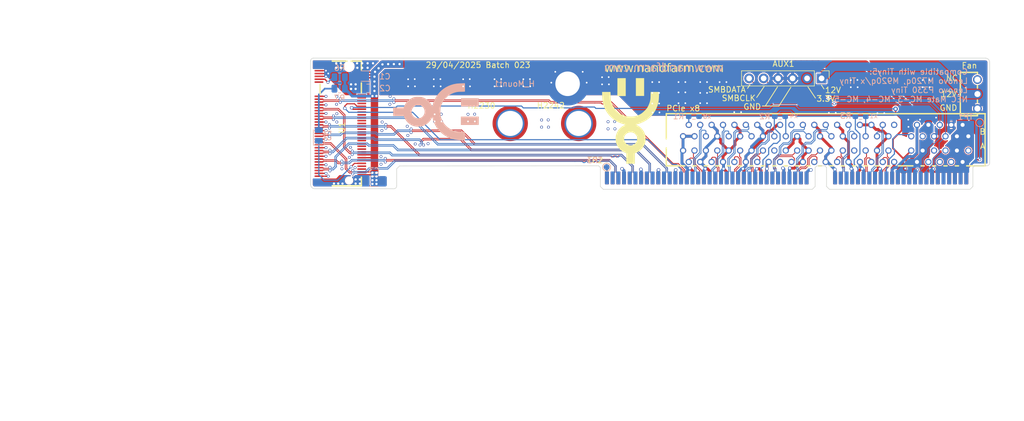
<source format=kicad_pcb>
(kicad_pcb (version 20241229) (generator "pcbnew") (generator_version "9.0")
  (title_block (title "PowerRiser v2.2") (date "2025-04-23") (company "NandFarm"))
  (layers (0 "F.Cu" signal) (4 "In1.Cu" signal) (6 "In2.Cu" signal) (2 "B.Cu" signal) (13 "F.Paste" user) (15 "B.Paste" user) (5 "F.SilkS" user "F.Silkscreen") (7 "B.SilkS" user "B.Silkscreen") (1 "F.Mask" user) (3 "B.Mask" user) (25 "Edge.Cuts" user))
  (net 0 "")
  (net 1 "GND")
  (net 3 "+3V3")
  (net 4 "+12V")
  (net 5 "+3V3_S5")
  (net 16 "Net-(D3-K)")
  (net 17 "Net-(D3-A)")
  (net 18 "Net-(R6-Pad2)")
  (net 41 "SMB_CLK")
  (net 42 "SMB_DATA")
  (net 43 "PCIE_CRX_GTX_0+")
  (net 44 "CLK_PCIE-")
  (net 45 "CLK_NVME-")
  (net 46 "PCIE_CRX_GTX_2-")
  (net 47 "PCIE_CRX_GTX_2+")
  (net 48 "PCIE_CTX_GRX_6+")
  (net 49 "NVME_PRX_DTX_3-")
  (net 50 "PCIE_CRX_GTX_5-")
  (net 51 "NVME_PTX_DRX_1-")
  (net 52 "PCIE_CRX_GTX_1-")
  (net 53 "NVME_PTX_DRX_3-")
  (net 54 "PCIE_CTX_GRX_7+")
  (net 55 "NVME_PRX_DTX_3+")
  (net 56 "PCIE_CTX_GRX_3+")
  (net 57 "PCIE_CRX_GTX_3-")
  (net 58 "NVME_PTX_DRX_2+")
  (net 59 "PCIE_CTX_GRX_1+")
  (net 60 "PCIE_CTX_GRX_5+")
  (net 61 "Net-(Conn1-PadA60)")
  (net 62 "~{PCIE_WAKE}")
  (net 63 "PCIE_CTX_GRX_4-")
  (net 64 "PCIE_CTX_GRX_0-")
  (net 65 "PCIE_CTX_GRX_7-")
  (net 66 "PCIE_CRX_GTX_4+")
  (net 67 "PCIE_CRX_GTX_6+")
  (net 68 "PCIE_CTX_GRX_5-")
  (net 69 "NVME_PRX_DTX_1+")
  (net 70 "NVME_PTX_DRX_2-")
  (net 71 "NVME_PRX_DTX_2+")
  (net 72 "NVME_PRX_DTX_0+")
  (net 73 "PCIE_CRX_GTX_3+")
  (net 74 "NVME_PTX_DRX_0-")
  (net 75 "NVME_PTX_DRX_0+")
  (net 76 "PCIE_CTX_GRX_4+")
  (net 77 "~{CLK_REQ_NVME}")
  (net 78 "Net-(Conn1-GPU_MACO_EN)")
  (net 79 "NVME_PRX_DTX_0-")
  (net 80 "PCIE_CTX_GRX_2+")
  (net 81 "PCIE_CRX_GTX_0-")
  (net 82 "PCIE_CRX_GTX_7-")
  (net 83 "~{~{PCIE_PRSNT}}")
  (net 84 "PCIE_CTX_GRX_0+")
  (net 85 "PCIE_CTX_GRX_2-")
  (net 86 "PCIE_CTX_GRX_6-")
  (net 87 "PCIE_CRX_GTX_4-")
  (net 88 "Net-(Conn1-GPU_PWR_EN)")
  (net 89 "PCIE_CRX_GTX_7+")
  (net 90 "NVME_PTX_DRX_3+")
  (net 91 "PCIE_CTX_GRX_3-")
  (net 92 "PCIE_CRX_GTX_5+")
  (net 93 "PCIE_CRX_GTX_1+")
  (net 94 "NVME_PRX_DTX_2-")
  (net 95 "~{PCIE_RESET}")
  (net 96 "NVME_PRX_DTX_1-")
  (net 97 "PCIE_CRX_GTX_6-")
  (net 98 "CLK_NVME+")
  (net 99 "CLK_PCIE+")
  (net 100 "PCIE_CTX_GRX_1-")
  (net 101 "NVME_PTX_DRX_1+")
  (footprint "TestPoint:TestPoint_Pad_D1.0mm" (layer "F.Cu") (at 153.64 95.62)
    (property "Reference" "TP2")
    (property "Value" "GPU_MACO_EN" (hide yes))
  )
  (footprint "MountingHole:MountingHole_4.3mm_M4_ISO7380_Pad_TopOnly" (layer "F.Cu") (at 136.74 87.969848)
    (property "Reference" "H2230")
    (property "Value" "MountingHole_Pad")
  )
  (footprint "Connector_PinHeader_2.54mm:PinHeader_1x06_P2.54mm_Vertical" (layer "F.Cu") (at 191.32 80.07 -90)
    (property "Reference" "AUX1")
    (property "Value" "Conn_01x06")
  )
  (footprint "LCSCimported:CONN-TH_98P-P1.00-V_3183-XXXXXPXT" (layer "F.Cu") (at 192.039873 91.469936 180)
    (property "Reference" "J1" (hide yes))
    (property "Value" "Bus_PCI_Express_x8")
  )
  (footprint "LCSCimported:Nandfarm_logo_ultra_small" (layer "F.Cu") (at 157.84 87.52)
    (property "Reference" "G***" (hide yes))
    (property "Value" "LOGO" (hide yes))
  )
  (footprint "LCSCimported:CONN-TH_2510-3AW" (layer "F.Cu") (at 218.64 82.82 -90)
    (property "Reference" "Fan")
    (property "Value" "2510-3AW_C22451143")
  )
  (footprint "Mx20qx_PCIe:Mx20qx_PCIe_FP" (layer "F.Cu") (at 153.69 97.52)
    (property "Reference" "Conn1" (hide yes))
    (property "Value" "~" (hide yes))
    (fp_line (start -4.5 -2.125) (end -1.45 -2.125) (stroke (width 0.1)) (layer "Edge.Cuts"))
    (fp_line (start -1.15 -1.825) (end -1.45 -2.125) (stroke (width 0.1)) (layer "Edge.Cuts"))
    (fp_line (start -1.15 1.5) (end -1.15 -1.825) (stroke (width 0.1)) (layer "Edge.Cuts"))
    (fp_line (start -0.65 2) (end -1.15 1.5) (stroke (width 0.1)) (layer "Edge.Cuts"))
    (fp_line (start 36 2) (end -0.65 2) (stroke (width 0.1)) (layer "Edge.Cuts"))
    (fp_line (start 36.5 -1.825) (end 36.8 -2.125) (stroke (width 0.1)) (layer "Edge.Cuts"))
    (fp_line (start 36.5 1.5) (end 36 2) (stroke (width 0.1)) (layer "Edge.Cuts"))
    (fp_line (start 36.5 1.5) (end 36.5 -1.825) (stroke (width 0.1)) (layer "Edge.Cuts"))
    (fp_line (start 36.8 -2.125) (end 38.2 -2.125) (stroke (width 0.1)) (layer "Edge.Cuts"))
    (fp_line (start 38.5 -1.825) (end 38.2 -2.125) (stroke (width 0.1)) (layer "Edge.Cuts"))
    (fp_line (start 38.5 1.5) (end 38.5 -1.825) (stroke (width 0.1)) (layer "Edge.Cuts"))
    (fp_line (start 38.5 1.5) (end 39 2) (stroke (width 0.1)) (layer "Edge.Cuts"))
    (fp_line (start 39 2) (end 63.65 2) (stroke (width 0.1)) (layer "Edge.Cuts"))
    (fp_line (start 64.15 -1.825) (end 64.45 -2.125) (stroke (width 0.1)) (layer "Edge.Cuts"))
    (fp_line (start 64.15 1.5) (end 63.65 2) (stroke (width 0.1)) (layer "Edge.Cuts"))
    (fp_line (start 64.15 1.5) (end 64.15 -1.825) (stroke (width 0.1)) (layer "Edge.Cuts"))
    (fp_line (start 65.15 -2.125) (end 64.45 -2.125) (stroke (width 0.1)) (layer "Edge.Cuts"))
  )
  (footprint "JLC:CONN-SMD_AS0BC21-S30BM-7H" (layer "F.Cu") (at 106.96493 87.97 90)
    (property "Reference" "U1")
    (property "Value" "AS0BC21-S30BM-7H")
  )
  (footprint "MountingHole:MountingHole_4.3mm_M4_ISO7380_Pad_TopOnly" (layer "F.Cu") (at 148.74 87.969848)
    (property "Reference" "H2242")
    (property "Value" "MountingHole_Pad")
  )
  (footprint "Capacitor_SMD:C_0805_2012Metric_Pad1.18x1.45mm_HandSolder" (layer "B.Cu") (at 111.84 81.82 180)
    (property "Reference" "C2")
    (property "Value" "100n")
  )
  (footprint "Capacitor_SMD:C_1206_3216Metric_Pad1.33x1.80mm_HandSolder" (layer "B.Cu") (at 111.3025 79.67 180)
    (property "Reference" "C1")
    (property "Value" "47u")
  )
  (footprint "Resistor_SMD:R_0603_1608Metric_Pad0.98x0.95mm_HandSolder" (layer "B.Cu") (at 198.1525 86.72)
    (property "Reference" "R3")
    (property "Value" "0R" (hide yes))
  )
  (footprint "Resistor_SMD:R_0805_2012Metric" (layer "B.Cu") (at 106.84 79.87 180)
    (property "Reference" "R6")
    (property "Value" "10k")
  )
  (footprint "LED_SMD:LED_0805_2012Metric" (layer "B.Cu") (at 103.19 90.07 90)
    (property "Reference" "D3")
    (property "Value" "LED")
  )
  (footprint "Resistor_SMD:R_0805_2012Metric" (layer "B.Cu") (at 106.84 81.87)
    (property "Reference" "R7")
    (property "Value" "220")
  )
  (footprint "Resistor_SMD:R_0603_1608Metric_Pad0.98x0.95mm_HandSolder" (layer "B.Cu") (at 184.0275 86.72)
    (property "Reference" "R2")
    (property "Value" "0R" (hide yes))
  )
  (footprint "MountingHole:MountingHole_4.3mm_M4_ISO7380_Pad_TopOnly" (layer "B.Cu") (at 146.84 81.02 180)
    (property "Reference" "H_Mount1")
    (property "Value" "MountingHole_Pad")
  )
  (footprint "TestPoint:TestPoint_Pad_D1.0mm" (layer "B.Cu") (at 153.64 95.62 180)
    (property "Reference" "TP3")
    (property "Value" "GPU_PWR_EN" (hide yes))
  )
  (footprint "LCSCimported:Nandfarm_logo_ultra_small" (layer "B.Cu") (at 123.74 85.92 90)
    (property "Reference" "G***" (hide yes))
    (property "Value" "LOGO" (hide yes))
  )
  (footprint "Resistor_SMD:R_0603_1608Metric_Pad0.98x0.95mm_HandSolder" (layer "B.Cu") (at 168.9275 86.72 180)
    (property "Reference" "R1")
    (property "Value" "0R" (hide yes))
  )
  (footprint "TestPoint:TestPoint_Pad_D1.0mm" (layer "B.Cu") (at 219.04 87.82 180)
    (property "Reference" "TP1")
    (property "Value" "A60" (hide yes))
  )
  (footprint "Capacitor_SMD:C_1206_3216Metric_Pad1.33x1.80mm_HandSolder" (layer "B.Cu") (at 112.8775 98.12 180)
    (property "Reference" "C3")
    (property "Value" "47u")
  )
  (gr_line (start 180.94 84.92) (end 183.84 84.92) (stroke (width 0.15)) (layer "F.SilkS"))
  (gr_line (start 191.29 81.245) (end 191.74 81.92) (stroke (width 0.15)) (layer "F.SilkS"))
  (gr_line (start 181.49 84.87) (end 183.59 81.57) (stroke (width 0.15)) (layer "F.SilkS"))
  (gr_line (start 183.84 84.92) (end 185.94 81.62) (stroke (width 0.15)) (layer "F.SilkS"))
  (gr_line (start 188.94 81.57) (end 190.24 83.52) (stroke (width 0.15)) (layer "F.SilkS"))
  (gr_line (start 179.94 83.42) (end 181.24 81.52) (stroke (width 0.15)) (layer "F.SilkS"))
  (gr_line (start 178.34 81.82) (end 178.74 81.22) (stroke (width 0.15)) (layer "F.SilkS"))
  (gr_arc (start 220.04 76.52) (mid 220.57033 76.73967) (end 220.79 77.27) (stroke (width 0.1)) (layer "Edge.Cuts"))
  (gr_line (start 220.79 94.895) (end 220.79 77.27) (stroke (width 0.1)) (layer "Edge.Cuts"))
  (gr_line (start 220.04 76.52) (end 102.236892 76.52) (stroke (width 0.1)) (layer "Edge.Cuts"))
  (gr_line (start 116.84 95.92) (end 117.34 95.419614) (stroke (width 0.1)) (layer "Edge.Cuts"))
  (gr_arc (start 102.49 99.42) (mid 101.95967 99.20033) (end 101.74 98.67) (stroke (width 0.1)) (layer "Edge.Cuts"))
  (gr_line (start 116.84 98.92) (end 116.84 95.92) (stroke (width 0.1)) (layer "Edge.Cuts"))
  (gr_line (start 102.49 99.42) (end 116.34 99.42) (stroke (width 0.1)) (layer "Edge.Cuts"))
  (gr_line (start 101.743554 77.02) (end 101.74 77.02) (stroke (width 0.1)) (layer "Edge.Cuts"))
  (gr_line (start 101.74 83.32) (end 101.74 98.67) (stroke (width 0.1)) (layer "Edge.Cuts"))
  (gr_line (start 218.84 95.395) (end 220.29 95.395) (stroke (width 0.1)) (layer "Edge.Cuts"))
  (gr_line (start 101.74 83.32) (end 101.74 77.02) (stroke (width 0.1)) (layer "Edge.Cuts"))
  (gr_arc (start 220.79 94.895) (mid 220.643553 95.248553) (end 220.29 95.395) (stroke (width 0.1)) (layer "Edge.Cuts"))
  (gr_arc (start 101.743554 77.02) (mid 101.88765 76.668794) (end 102.236892 76.52) (stroke (width 0.1)) (layer "Edge.Cuts"))
  (gr_arc (start 116.84 98.92) (mid 116.693553 99.273553) (end 116.34 99.42) (stroke (width 0.1)) (layer "Edge.Cuts"))
  (gr_line (start 149.19 95.395) (end 117.34 95.419614) (stroke (width 0.1)) (layer "Edge.Cuts"))
  (gr_text "NC" (at 213.04 80.62 0) (layer "F.SilkS") (effects (font (size 1 1)) (justify left bottom)))
  (gr_text "PCIe x8 " (at 164.04 85.92 0) (layer "F.SilkS") (effects (font (size 1 1)) (justify left bottom)))
  (gr_text "\n\n" (at 47.3 97.3 0) (layer "F.SilkS") (effects (font (size 1.5 1.5) (thickness 0.3) (bold yes)) (justify left bottom)))
  (gr_text "GND" (at 211.94 85.82 0) (layer "F.SilkS") (effects (font (size 1 1)) (justify left bottom)))
  (gr_text "3.3V" (at 190.34 84.22 0) (layer "F.SilkS") (effects (font (size 1 1)) (justify left bottom)))
  (gr_text "SMBDATA" (at 171.34 82.62 0) (layer "F.SilkS") (effects (font (size 1 1)) (justify left bottom)))
  (gr_text "12V" (at 212.14 83.42 0) (layer "F.SilkS") (effects (font (size 1 1)) (justify left bottom)))
  (gr_text "GND" (at 177.54 85.62 0) (layer "F.SilkS") (effects (font (size 1 1)) (justify left bottom)))
  (gr_text "SMBCLK" (at 173.74 84.12 0) (layer "F.SilkS") (effects (font (size 1 1)) (justify left bottom)))
  (gr_text "12V" (at 191.84 82.72 0) (layer "F.SilkS") (effects (font (size 1 1)) (justify left bottom)))
  (gr_text "29/04/2025 Batch 023" (at 121.84 78.32 0) (layer "F.SilkS") (effects (font (size 1 1)) (justify left bottom)))
  (gr_text "www.nandfarm.com" (at 153.24 79.22 0) (layer "F.SilkS") (effects (font (size 1.5 1.5)) (justify left bottom)))
  (gr_text "x4" (at 186.44 87.12 0) (layer "B.SilkS") (effects (font (size 0.8 0.8) (thickness 0.11)) (justify bottom mirror)))
  (gr_text "www.nandfarm.com" (at 174.14 79.12 -0) (layer "B.SilkS") (effects (font (size 1.5 1.5)) (justify left bottom mirror)))
  (gr_text "Compatible with Tiny5:\nLenovo M720q, M920q/x Tiny\nLenovo P330 Tiny\nNEC Mate MC-3, MC-4, MC-5" (at 217.04 84.32 0) (layer "B.SilkS") (effects (font (size 1 1)) (justify left bottom mirror)))
  (gr_text "x1" (at 200.44 87.12 0) (layer "B.SilkS") (effects (font (size 0.8 0.8) (thickness 0.11)) (justify bottom mirror)))
  (gr_text "x8" (at 171.24 87.22 0) (layer "B.SilkS") (effects (font (size 0.8 0.8) (thickness 0.11)) (justify bottom mirror)))
  (segment (start 188.04 94.72) (end 188.04 93.72) (width 0.5) (layer "F.Cu") (net 1))
  (segment (start 167.04 90.220126) (end 167.039746 90.219872) (width 0.5) (layer "F.Cu") (net 1))
  (segment (start 178.04 93.72) (end 179.04 92.72) (width 0.5) (layer "F.Cu") (net 1))
  (segment (start 203.69 95.827106) (end 204.04 95.477106) (width 0.5) (layer "F.Cu") (net 1))
  (segment (start 103.214917 78.720165) (end 104.439835 78.720165) (width 0.2) (layer "F.Cu") (net 1))
  (segment (start 104.439835 78.720165) (end 104.44 78.72) (width 0.2) (layer "F.Cu") (net 1))
  (segment (start 104.44 79.22) (end 104.439962 79.220038) (width 0.2) (layer "F.Cu") (net 1))
  (segment (start 201.04 92.219872) (end 203.04 90.219872) (width 0.5) (layer "F.Cu") (net 1))
  (segment (start 203.04 90.219872) (end 202.140128 89.32) (width 0.5) (layer "F.Cu") (net 1))
  (segment (start 177.54 95.92) (end 178.04 95.42) (width 0.5) (layer "F.Cu") (net 1))
  (segment (start 191.04 89.220126) (end 190.039746 88.219872) (width 0.5) (layer "F.Cu") (net 1))
  (segment (start 159.69 97.77) (end 159.69 96.07) (width 0.5) (layer "F.Cu") (net 1))
  (segment (start 167.74 95.82) (end 166.84 94.92) (width 0.5) (layer "F.Cu") (net 1))
  (segment (start 104.439835 79.720165) (end 104.44 79.72) (width 0.2) (layer "F.Cu") (net 1))
  (segment (start 103.214917 90.720165) (end 104.439835 90.720165) (width 0.2) (layer "F.Cu") (net 1))
  (segment (start 104.439962 86.220038) (end 104.44 86.22) (width 0.2) (layer "F.Cu") (net 1))
  (segment (start 193.69 97.77) (end 193.69 96.07) (width 0.5) (layer "F.Cu") (net 1))
  (segment (start 156.69 96.27) (end 156.34 95.92) (width 0.5) (layer "F.Cu") (net 1))
  (segment (start 178.04 94.72) (end 178.04 93.72) (width 0.5) (layer "F.Cu") (net 1))
  (segment (start 198.44 95.92) (end 198.04 95.52) (width 0.5) (layer "F.Cu") (net 1))
  (segment (start 174.04 94.72) (end 174.04 93.72) (width 0.5) (layer "F.Cu") (net 1))
  (segment (start 185.69 95.87) (end 185.74 95.82) (width 0.5) (layer "F.Cu") (net 1))
  (segment (start 170.94 95.92) (end 170.94 95.62) (width 0.5) (layer "F.Cu") (net 1))
  (segment (start 201.29 95.92) (end 201.54 95.92) (width 0.5) (layer "F.Cu") (net 1))
  (segment (start 198.04 95.52) (end 198.04 94.72) (width 0.5) (layer "F.Cu") (net 1))
  (segment (start 200.69 96.52) (end 201.29 95.92) (width 0.5) (layer "F.Cu") (net 1))
  (segment (start 196.69 96.07) (end 196.54 95.92) (width 0.5) (layer "F.Cu") (net 1))
  (segment (start 174.14 95.92) (end 174.14 94.82) (width 0.5) (layer "F.Cu") (net 1))
  (segment (start 187.54 91.22) (end 187.539999 90.719871) (width 0.5) (layer "F.Cu") (net 1))
  (segment (start 181.74 95.92) (end 181.74 95.02) (width 0.5) (layer "F.Cu") (net 1))
  (segment (start 180.69 97.52) (end 180.69 96.19) (width 0.5) (layer "F.Cu") (net 1))
  (segment (start 177.69 97.77) (end 177.69 96.07) (width 0.5) (layer "F.Cu") (net 1))
  (segment (start 191.04 90.219872) (end 191.04 89.220126) (width 0.5) (layer "F.Cu") (net 1))
  (segment (start 104.44 97.22) (end 104.439708 97.220292) (width 0.2) (layer "F.Cu") (net 1))
  (segment (start 203.69 97.77) (end 203.69 95.827106) (width 0.5) (layer "F.Cu") (net 1))
  (segment (start 177.69 96.07) (end 177.54 95.92) (width 0.5) (layer "F.Cu") (net 1))
  (segment (start 170.94 95.62) (end 170.04 94.72) (width 0.5) (layer "F.Cu") (net 1))
  (segment (start 104.439962 79.220038) (end 103.214917 79.220038) (width 0.2) (layer "F.Cu") (net 1))
  (segment (start 182.44 89.32) (end 183.540128 88.219872) (width 0.5) (layer "F.Cu") (net 1))
  (segment (start 171.04 93.72) (end 171.04 92.72) (width 0.5) (layer "F.Cu") (net 1))
  (segment (start 103.214917 89.220038) (end 104.439962 89.220038) (width 0.2) (layer "F.Cu") (net 1))
  (segment (start 201.54 89.32) (end 201.24 89.02) (width 0.5) (layer "F.Cu") (net 1))
  (segment (start 176.14 91.119872) (end 177.04 90.219872) (width 0.5) (layer "F.Cu") (net 1))
  (segment (start 180.69 97.77) (end 180.69 96.67) (width 0.5) (layer "F.Cu") (net 1))
  (segment (start 171.32 95.92) (end 170.94 95.92) (width 0.5) (layer "F.Cu") (net 1))
  (segment (start 104.439835 90.720165) (end 104.44 90.72) (width 0.2) (layer "F.Cu") (net 1))
  (segment (start 171.69 97.52) (end 171.69 96.29) (width 0.5) (layer "F.Cu") (net 1))
  (segment (start 104.439835 87.720165) (end 104.44 87.72) (width 0.2) (layer "F.Cu") (net 1))
  (segment (start 104.439708 95.220292) (end 104.44 95.22) (width 0.2) (layer "F.Cu") (net 1))
  (segment (start 170.04 94.72) (end 171.04 93.72) (width 0.5) (layer "F.Cu") (net 1))
  (segment (start 181.04 89.220126) (end 180.039746 88.219872) (width 0.5) (layer "F.Cu") (net 1))
  (segment (start 103.214917 93.720165) (end 104.439835 93.720165) (width 0.2) (layer "F.Cu") (net 1))
  (segment (start 186.34 90.919872) (end 186.34 91.42) (width 0.5) (layer "F.Cu") (net 1))
  (segment (start 188.69 97.77) (end 188.69 96.58) (width 0.5) (layer "F.Cu") (net 1))
  (segment (start 188.04 93.72) (end 189.04 92.72) (width 0.5) (layer "F.Cu") (net 1))
  (segment (start 166.84 94.92) (end 166.84 92.92) (width 0.5) (layer "F.Cu") (net 1))
  (segment (start 196.54 95.22) (end 196.04 94.72) (width 0.5) (layer "F.Cu") (net 1))
  (segment (start 162.69 96.17) (end 162.74 96.12) (width 0.5) (layer "F.Cu") (net 1))
  (segment (start 165.69 97.77) (end 165.69 96.17) (width 0.5) (layer "F.Cu") (net 1))
  (segment (start 186.34 91.42) (end 185.04 92.72) (width 0.5) (layer "F.Cu") (net 1))
  (segment (start 181.69 95.97) (end 181.74 95.92) (width 0.4) (layer "F.Cu") (net 1))
  (segment (start 174.04 93.72) (end 175.04 92.72) (width 0.5) (layer "F.Cu") (net 1))
  (segment (start 192.04 94.72) (end 192.04 93.72) (width 0.5) (layer "F.Cu") (net 1))
  (segment (start 168.69 97.77) (end 168.69 96.27) (width 0.5) (layer "F.Cu") (net 1))
  (segment (start 187.04 90.219872) (end 186.34 90.919872) (width 0.5) (layer "F.Cu") (net 1))
  (segment (start 103.214917 87.720165) (end 104.439835 87.720165) (width 0.2) (layer "F.Cu") (net 1))
  (segment (start 174.69 96.47) (end 174.14 95.92) (width 0.5) (layer "F.Cu") (net 1))
  (segment (start 181.04 90.219872) (end 181.939872 89.32) (width 0.5) (layer "F.Cu") (net 1))
  (segment (start 181.939872 89.32) (end 182.44 89.32) (width 0.5) (layer "F.Cu") (net 1))
  (segment (start 174.14 94.82) (end 174.04 94.72) (width 0.5) (layer "F.Cu") (net 1))
  (segment (start 167.039746 90.219872) (end 169.04 90.219872) (width 0.5) (layer "F.Cu") (net 1))
  (segment (start 183.540128 88.219872) (end 184.039746 88.219872) (width 0.5) (layer "F.Cu") (net 1))
  (segment (start 171.69 96.67) (end 171.69 97.77) (width 0.5) (layer "F.Cu") (net 1))
  (segment (start 104.439835 84.720165) (end 104.44 84.72) (width 0.2) (layer "F.Cu") (net 1))
  (segment (start 103.214917 92.220292) (end 104.439708 92.220292) (width 0.2) (layer "F.Cu") (net 1))
  (segment (start 103.214917 79.720165) (end 104.439835 79.720165) (width 0.2) (layer "F.Cu") (net 1))
  (segment (start 196.04 91.219872) (end 195.04 90.219872) (width 0.5) (layer "F.Cu") (net 1))
  (segment (start 193.64 96.02) (end 192.34 94.72) (width 0.5) (layer "F.Cu") (net 1))
  (segment (start 201.54 95.92) (end 201.04 95.42) (width 0.5) (layer "F.Cu") (net 1))
  (segment (start 197.69 96.47) (end 198.24 95.92) (width 0.5) (layer "F.Cu") (net 1))
  (segment (start 175.14 92.72) (end 176.14 91.72) (width 0.5) (layer "F.Cu") (net 1))
  (segment (start 162.69 97.77) (end 162.69 96.17) (width 0.5) (layer "F.Cu") (net 1))
  (segment (start 104.439835 96.720165) (end 104.44 96.72) (width 0.2) (layer "F.Cu") (net 1))
  (segment (start 184.69 97.77) (end 184.69 95.97) (width 0.5) (layer "F.Cu") (net 1))
  (segment (start 181.74 95.02) (end 182.04 94.72) (width 0.4) (layer "F.Cu") (net 1))
  (segment (start 196.69 97.77) (end 196.69 96.07) (width 0.5) (layer "F.Cu") (net 1))
  (segment (start 165.69 96.17) (end 165.74 96.12) (width 0.5) (layer "F.Cu") (net 1))
  (segment (start 200.039746 88.219872) (end 198.039746 88.219872) (width 0.5) (layer "F.Cu") (net 1))
  (segment (start 193.04 92.219872) (end 191.04 90.219872) (width 0.5) (layer "F.Cu") (net 1))
  (segment (start 176.14 91.72) (end 176.14 91.119872) (width 0.5) (layer "F.Cu") (net 1))
  (segment (start 103.214917 83.220038) (end 104.439962 83.220038) (width 0.2) (layer "F.Cu") (net 1))
  (segment (start 187.539999 90.719871) (end 187.04 90.219872) (width 0.5) (layer "F.Cu") (net 1))
  (segment (start 184.69 95.97) (end 184.54 95.82) (width 0.5) (layer "F.Cu") (net 1))
  (segment (start 195.04 89.220126) (end 194.039746 88.219872) (width 0.5) (layer "F.Cu") (net 1))
  (segment (start 193.69 97.77) (end 193.64 97.72) (width 0.3) (layer "F.Cu") (net 1))
  (segment (start 103.214917 95.220292) (end 104.439708 95.220292) (width 0.2) (layer "F.Cu") (net 1))
  (segment (start 196.04 94.72) (end 196.04 91.219872) (width 0.5) (layer "F.Cu") (net 1))
  (segment (start 201.04 95.42) (end 201.04 92.72) (width 0.5) (layer "F.Cu") (net 1))
  (segment (start 187.64 94.72) (end 188.04 94.72) (width 0.5) (layer "F.Cu") (net 1))
  (segment (start 181.69 97.77) (end 181.69 95.97) (width 0.5) (layer "F.Cu") (net 1))
  (segment (start 173.039746 89.219872) (end 172.039746 88.219872) (width 0.5) (layer "F.Cu") (net 1))
  (segment (start 103.214917 86.220038) (end 104.439962 86.220038) (width 0.2) (layer "F.Cu") (net 1))
  (segment (start 171.69 96.29) (end 171.32 95.92) (width 0.5) (layer "F.Cu") (net 1))
  (segment (start 173.039746 90.219872) (end 173.039746 89.219872) (width 0.5) (layer "F.Cu") (net 1))
  (segment (start 159.69 96.07) (end 159.64 96.02) (width 0.5) (layer "F.Cu") (net 1))
  (segment (start 185.74 95.82) (end 186.54 95.82) (width 0.5) (layer "F.Cu") (net 1))
  (segment (start 104.84 79.22) (end 104.44 79.22) (width 0.2) (layer "F.Cu") (net 1))
  (segment (start 167.04 92.72) (end 167.04 90.220126) (width 0.5) (layer "F.Cu") (net 1))
  (segment (start 188.69 96.58) (end 189.15 96.12) (width 0.5) (layer "F.Cu") (net 1))
  (segment (start 198.44 95.92) (end 198.24 95.92) (width 0.5) (layer "F.Cu") (net 1))
  (segment (start 104.84 97.22) (end 104.44 97.22) (width 0.2) (layer "F.Cu") (net 1))
  (segment (start 173.64 91.32) (end 173.64 90.820126) (width 0.5) (layer "F.Cu") (net 1))
  (segment (start 104.439962 83.220038) (end 104.44 83.22) (width 0.2) (layer "F.Cu") (net 1))
  (segment (start 104.439708 97.220292) (end 103.214917 97.220292) (width 0.2) (layer "F.Cu") (net 1))
  (segment (start 179.04 92.72) (end 181.04 90.72) (width 0.5) (layer "F.Cu") (net 1))
  (segment (start 180.42 95.92) (end 179.94 95.92) (width 0.5) (layer "F.Cu") (net 1))
  (segment (start 168.69 96.27) (end 168.24 95.82) (width 0.5) (layer "F.Cu") (net 1))
  (segment (start 104.439835 93.720165) (end 104.44 93.72) (width 0.2) (layer "F.Cu") (net 1))
  (segment (start 180.69 96.19) (end 180.42 95.92) (width 0.5) (layer "F.Cu") (net 1))
  (segment (start 185.69 97.77) (end 185.69 95.87) (width 0.5) (layer "F.Cu") (net 1))
  (segment (start 166.84 92.92) (end 167.04 92.72) (width 0.5) (layer "F.Cu") (net 1))
  (segment (start 205.69 96.17) (end 205.99 95.87) (width 0.5) (layer "F.Cu") (net 1))
  (segment (start 177.04 89.220126) (end 176.039746 88.219872) (width 0.5) (layer "F.Cu") (net 1))
  (segment (start 202.140128 89.32) (end 201.54 89.32) (width 0.5) (layer "F.Cu") (net 1))
  (segment (start 192.34 94.72) (end 192.04 94.72) (width 0.5) (layer "F.Cu") (net 1))
  (segment (start 177.04 90.219872) (end 177.04 89.220126) (width 0.5) (layer "F.Cu") (net 1))
  (segment (start 181.04 90.219872) (end 181.04 89.220126) (width 0.5) (layer "F.Cu") (net 1))
  (segment (start 195.04 90.219872) (end 195.04 89.220126) (width 0.5) (layer "F.Cu") (net 1))
  (segment (start 181.04 90.72) (end 181.04 90.219872) (width 0.5) (layer "F.Cu") (net 1))
  (segment (start 196.54 95.92) (end 196.54 95.22) (width 0.5) (layer "F.Cu") (net 1))
  (segment (start 189.15 96.12) (end 189.44 96.12) (width 0.5) (layer "F.Cu") (net 1))
  (segment (start 175.04 92.72) (end 173.64 91.32) (width 0.5) (layer "F.Cu") (net 1))
  (segment (start 201.24 89.02) (end 200.839874 89.02) (width 0.5) (layer "F.Cu") (net 1))
  (segment (start 201.04 92.72) (end 201.04 92.219872) (width 0.5) (layer "F.Cu") (net 1))
  (segment (start 173.64 90.820126) (end 173.039746 90.219872) (width 0.5) (layer "F.Cu") (net 1))
  (segment (start 200.69 97.77) (end 200.69 96.52) (width 0.5) (layer "F.Cu") (net 1))
  (segment (start 103.214917 84.720165) (end 104.439835 84.720165) (width 0.2) (layer "F.Cu") (net 1))
  (segment (start 205.69 97.77) (end 205.69 96.17) (width 0.5) (layer "F.Cu") (net 1))
  (segment (start 103.214917 96.720165) (end 104.439835 96.720165) (width 0.2) (layer "F.Cu") (net 1))
  (segment (start 200.839874 89.02) (end 200.039746 88.219872) (width 0.5) (layer "F.Cu") (net 1))
  (segment (start 192.04 93.72) (end 193.04 92.72) (width 0.5) (layer "F.Cu") (net 1))
  (segment (start 193.04 92.72) (end 193.04 92.219872) (width 0.5) (layer "F.Cu") (net 1))
  (segment (start 156.69 97.77) (end 156.69 96.27) (width 0.5) (layer "F.Cu") (net 1))
  (segment (start 178.04 95.42) (end 178.04 94.72) (width 0.5) (layer "F.Cu") (net 1))
  (segment (start 175.04 92.72) (end 175.14 92.72) (width 0.5) (layer "F.Cu") (net 1))
  (segment (start 104.439708 92.220292) (end 104.44 92.22) (width 0.2) (layer "F.Cu") (net 1))
  (segment (start 186.54 95.82) (end 187.64 94.72) (width 0.5) (layer "F.Cu") (net 1))
  (segment (start 193.69 96.07) (end 193.64 96.02) (width 0.3) (layer "F.Cu") (net 1))
  (segment (start 104.439962 89.220038) (end 104.44 89.22) (width 0.2) (layer "F.Cu") (net 1))
  (segment (start 197.69 97.77) (end 197.69 96.47) (width 0.5) (layer "F.Cu") (net 1))
  (segment (start 168.24 95.82) (end 167.74 95.82) (width 0.5) (layer "F.Cu") (net 1))
  (segment (start 204.04 95.477106) (end 204.04 94.77) (width 0.5) (layer "F.Cu") (net 1))
  (segment (start 174.69 97.77) (end 174.69 96.47) (width 0.5) (layer "F.Cu") (net 1))
  (segment (start 189.04 92.72) (end 187.54 91.22) (width 0.5) (layer "F.Cu") (net 1))
  (via (at 162.9 86.05) (size 0.5) (drill 0.3) (layers "F.Cu" "B.Cu") (net 1))
  (via (at 129.65 80.2) (size 0.5) (drill 0.3) (layers "F.Cu" "B.Cu") (net 1))
  (via (at 202.31 86.17) (size 0.5) (drill 0.3) (layers "F.Cu" "B.Cu") (net 1))
  (via (at 105.84 98.52) (size 0.6) (drill 0.4) (layers "F.Cu" "B.Cu") (net 1))
  (via (at 109.64 97.77) (size 0.6) (drill 0.4) (layers "F.Cu" "B.Cu") (net 1))
  (via (at 112.69 77.42) (size 0.6) (drill 0.4) (layers "F.Cu" "B.Cu") (net 1))
  (via (at 159.64 96.02) (size 0.6) (drill 0.4) (layers "F.Cu" "B.Cu") (net 1))
  (via (at 192.6 86.11) (size 0.5) (drill 0.3) (layers "F.Cu" "B.Cu") (net 1))
  (via (at 173.44 80.72) (size 0.5) (drill 0.3) (layers "F.Cu" "B.Cu") (net 1))
  (via (at 107.24 95.92) (size 0.5) (drill 0.3) (layers "F.Cu" "B.Cu") (net 1))
  (via (at 104.44 96.72) (size 0.5) (drill 0.3) (layers "F.Cu" "B.Cu") (net 1))
  (via (at 123.34 81.47) (size 0.5) (drill 0.3) (layers "F.Cu" "B.Cu") (net 1))
  (via (at 109.64 81.92) (size 0.6) (drill 0.4) (layers "F.Cu" "B.Cu") (net 1))
  (via (at 109.54 95.72) (size 0.5) (drill 0.3) (layers "F.Cu" "B.Cu") (net 1))
  (via (at 162.84 82.62) (size 0.5) (drill 0.3) (layers "F.Cu" "B.Cu") (net 1))
  (via (at 108.84 81.92) (size 0.6) (drill 0.4) (layers "F.Cu" "B.Cu") (net 1))
  (via (at 196.44 80.37) (size 0.5) (drill 0.3) (layers "F.Cu" "B.Cu") (net 1))
  (via (at 124.54 81.47) (size 0.5) (drill 0.3) (layers "F.Cu" "B.Cu") (net 1))
  (via (at 150.14 80.82) (size 0.5) (drill 0.3) (layers "F.Cu" "B.Cu") (net 1))
  (via (at 118.69 88.47) (size 0.5) (drill 0.3) (layers "F.Cu" "B.Cu") (net 1))
  (via (at 104.44 86.22) (size 0.5) (drill 0.3) (layers "F.Cu" "B.Cu") (net 1))
  (via (at 140.24 81.47) (size 0.5) (drill 0.3) (layers "F.Cu" "B.Cu") (net 1))
  (via (at 161.64 82.62) (size 0.5) (drill 0.3) (layers "F.Cu" "B.Cu") (net 1))
  (via (at 109.94 78.22) (size 0.6) (drill 0.4) (layers "F.Cu" "B.Cu") (net 1))
  (via (at 139.04 80.22) (size 0.5) (drill 0.3) (layers "F.Cu" "B.Cu") (net 1))
  (via (at 118.84 81.47) (size 0.5) (drill 0.3) (layers "F.Cu" "B.Cu") (net 1))
  (via (at 196.44 81.62) (size 0.5) (drill 0.3) (layers "F.Cu" "B.Cu") (net 1))
  (via (at 211.39 86.95) (size 0.5) (drill 0.3) (layers "F.Cu" "B.Cu") (net 1))
  (via (at 177.54 95.92) (size 0.6) (drill 0.4) (layers "F.Cu" "B.Cu") (net 1))
  (via (at 197.6 80.35) (size 0.5) (drill 0.3) (layers "F.Cu" "B.Cu") (net 1))
  (via (at 179.94 95.92) (size 0.6) (drill 0.4) (layers "F.Cu" "B.Cu") (net 1))
  (via (at 128.49 81.47) (size 0.5) (drill 0.3) (layers "F.Cu" "B.Cu") (net 1))
  (via (at 128.49 80.22) (size 0.5) (drill 0.3) (layers "F.Cu" "B.Cu") (net 1))
  (via (at 107.04 78.22) (size 0.6) (drill 0.4) (layers "F.Cu" "B.Cu") (net 1))
  (via (at 166.24 82.52) (size 0.5) (drill 0.3) (layers "F.Cu" "B.Cu") (net 1))
  (via (at 109.64 81.12) (size 0.6) (drill 0.4) (layers "F.Cu" "B.Cu") (net 1))
  (via (at 118.79 90.07) (size 0.5) (drill 0.3) (layers "F.Cu" "B.Cu") (net 1))
  (via (at 196.54 95.92) (size 0.6) (drill 0.4) (layers "F.Cu" "B.Cu") (net 1))
  (via (at 107.04 77.42) (size 0.6) (drill 0.4) (layers "F.Cu" "B.Cu") (net 1))
  (via (at 110.39 98.52) (size 0.6) (drill 0.4) (layers "F.Cu" "B.Cu") (net 1))
  (via (at 161.64 84.48) (size 0.5) (drill 0.3) (layers "F.Cu" "B.Cu") (net 1))
  (via (at 135.19 81.47) (size 0.5) (drill 0.3) (layers "F.Cu" "B.Cu") (net 1))
  (via (at 129.69 81.47) (size 0.5) (drill 0.3) (layers "F.Cu" "B.Cu") (net 1))
  (via (at 167.44 84.42) (size 0.5) (drill 0.3) (layers "F.Cu" "B.Cu") (net 1))
  (via (at 114.09 95.12) (size 0.5) (drill 0.3) (layers "F.Cu" "B.Cu") (net 1))
  (via (at 129.34 87.62) (size 0.5) (drill 0.3) (layers "F.Cu" "B.Cu") (net 1))
  (via (at 109.64 98.52) (size 0.6) (drill 0.4) (layers "F.Cu" "B.Cu") (net 1))
  (via (at 177.21 85.99) (size 0.5) (drill 0.3) (layers "F.Cu" "B.Cu") (net 1))
  (via (at 108.84 81.12) (size 0.6) (drill 0.4) (layers "F.Cu" "B.Cu") (net 1))
  (via (at 152.84 79.87) (size 0.5) (drill 0.3) (layers "F.Cu" "B.Cu") (net 1))
  (via (at 184.54 95.82) (size 0.6) (drill 0.4) (layers "F.Cu" "B.Cu") (net 1))
  (via (at 152.84 81.12) (size 0.5) (drill 0.3) (layers "F.Cu" "B.Cu") (net 1))
  (via (at 168.24 95.82) (size 0.6) (drill 0.4) (layers "F.Cu" "B.Cu") (net 1))
  (via (at 167.44 82.52) (size 0.5) (drill 0.3) (layers "F.Cu" "B.Cu") (net 1))
  (via (at 171.24 84.42) (size 0.5) (drill 0.3) (layers "F.Cu" "B.Cu") (net 1))
  (via (at 108.54 93.92) (size 0.5) (drill 0.3) (layers "F.Cu" "B.Cu") (net 1))
  (via (at 193.8 86.11) (size 0.5) (drill 0.3) (layers "F.Cu" "B.Cu") (net 1))
  (via (at 124.69 87.62) (size 0.5) (drill 0.3) (layers "F.Cu" "B.Cu") (net 1))
  (via (at 208.14 96.07) (size 0.5) (drill 0.3) (layers "F.Cu" "B.Cu") (net 1))
  (via (at 197.64 81.62) (size 0.5) (drill 0.3) (layers "F.Cu" "B.Cu") (net 1))
  (via (at 143.4 87.35) (size 0.5) (drill 0.3) (layers "F.Cu" "B.Cu") (net 1))
  (via (at 109.89 77.42) (size 0.6) (drill 0.4) (layers "F.Cu" "B.Cu") (net 1))
  (via (at 124.5 80.2) (size 0.5) (drill 0.3) (layers "F.Cu" "B.Cu") (net 1))
  (via (at 104.44 89.22) (size 0.5) (drill 0.3) (layers "F.Cu" "B.Cu") (net 1))
  (via (at 120 80.2) (size 0.5) (drill 0.3) (layers "F.Cu" "B.Cu") (net 1))
  (via (at 171.24 82.62) (size 0.5) (drill 0.3) (layers "F.Cu" "B.Cu") (net 1))
  (via (at 135.15 80.2) (size 0.5) (drill 0.3) (layers "F.Cu" "B.Cu") (net 1))
  (via (at 110.39 97.77) (size 0.6) (drill 0.4) (layers "F.Cu" "B.Cu") (net 1))
  (via (at 189.44 96.12) (size 0.6) (drill 0.4) (layers "F.Cu" "B.Cu") (net 1))
  (via (at 130.54 87.62) (size 0.5) (drill 0.3) (layers "F.Cu" "B.Cu") (net 1))
  (via (at 208.57 87.29) (size 0.5) (drill 0.3) (layers "F.Cu" "B.Cu") (net 1))
  (via (at 206.55 88.57) (size 0.5) (drill 0.3) (layers "F.Cu" "B.Cu") (net 1))
  (via (at 106.59 98.52) (size 0.6) (drill 0.4) (layers "F.Cu" "B.Cu") (net 1))
  (via (at 114.09 93.77) (size 0.5) (drill 0.3) (layers "F.Cu" "B.Cu") (net 1))
  (via (at 139.04 81.47) (size 0.5) (drill 0.3) (layers "F.Cu" "B.Cu") (net 1))
  (via (at 144.64 78.92) (size 0.5) (drill 0.3) (layers "F.Cu" "B.Cu") (net 1))
  (via (at 167.44 80.72) (size 0.5) (drill 0.3) (layers "F.Cu" "B.Cu") (net 1))
  (via (at 209.04 81.62) (size 0.5) (drill 0.3) (layers "F.Cu" "B.Cu") (net 1))
  (via (at 170.04 80.72) (size 0.5) (drill 0.3) (layers "F.Cu" "B.Cu") (net 1))
  (via (at 104.84 97.22) (size 0.5) (drill 0.3) (layers "F.Cu" "B.Cu") (net 1))
  (via (at 129.34 86.37) (size 0.5) (drill 0.3) (layers "F.Cu" "B.Cu") (net 1))
  (via (at 104.44 79.72) (size 0.5) (drill 0.3) (layers "F.Cu" "B.Cu") (net 1))
  (via (at 120.09 91.57) (size 0.5) (drill 0.3) (layers "F.Cu" "B.Cu") (net 1))
  (via (at 140.2 80.2) (size 0.5) (drill 0.3) (layers "F.Cu" "B.Cu") (net 1))
  (via (at 162.84 80.72) (size 0.5) (drill 0.3) (layers "F.Cu" "B.Cu") (net 1))
  (via (at 161.64 80.72) (size 0.5) (drill 0.3) (layers "F.Cu" "B.Cu") (net 1))
  (via (at 156.34 95.92) (size 0.6) (drill 0.4) (layers "F.Cu" "B.Cu") (net 1))
  (via (at 161.7 86.05) (size 0.5) (drill 0.3) (layers "F.Cu" "B.Cu") (net 1))
  (via (at 170.04 82.62) (size 0.5) (drill 0.3) (layers "F.Cu" "B.Cu") (net 1))
  (via (at 198.44 95.92) (size 0.6) (drill 0.4) (layers "F.Cu" "B.Cu") (net 1))
  (via (at 106.34 86.27) (size 0.5) (drill 0.3) (layers "F.Cu" "B.Cu") (net 1))
  (via (at 176.01 85.99) (size 0.5) (drill 0.3) (layers "F.Cu" "B.Cu") (net 1))
  (via (at 210.94 95.92) (size 0.5) (drill 0.3) (layers "F.Cu" "B.Cu") (net 1))
  (via (at 106.34 87.72) (size 0.5) (drill 0.3) (layers "F.Cu" "B.Cu") (net 1))
  (via (at 142.24 87.37) (size 0.5) (drill 0.3) (layers "F.Cu" "B.Cu") (net 1))
  (via (at 171.24 80.72) (size 0.5) (drill 0.3) (layers "F.Cu" "B.Cu") (net 1))
  (via (at 104.44 84.72) (size 0.5) (drill 0.3) (layers "F.Cu" "B.Cu") (net 1))
  (via (at 185.74 95.82) (size 0.6) (drill 0.4) (layers "F.Cu" "B.Cu") (net 1))
  (via (at 201.11 86.17) (size 0.5) (drill 0.3) (layers "F.Cu" "B.Cu") (net 1))
  (via (at 123.49 86.37) (size 0.5) (drill 0.3) (layers "F.Cu" "B.Cu") (net 1))
  (via (at 162.74 96.12) (size 0.6) (drill 0.4) (layers "F.Cu" "B.Cu") (net 1))
  (via (at 114.24 89.22) (size 0.5) (drill 0.3) (layers "F.Cu" "B.Cu") (net 1))
  (via (at 106.34 83.27) (size 0.5) (drill 0.3) (layers "F.Cu" "B.Cu") (net 1))
  (via (at 174.64 80.72) (size 0.5) (drill 0.3) (layers "F.Cu" "B.Cu") (net 1))
  (via (at 205.99 95.87) (size 0.5) (drill 0.3) (layers "F.Cu" "B.Cu") (net 1))
  (via (at 206.51 87.3) (size 0.5) (drill 0.3) (layers "F.Cu" "B.Cu") (net 1))
  (via (at 111.74 78.22) (size 0.6) (drill 0.4) (layers "F.Cu" "B.Cu") (net 1))
  (via (at 155.09 88.92) (size 0.5) (drill 0.3) (layers "F.Cu" "B.Cu") (net 1))
  (via (at 107.34 98.52) (size 0.6) (drill 0.4) (layers "F.Cu" "B.Cu") (net 1))
  (via (at 162.84 84.48) (size 0.5) (drill 0.3) (layers "F.Cu" "B.Cu") (net 1))
  (via (at 104.44 95.22) (size 0.5) (drill 0.3) (layers "F.Cu" "B.Cu") (net 1))
  (via (at 166.24 84.42) (size 0.5) (drill 0.3) (layers "F.Cu" "B.Cu") (net 1))
  (via (at 155.05 87.65) (size 0.5) (drill 0.3) (layers "F.Cu" "B.Cu") (net 1))
  (via (at 143.44 88.62) (size 0.5) (drill 0.3) (layers "F.Cu" "B.Cu") (net 1))
  (via (at 170.94 95.92) (size 0.6) (drill 0.4) (layers "F.Cu" "B.Cu") (net 1))
  (via (at 210.24 81.62) (size 0.5) (drill 0.3) (layers "F.Cu" "B.Cu") (net 1))
  (via (at 143.94 80.82) (size 0.5) (drill 0.3) (layers "F.Cu" "B.Cu") (net 1))
  (via (at 110.79 77.42) (size 0.6) (drill 0.4) (layers "F.Cu" "B.Cu") (net 1))
  (via (at 115.69 83.22) (size 0.5) (drill 0.3) (layers "F.Cu" "B.Cu") (net 1))
  (via (at 153.89 87.67) (size 0.5) (drill 0.3) (layers "F.Cu" "B.Cu") (net 1))
  (via (at 149.44 78.92) (size 0.5) (drill 0.3) (layers "F.Cu" "B.Cu") (net 1))
  (via (at 110.79 78.22) (size 0.6) (drill 0.4) (layers "F.Cu" "B.Cu") (net 1))
  (via (at 115.64 84.62) (size 0.5) (drill 0.3) (layers "F.Cu" "B.Cu") (net 1))
  (via (at 123.49 87.62) (size 0.5) (drill 0.3) (layers "F.Cu" "B.Cu") (net 1))
  (via (at 106.24 78.22) (size 0.6) (drill 0.4) (layers "F.Cu" "B.Cu") (net 1))
  (via (at 106.29 84.62) (size 0.5) (drill 0.3) (layers "F.Cu" "B.Cu") (net 1))
  (via (at 111.74 77.42) (size 0.6) (drill 0.4) (layers "F.Cu" "B.Cu") (net 1))
  (via (at 130.5 86.35) (size 0.5) (drill 0.3) (layers "F.Cu" "B.Cu") (net 1))
  (via (at 154 79.85) (size 0.5) (drill 0.3) (layers "F.Cu" "B.Cu") (net 1))
  (via (at 104.44 83.22) (size 0.5) (drill 0.3) (layers "F.Cu" "B.Cu") (net 1))
  (via (at 124.65 86.35) (size 0.5) (drill 0.3) (layers "F.Cu" "B.Cu") (net 1))
  (via (at 181.74 95.92) (size 0.6) (drill 0.4) (layers "F.Cu" "B.Cu") (net 1))
  (via (at 104.44 78.72) (size 0.5) (drill 0.3) (layers "F.Cu" "B.Cu") (net 1))
  (via (at 153.89 88.92) (size 0.5) (drill 0.3) (layers "F.Cu" "B.Cu") (net 1))
  (via (at 122.34 91.52) (size 0.5) (drill 0.3) (layers "F.Cu" "B.Cu") (net 1))
  (via (at 174.14 95.92) (size 0.6) (drill 0.4) (layers "F.Cu" "B.Cu") (net 1))
  (via (at 104.44 90.72) (size 0.5) (drill 0.3) (layers "F.Cu" "B.Cu") (net 1))
  (via (at 108.74 92.17) (size 0.5) (drill 0.3) (layers "F.Cu" "B.Cu") (net 1))
  (via (at 123.34 80.22) (size 0.5) (drill 0.3) (layers "F.Cu" "B.Cu") (net 1))
  (via (at 118.84 80.22) (size 0.5) (drill 0.3) (layers "F.Cu" "B.Cu") (net 1))
  (via (at 210.2 80.35) (size 0.5) (drill 0.3) (layers "F.Cu" "B.Cu") (net 1))
  (via (at 193.64 96.02) (size 0.6) (drill 0.4) (layers "F.Cu" "B.Cu") (net 1))
  (via (at 170.04 84.42) (size 0.5) (drill 0.3) (layers "F.Cu" "B.Cu") (net 1))
  (via (at 142.24 88.62) (size 0.5) (drill 0.3) (layers "F.Cu" "B.Cu") (net 1))
  (via (at 209.04 80.37) (size 0.5) (drill 0.3) (layers "F.Cu" "B.Cu") (net 1))
  (via (at 104.44 92.22) (size 0.5) (drill 0.3) (layers "F.Cu" "B.Cu") (net 1))
  (via (at 201.54 95.92) (size 0.6) (drill 0.4) (layers "F.Cu" "B.Cu") (net 1))
  (via (at 114.29 87.72) (size 0.5) (drill 0.3) (layers "F.Cu" "B.Cu") (net 1))
  (via (at 165.74 96.12) (size 0.6) (drill 0.4) (layers "F.Cu" "B.Cu") (net 1))
  (via (at 166.24 80.72) (size 0.5) (drill 0.3) (layers "F.Cu" "B.Cu") (net 1))
  (via (at 104.44 87.72) (size 0.5) (drill 0.3) (layers "F.Cu" "B.Cu") (net 1))
  (via (at 104.84 79.22) (size 0.5) (drill 0.3) (layers "F.Cu" "B.Cu") (net 1))
  (via (at 133.99 81.47) (size 0.5) (drill 0.3) (layers "F.Cu" "B.Cu") (net 1))
  (via (at 154.04 81.12) (size 0.5) (drill 0.3) (layers "F.Cu" "B.Cu") (net 1))
  (via (at 133.99 80.22) (size 0.5) (drill 0.3) (layers "F.Cu" "B.Cu") (net 1))
  (via (at 120.04 81.47) (size 0.5) (drill 0.3) (layers "F.Cu" "B.Cu") (net 1))
  (via (at 104.44 93.72) (size 0.5) (drill 0.3) (layers "F.Cu" "B.Cu") (net 1))
  (via (at 106.24 77.42) (size 0.6) (drill 0.4) (layers "F.Cu" "B.Cu") (net 1))
  (segment (start 176.69 97.77) (end 176.69 96.52) (width 0.5) (layer "B.Cu") (net 1))
  (segment (start 179.04 92.02) (end 180.34 90.72) (width 0.5) (layer "B.Cu") (net 1))
  (segment (start 181.74 95.02) (end 182.04 94.72) (width 0.4) (layer "B.Cu") (net 1))
  (segment (start 198.04 95.48219) (end 198.04 94.72) (width 0.5) (layer "B.Cu") (net 1))
  (segment (start 173.69 97.77) (end 173.69 96.37) (width 0.5) (layer "B.Cu") (net 1))
  (segment (start 192.04 94.72) (end 192.04 93.72) (width 0.5) (layer "B.Cu") (net 1))
  (segment (start 198.44 95.88219) (end 198.04 95.48219) (width 0.5) (layer "B.Cu") (net 1))
  (segment (start 198.69 96.17) (end 198.44 95.92) (width 0.5) (layer "B.Cu") (net 1))
  (segment (start 159.69 96.07) (end 159.64 96.02) (width 0.5) (layer "B.Cu") (net 1))
  (segment (start 167.74 95.82) (end 168.24 95.82) (width 0.5) (layer "B.Cu") (net 1))
  (segment (start 198.69 97.77) (end 198.69 96.17) (width 0.5) (layer "B.Cu") (net 1))
  (segment (start 171.04 92.72) (end 171.04 93.72) (width 0.5) (layer "B.Cu") (net 1))
  (segment (start 201.69 97.77) (end 201.69 96.07) (width 0.5) (layer "B.Cu") (net 1))
  (segment (start 181.74 95.92) (end 181.74 95.02) (width 0.4) (layer "B.Cu") (net 1))
  (segment (start 178.04 95.42) (end 178.04 94.72) (width 0.5) (layer "B.Cu") (net 1))
  (segment (start 170.94 95.92) (end 170.94 95.62) (width 0.5) (layer "B.Cu") (net 1))
  (segment (start 156.69 97.77) (end 156.69 96.27) (width 0.5) (layer "B.Cu") (net 1))
  (segment (start 171.04 92.72) (end 171.04 92.219618) (width 0.5) (layer "B.Cu") (net 1))
  (segment (start 179.04 92.72) (end 179.04 92.02) (width 0.5) (layer "B.Cu") (net 1))
  (segment (start 192.04 93.72) (end 193.04 92.72) (width 0.5) (layer "B.Cu") (net 1))
  (segment (start 181.69 97.77) (end 181.69 95.97) (width 0.4) (layer "B.Cu") (net 1))
  (segment (start 201.69 96.07) (end 201.54 95.92) (width 0.5) (layer "B.Cu") (net 1))
  (segment (start 192.04 94.72) (end 192.34 94.72) (width 0.5) (layer "B.Cu") (net 1))
  (segment (start 181.04 89.220126) (end 180.039746 88.219872) (width 0.5) (layer "B.Cu") (net 1))
  (segment (start 184.69 97.77) (end 184.69 95.97) (width 0.5) (layer "B.Cu") (net 1))
  (segment (start 179.69 96.17) (end 179.69 97.77) (width 0.4) (layer "B.Cu") (net 1))
  (segment (start 189.14 96.12) (end 189.44 96.12) (width 0.5) (layer "B.Cu") (net 1))
  (segment (start 207.69 97.77) (end 207.69 96.52) (width 0.5) (layer "B.Cu") (net 1))
  (segment (start 188.69 97.77) (end 188.69 96.57) (width 0.5) (layer "B.Cu") (net 1))
  (segment (start 196.54 95.52) (end 196.04 95.02) (width 0.5) (layer "B.Cu") (net 1))
  (segment (start 181.04 90.219872) (end 181.04 89.220126) (width 0.5) (layer "B.Cu") (net 1))
  (segment (start 178.04 94.72) (end 178.04 93.72) (width 0.5) (layer "B.Cu") (net 1))
  (segment (start 178.04 93.72) (end 179.04 92.72) (width 0.5) (layer "B.Cu") (net 1))
  (segment (start 167.69 96.37) (end 168.24 95.82) (width 0.5) (layer "B.Cu") (net 1))
  (segment (start 196.54 95.92) (end 196.54 95.52) (width 0.5) (layer "B.Cu") (net 1))
  (segment (start 167.039746 92.719746) (end 167.04 92.72) (width 0.5) (layer "B.Cu") (net 1))
  (segment (start 198.44 95.92) (end 198.44 95.88219) (width 0.5) (layer "B.Cu") (net 1))
  (segment (start 166.84 94.92) (end 167.74 95.82) (width 0.5) (layer "B.Cu") (net 1))
  (segment (start 193.64 97.72) (end 193.64 96.02) (width 0.5) (layer "B.Cu") (net 1))
  (segment (start 173.039746 89.219872) (end 172.039746 88.219872) (width 0.5) (layer "B.Cu") (net 1))
  (segment (start 177.29 95.92) (end 177.54 95.92) (width 0.5) (layer "B.Cu") (net 1))
  (segment (start 171.04 92.219618) (end 173.039746 90.219872) (width 0.5) (layer "B.Cu") (net 1))
  (segment (start 162.69 96.17) (end 162.74 96.12) (width 0.5) (layer "B.Cu") (net 1))
  (segment (start 210.69 97.77) (end 210.69 96.17) (width 0.5) (layer "B.Cu") (net 1))
  (segment (start 170.69 97.77) (end 170.69 96.17) (width 0.5) (layer "B.Cu") (net 1))
  (segment (start 207.69 96.52) (end 208.14 96.07) (width 0.5) (layer "B.Cu") (net 1))
  (segment (start 170.94 95.62) (end 170.04 94.72) (width 0.5) (layer "B.Cu") (net 1))
  (segment (start 176.69 96.52) (end 177.29 95.92) (width 0.5) (layer "B.Cu") (net 1))
  (segment (start 179.94 95.92) (end 179.69 96.17) (width 0.4) (layer "B.Cu") (net 1))
  (segment (start 169.04 90.219872) (end 167.039746 90.219872) (width 0.5) (layer "B.Cu") (net 1))
  (segment (start 188.69 96.57) (end 189.14 96.12) (width 0.5) (layer "B.Cu") (net 1))
  (segment (start 167.04 92.72) (end 166.84 92.92) (width 0.5) (layer "B.Cu") (net 1))
  (segment (start 210.69 96.17) (end 210.94 95.92) (width 0.5) (layer "B.Cu") (net 1))
  (segment (start 196.69 97.77) (end 196.69 96.07) (width 0.5) (layer "B.Cu") (net 1))
  (segment (start 185.69 97.77) (end 185.69 95.87) (width 0.5) (layer "B.Cu") (net 1))
  (segment (start 196.69 96.07) (end 196.54 95.92) (width 0.5) (layer "B.Cu") (net 1))
  (segment (start 167.039746 90.219872) (end 167.039746 92.719746) (width 0.5) (layer "B.Cu") (net 1))
  (segment (start 165.69 96.17) (end 165.74 96.12) (width 0.5) (layer "B.Cu") (net 1))
  (segment (start 166.84 92.92) (end 166.84 94.92) (width 0.5) (layer "B.Cu") (net 1))
  (segment (start 181.69 95.97) (end 181.74 95.92) (width 0.4) (layer "B.Cu") (net 1))
  (segment (start 193.69 97.77) (end 193.64 97.72) (width 0.3) (layer "B.Cu") (net 1))
  (segment (start 173.69 96.37) (end 174.14 95.92) (width 0.5) (layer "B.Cu") (net 1))
  (segment (start 185.69 95.87) (end 185.74 95.82) (width 0.5) (layer "B.Cu") (net 1))
  (segment (start 173.039746 90.219872) (end 173.039746 89.219872) (width 0.5) (layer "B.Cu") (net 1))
  (segment (start 180.539872 90.72) (end 181.04 90.219872) (width 0.5) (layer "B.Cu") (net 1))
  (segment (start 174.14 94.82) (end 174.04 94.72) (width 0.5) (layer "B.Cu") (net 1))
  (segment (start 184.69 95.97) (end 184.54 95.82) (width 0.5) (layer "B.Cu") (net 1))
  (segment (start 165.69 97.77) (end 165.69 96.17) (width 0.5) (layer "B.Cu") (net 1))
  (segment (start 180.34 90.72) (end 180.539872 90.72) (width 0.5) (layer "B.Cu") (net 1))
  (segment (start 177.54 95.92) (end 178.04 95.42) (width 0.5) (layer "B.Cu") (net 1))
  (segment (start 174.14 95.92) (end 174.14 94.82) (width 0.5) (layer "B.Cu") (net 1))
  (segment (start 159.69 97.77) (end 159.69 96.07) (width 0.5) (layer "B.Cu") (net 1))
  (segment (start 196.04 95.02) (end 196.04 94.72) (width 0.5) (layer "B.Cu") (net 1))
  (segment (start 167.69 97.77) (end 167.69 96.37) (width 0.5) (layer "B.Cu") (net 1))
  (segment (start 192.34 94.72) (end 193.64 96.02) (width 0.5) (layer "B.Cu") (net 1))
  (segment (start 156.69 96.27) (end 156.34 95.92) (width 0.5) (layer "B.Cu") (net 1))
  (segment (start 171.04 93.72) (end 170.04 94.72) (width 0.5) (layer "B.Cu") (net 1))
  (segment (start 162.69 97.77) (end 162.69 96.17) (width 0.5) (layer "B.Cu") (net 1))
  (segment (start 170.69 96.17) (end 170.94 95.92) (width 0.5) (layer "B.Cu") (net 1))
  (segment (start 112.94 93.02) (end 112.94 93.72) (width 1.3) (layer "F.Cu") (net 3))
  (segment (start 112.489771 79.470229) (end 112.94 79.02) (width 0.25) (layer "F.Cu") (net 3))
  (segment (start 110.715044 78.970102) (end 112.890102 78.970102) (width 0.25) (layer "F.Cu") (net 3))
  (segment (start 110.715044 94.470229) (end 112.889771 94.470229) (width 0.25) (layer "F.Cu") (net 3))
  (segment (start 187.74 77.57) (end 188.74 77.57) (width 1.3) (layer "F.Cu") (net 3))
  (segment (start 140.74 77.57) (end 117.34 77.57) (width 1.3) (layer "F.Cu") (net 3))
  (segment (start 113.665 78.295) (end 113.34 78.62) (width 1.3) (layer "F.Cu") (net 3))
  (segment (start 112.890102 78.970102) (end 112.94 79.02) (width 0.25) (layer "F.Cu") (net 3))
  (segment (start 207.84 86.07) (end 207.79 86.07) (width 1.2) (layer "F.Cu") (net 3))
  (segment (start 140.74 77.57) (end 186.74 77.57) (width 1.3) (layer "F.Cu") (net 3))
  (segment (start 117.34 77.57) (end 116.34 77.57) (width 1.3) (layer "F.Cu") (net 3))
  (segment (start 115.34 77.57) (end 114.39 77.57) (width 1.3) (layer "F.Cu") (net 3))
  (segment (start 116.34 77.57) (end 115.34 77.57) (width 1.3) (layer "F.Cu") (net 3))
  (segment (start 110.715044 93.470229) (end 112.690229 93.470229) (width 0.25) (layer "F.Cu") (net 3))
  (segment (start 112.490102 93.970102) (end 112.94 94.42) (width 0.25) (layer "F.Cu") (net 3))
  (segment (start 112.590229 96.470229) (end 112.94 96.82) (width 0.25) (layer "F.Cu") (net 3))
  (segment (start 112.789898 96.970102) (end 112.94 96.82) (width 0.25) (layer "F.Cu") (net 3))
  (segment (start 190.74 77.57) (end 198.99 77.57) (width 1.3) (layer "F.Cu") (net 3))
  (segment (start 112.94 93.72) (end 112.94 94.42) (width 1.3) (layer "F.Cu") (net 3))
  (segment (start 110.715044 96.470229) (end 112.590229 96.470229) (width 0.25) (layer "F.Cu") (net 3))
  (segment (start 209.19 86.07) (end 210.04 86.92) (width 1.3) (layer "F.Cu") (net 3))
  (segment (start 198.99 77.57) (end 207.49 86.07) (width 1.3) (layer "F.Cu") (net 3))
  (segment (start 112.890102 92.970102) (end 112.94 93.02) (width 0.25) (layer "F.Cu") (net 3))
  (segment (start 112.789898 79.970102) (end 112.94 79.82) (width 0.25) (layer "F.Cu") (net 3))
  (segment (start 112.94 79.82) (end 112.94 82.27) (width 1.3) (layer "F.Cu") (net 3))
  (segment (start 112.889771 94.470229) (end 112.94 94.42) (width 0.25) (layer "F.Cu") (net 3))
  (segment (start 188.74 77.57) (end 189.74 77.57) (width 1.3) (layer "F.Cu") (net 3))
  (segment (start 112.94 82.27) (end 112.94 93.02) (width 1.3) (layer "F.Cu") (net 3))
  (segment (start 112.94 79.02) (end 112.94 79.82) (width 1.3) (layer "F.Cu") (net 3))
  (segment (start 207.49 86.07) (end 207.79 86.07) (width 1.3) (layer "F.Cu") (net 3))
  (segment (start 110.715044 79.970102) (end 112.789898 79.970102) (width 0.25) (layer "F.Cu") (net 3))
  (segment (start 110.715044 79.470229) (end 112.489771 79.470229) (width 0.25) (layer "F.Cu") (net 3))
  (segment (start 207.84 86.07) (end 209.19 86.07) (width 1.3) (layer "F.Cu") (net 3))
  (segment (start 112.94 94.42) (end 112.94 96.82) (width 1.3) (layer "F.Cu") (net 3))
  (segment (start 189.74 77.57) (end 190.74 77.57) (width 1.3) (layer "F.Cu") (net 3))
  (segment (start 110.715044 96.970102) (end 112.789898 96.970102) (width 0.25) (layer "F.Cu") (net 3))
  (segment (start 113.34 78.62) (end 112.94 79.02) (width 1.3) (layer "F.Cu") (net 3))
  (segment (start 114.39 77.57) (end 114.34 77.62) (width 1.3) (layer "F.Cu") (net 3))
  (segment (start 112.690229 93.470229) (end 112.94 93.72) (width 0.25) (layer "F.Cu") (net 3))
  (segment (start 114.34 77.62) (end 113.665 78.295) (width 1.3) (layer "F.Cu") (net 3))
  (segment (start 110.715044 93.970102) (end 112.490102 93.970102) (width 0.25) (layer "F.Cu") (net 3))
  (segment (start 210.04 86.92) (end 210.04 88.27) (width 1.3) (layer "F.Cu") (net 3))
  (segment (start 186.74 77.57) (end 187.74 77.57) (width 1.3) (layer "F.Cu") (net 3))
  (segment (start 110.715044 92.970102) (end 112.890102 92.970102) (width 0.25) (layer "F.Cu") (net 3))
  (via (at 112.59 97.27) (size 0.6) (drill 0.4) (layers "F.Cu" "B.Cu") (net 3))
  (via (at 113.04 78.92) (size 0.6) (drill 0.4) (layers "F.Cu" "B.Cu") (net 3))
  (via (at 114.34 77.62) (size 0.8) (drill 0.4) (layers "F.Cu" "B.Cu") (net 3))
  (via (at 112.59 83.17) (size 0.6) (drill 0.4) (layers "F.Cu" "B.Cu") (net 3))
  (via (at 112.94 80.62) (size 0.6) (drill 0.4) (layers "F.Cu" "B.Cu") (net 3))
  (via (at 113.29 97.27) (size 0.6) (drill 0.4) (layers "F.Cu" "B.Cu") (net 3))
  (via (at 112.94 79.77) (size 0.6) (drill 0.4) (layers "F.Cu" "B.Cu") (net 3))
  (via (at 115.34 77.57) (size 0.8) (drill 0.4) (layers "F.Cu" "B.Cu") (net 3))
  (via (at 112.59 96.62) (size 0.6) (drill 0.4) (layers "F.Cu" "B.Cu") (net 3))
  (via (at 113.29 98.57) (size 0.6) (drill 0.4) (layers "F.Cu" "B.Cu") (net 3))
  (via (at 112.94 82.27) (size 0.6) (drill 0.4) (layers "F.Cu" "B.Cu") (net 3))
  (via (at 112.59 97.92) (size 0.6) (drill 0.4) (layers "F.Cu" "B.Cu") (net 3))
  (via (at 117.34 77.57) (size 0.8) (drill 0.4) (layers "F.Cu" "B.Cu") (net 3))
  (via (at 116.34 77.57) (size 0.8) (drill 0.4) (layers "F.Cu" "B.Cu") (net 3))
  (via (at 113.29 96.62) (size 0.6) (drill 0.4) (layers "F.Cu" "B.Cu") (net 3))
  (via (at 112.59 98.57) (size 0.6) (drill 0.4) (layers "F.Cu" "B.Cu") (net 3))
  (via (at 113.29 97.92) (size 0.6) (drill 0.4) (layers "F.Cu" "B.Cu") (net 3))
  (via (at 113.665 78.295) (size 0.8) (drill 0.4) (layers "F.Cu" "B.Cu") (net 3))
  (via (at 112.94 81.47) (size 0.6) (drill 0.4) (layers "F.Cu" "B.Cu") (net 3))
  (via (at 113.28 83.16) (size 0.6) (drill 0.4) (layers "F.Cu" "B.Cu") (net 3))
  (segment (start 113.27 83.17) (end 109.0525 83.17) (width 0.5) (layer "B.Cu") (net 3))
  (segment (start 109.0525 83.17) (end 107.7525 81.87) (width 0.5) (layer "B.Cu") (net 3))
  (segment (start 112.94 79.02) (end 112.94 79.77) (width 1.3) (layer "B.Cu") (net 3))
  (segment (start 113.28 83.16) (end 113.27 83.17) (width 0.5) (layer "B.Cu") (net 3))
  (segment (start 107.7525 79.87) (end 107.7525 81.87) (width 0.5) (layer "B.Cu") (net 3))
  (segment (start 112.94 81.47) (end 112.94 82.22) (width 1.3) (layer "B.Cu") (net 3))
  (segment (start 113.04 78.92) (end 112.94 79.02) (width 1.3) (layer "B.Cu") (net 3))
  (segment (start 112.94 79.77) (end 112.94 80.62) (width 1.3) (layer "B.Cu") (net 3))
  (segment (start 114.34 77.62) (end 113.04 78.92) (width 1.3) (layer "B.Cu") (net 3))
  (segment (start 112.94 80.62) (end 112.94 81.47) (width 1.3) (layer "B.Cu") (net 3))
  (segment (start 117.34 77.57) (end 114.39 77.57) (width 1.3) (layer "B.Cu") (net 3))
  (segment (start 216.44 82.82) (end 218.64 82.82) (width 1.5) (layer "B.Cu") (net 4))
  (segment (start 191.32 80.07) (end 193.37 78.02) (width 1.5) (layer "B.Cu") (net 4))
  (segment (start 211.64 78.02) (end 216.44 82.82) (width 1.5) (layer "B.Cu") (net 4))
  (segment (start 193.37 78.02) (end 211.64 78.02) (width 1.5) (layer "B.Cu") (net 4))
  (segment (start 206.69 94.604924) (end 208.04 93.254924) (width 0.5) (layer "F.Cu") (net 5))
  (segment (start 206.69 97.77) (end 206.69 94.604924) (width 0.5) (layer "F.Cu") (net 5))
  (segment (start 208.04 93.254924) (end 208.04 88.27) (width 0.5) (layer "F.Cu") (net 5))
  (segment (start 203.69 96.07) (end 204.04 95.72) (width 0.5) (layer "B.Cu") (net 5))
  (segment (start 203.69 97.77) (end 203.69 96.07) (width 0.5) (layer "B.Cu") (net 5))
  (segment (start 206.39 93.77) (end 207.383503 93.77) (width 0.5) (layer "B.Cu") (net 5))
  (segment (start 207.383503 93.77) (end 208.04 93.113503) (width 0.5) (layer "B.Cu") (net 5))
  (segment (start 204.04 95.72) (end 204.44 95.72) (width 0.5) (layer "B.Cu") (net 5))
  (segment (start 208.04 93.113503) (end 208.04 88.27) (width 0.5) (layer "B.Cu") (net 5))
  (segment (start 204.44 95.72) (end 206.39 93.77) (width 0.5) (layer "B.Cu") (net 5))
  (segment (start 108.84 95.57) (end 109.439898 94.970102) (width 0.2) (layer "F.Cu") (net 16))
  (segment (start 109.439898 94.970102) (end 110.715044 94.970102) (width 0.2) (layer "F.Cu") (net 16))
  (via (at 108.84 95.57) (size 0.5) (drill 0.3) (layers "F.Cu" "B.Cu") (net 16))
  (segment (start 103.19 96.97) (end 103.19 91.0075) (width 0.2) (layer "B.Cu") (net 16))
  (segment (start 104.14 97.92) (end 103.19 96.97) (width 0.2) (layer "B.Cu") (net 16))
  (segment (start 106.49 97.92) (end 104.14 97.92) (width 0.2) (layer "B.Cu") (net 16))
  (segment (start 108.84 95.57) (end 106.49 97.92) (width 0.2) (layer "B.Cu") (net 16))
  (segment (start 105.9275 81.87) (end 104.24 81.87) (width 0.3) (layer "B.Cu") (net 17))
  (segment (start 104.24 81.87) (end 103.19 82.92) (width 0.3) (layer "B.Cu") (net 17))
  (segment (start 103.19 82.92) (end 103.19 89.1325) (width 0.3) (layer "B.Cu") (net 17))
  (segment (start 104.79 80.77) (end 104.240038 80.220038) (width 0.25) (layer "F.Cu") (net 18))
  (segment (start 104.240038 80.220038) (end 103.214917 80.220038) (width 0.25) (layer "F.Cu") (net 18))
  (via (at 104.79 80.77) (size 0.5) (drill 0.3) (layers "F.Cu" "B.Cu") (net 18))
  (segment (start 105.9275 79.87) (end 105.69 79.87) (width 0.25) (layer "B.Cu") (net 18))
  (segment (start 105.69 79.87) (end 104.79 80.77) (width 0.25) (layer "B.Cu") (net 18))
  (segment (start 184.51 83.42) (end 181.16 80.07) (width 0.15) (layer "F.Cu") (net 41))
  (segment (start 192.54 83.42) (end 184.51 83.42) (width 0.15) (layer "F.Cu") (net 41))
  (via (at 192.54 83.42) (size 0.5) (drill 0.3) (layers "F.Cu" "B.Cu") (net 41))
  (segment (start 211.94 91.37) (end 213.04 90.27) (width 0.158) (layer "B.Cu") (net 41))
  (segment (start 209.69 97.77) (end 209.69 96.216016) (width 0.158) (layer "B.Cu") (net 41))
  (segment (start 210.815 95.091016) (end 210.815 94.17) (width 0.158) (layer "B.Cu") (net 41))
  (segment (start 209.69 96.216016) (end 210.815 95.091016) (width 0.158) (layer "B.Cu") (net 41))
  (segment (start 210.54 83.42) (end 192.54 83.42) (width 0.15) (layer "B.Cu") (net 41))
  (segment (start 213.04 85.92) (end 210.54 83.42) (width 0.15) (layer "B.Cu") (net 41))
  (segment (start 213.04 90.219872) (end 213.04 85.92) (width 0.15) (layer "B.Cu") (net 41))
  (segment (start 210.815 94.17) (end 211.94 93.045) (width 0.158) (layer "B.Cu") (net 41))
  (segment (start 211.94 93.045) (end 211.94 91.37) (width 0.158) (layer "B.Cu") (net 41))
  (segment (start 183.07 84.52) (end 178.62 80.07) (width 0.15) (layer "F.Cu") (net 42))
  (segment (start 193.54 84.52) (end 183.07 84.52) (width 0.15) (layer "F.Cu") (net 42))
  (via (at 193.54 84.52) (size 0.5) (drill 0.3) (layers "F.Cu" "B.Cu") (net 42))
  (segment (start 208.69 97.77) (end 208.69 96.12) (width 0.158) (layer "B.Cu") (net 42))
  (segment (start 193.44 84.52) (end 193.54 84.52) (width 0.15) (layer "B.Cu") (net 42))
  (segment (start 210.34 84.52) (end 193.54 84.52) (width 0.15) (layer "B.Cu") (net 42))
  (segment (start 210.14 93.22) (end 210.14 92.42) (width 0.158) (layer "B.Cu") (net 42))
  (segment (start 210.14 92.42) (end 212.04 90.52) (width 0.158) (layer "B.Cu") (net 42))
  (segment (start 210.94 85.12) (end 210.34 84.52) (width 0.15) (layer "B.Cu") (net 42))
  (segment (start 209.14 95.67) (end 209.14 94.22) (width 0.158) (layer "B.Cu") (net 42))
  (segment (start 209.14 94.22) (end 210.14 93.22) (width 0.158) (layer "B.Cu") (net 42))
  (segment (start 208.69 96.12) (end 209.14 95.67) (width 0.158) (layer "B.Cu") (net 42))
  (segment (start 212.04 86.22) (end 210.94 85.12) (width 0.15) (layer "B.Cu") (net 42))
  (segment (start 212.04 88.219872) (end 212.04 86.22) (width 0.15) (layer "B.Cu") (net 42))
  (segment (start 212.04 90.52) (end 212.04 88.27) (width 0.158) (layer "B.Cu") (net 42))
  (segment (start 199.325 95.38408) (end 199.135 95.19408) (width 0.15) (layer "F.Cu") (net 43))
  (segment (start 199.69546 93.99546) (end 200.04 94.34) (width 0.15) (layer "F.Cu") (net 43))
  (segment (start 199.69 97.52) (end 199.69 96.745) (width 0.15) (layer "F.Cu") (net 43))
  (segment (start 199.39546 93.99546) (end 199.69546 93.99546) (width 0.15) (layer "F.Cu") (net 43))
  (segment (start 199.135 95.19408) (end 199.135 94.25592) (width 0.15) (layer "F.Cu") (net 43))
  (segment (start 199.325 96.38) (end 199.325 95.38408) (width 0.15) (layer "F.Cu") (net 43))
  (segment (start 199.69 96.745) (end 199.325 96.38) (width 0.15) (layer "F.Cu") (net 43))
  (segment (start 199.135 94.25592) (end 199.39546 93.99546) (width 0.15) (layer "F.Cu") (net 43))
  (segment (start 200.04 94.34) (end 200.04 94.72) (width 0.15) (layer "F.Cu") (net 43))
  (segment (start 201.69 96.745) (end 202.055 96.38) (width 0.15) (layer "F.Cu") (net 44))
  (segment (start 202.055 96.38) (end 202.055 96.20408) (width 0.15) (layer "F.Cu") (net 44))
  (segment (start 202.65454 93.94546) (end 202.25454 93.94546) (width 0.15) (layer "F.Cu") (net 44))
  (segment (start 202.25454 93.94546) (end 202.04 94.16) (width 0.15) (layer "F.Cu") (net 44))
  (segment (start 202.055 96.20408) (end 202.915 95.34408) (width 0.15) (layer "F.Cu") (net 44))
  (segment (start 202.915 94.20592) (end 202.65454 93.94546) (width 0.15) (layer "F.Cu") (net 44))
  (segment (start 201.69 97.52) (end 201.69 96.745) (width 0.15) (layer "F.Cu") (net 44))
  (segment (start 202.915 95.34408) (end 202.915 94.20592) (width 0.15) (layer "F.Cu") (net 44))
  (segment (start 202.04 94.16) (end 202.04 94.72) (width 0.15) (layer "F.Cu") (net 44))
  (segment (start 104.199292 84.105102) (end 104.199291 84.105101) (width 0.15) (layer "F.Cu") (net 45))
  (segment (start 153.485152 84.385) (end 153.281098 84.385) (width 0.15) (layer "F.Cu") (net 45))
  (segment (start 106.765 84.105102) (end 104.199292 84.105102) (width 0.15) (layer "F.Cu") (net 45))
  (segment (start 103.836918 84.220038) (end 103.214917 84.220038) (width 0.15) (layer "F.Cu") (net 45))
  (segment (start 152.481098 84.385) (end 151.561684 84.385) (width 0.15) (layer "F.Cu") (net 45))
  (segment (start 166.08408 95.255) (end 165.18408 95.255) (width 0.15) (layer "F.Cu") (net 45))
  (segment (start 166.69 97.77) (end 166.69 96.895) (width 0.15) (layer "F.Cu") (net 45))
  (segment (start 167.055 96.53) (end 167.055 96.22592) (width 0.15) (layer "F.Cu") (net 45))
  (segment (start 167.055 96.22592) (end 166.08408 95.255) (width 0.15) (layer "F.Cu") (net 45))
  (segment (start 143.71408 84.385) (end 143.434182 84.105102) (width 0.15) (layer "F.Cu") (net 45))
  (segment (start 165.18408 95.255) (end 154.31408 84.385) (width 0.15) (layer "F.Cu") (net 45))
  (segment (start 151.561684 84.385) (end 143.71408 84.385) (width 0.15) (layer "F.Cu") (net 45))
  (segment (start 143.434182 84.105102) (end 116.522101 84.105102) (width 0.15) (layer "F.Cu") (net 45))
  (segment (start 104.199291 84.105101) (end 103.951855 84.105101) (width 0.15) (layer "F.Cu") (net 45))
  (segment (start 152.685152 84.385) (end 152.481098 84.385) (width 0.15) (layer "F.Cu") (net 45))
  (segment (start 153.085152 84.580946) (end 152.881098 84.580946) (width 0.15) (layer "F.Cu") (net 45))
  (segment (start 116.522101 84.105102) (end 116.347101 84.280102) (width 0.15) (layer "F.Cu") (net 45))
  (segment (start 103.951855 84.105101) (end 103.836918 84.220038) (width 0.15) (layer "F.Cu") (net 45))
  (segment (start 166.69 96.895) (end 167.055 96.53) (width 0.15) (layer "F.Cu") (net 45))
  (segment (start 154.31408 84.385) (end 154.081098 84.385) (width 0.15) (layer "F.Cu") (net 45))
  (segment (start 106.765 84.105102) (end 106.94 84.280102) (width 0.15) (layer "F.Cu") (net 45))
  (segment (start 153.885152 84.580946) (end 153.681098 84.580946) (width 0.15) (layer "F.Cu") (net 45))
  (via (at 106.94 84.280102) (size 0.5) (drill 0.3) (layers "F.Cu" "B.Cu") (net 45))
  (via (at 116.347101 84.280102) (size 0.5) (drill 0.3) (layers "F.Cu" "B.Cu") (net 45))
  (arc (start 152.783125 84.482973) (mid 152.754429 84.413696) (end 152.685152 84.385) (width 0.15) (layer "F.Cu") (net 45))
  (arc (start 153.983125 84.482973) (mid 153.954429 84.55225) (end 153.885152 84.580946) (width 0.15) (layer "F.Cu") (net 45))
  (arc (start 152.881098 84.580946) (mid 152.811821 84.55225) (end 152.783125 84.482973) (width 0.15) (layer "F.Cu") (net 45))
  (arc (start 153.681098 84.580946) (mid 153.611821 84.55225) (end 153.583125 84.482973) (width 0.15) (layer "F.Cu") (net 45))
  (arc (start 153.583125 84.482973) (mid 153.554429 84.413696) (end 153.485152 84.385) (width 0.15) (layer "F.Cu") (net 45))
  (arc (start 154.081098 84.385) (mid 154.011821 84.413696) (end 153.983125 84.482973) (width 0.15) (layer "F.Cu") (net 45))
  (arc (start 153.281098 84.385) (mid 153.211821 84.413696) (end 153.183125 84.482973) (width 0.15) (layer "F.Cu") (net 45))
  (arc (start 153.183125 84.482973) (mid 153.154429 84.55225) (end 153.085152 84.580946) (width 0.15) (layer "F.Cu") (net 45))
  (segment (start 107.115 84.105102) (end 116.172101 84.105102) (width 0.15) (layer "B.Cu") (net 45))
  (segment (start 106.94 84.280102) (end 107.115 84.105102) (width 0.15) (layer "B.Cu") (net 45))
  (segment (start 116.172101 84.105102) (end 116.347101 84.280102) (width 0.15) (layer "B.Cu") (net 45))
  (segment (start 189.65592 93.735) (end 190.285 93.735) (width 0.15) (layer "F.Cu") (net 46))
  (segment (start 187.42046 96.47546) (end 187.42046 96.22046) (width 0.15) (layer "F.Cu") (net 46))
  (segment (start 187.69 97.52) (end 187.69 96.745) (width 0.15) (layer "F.Cu") (net 46))
  (segment (start 189.135 94.25592) (end 189.65592 93.735) (width 0.15) (layer "F.Cu") (net 46))
  (segment (start 187.42046 96.22046) (end 187.75592 95.885) (width 0.15) (layer "F.Cu") (net 46))
  (segment (start 190.285 93.735) (end 190.5 93.95) (width 0.15) (layer "F.Cu") (net 46))
  (segment (start 190.5 94.35) (end 190.13 94.72) (width 0.15) (layer "F.Cu") (net 46))
  (segment (start 188.50592 95.885) (end 189.135 95.25592) (width 0.15) (layer "F.Cu") (net 46))
  (segment (start 190.13 94.72) (end 190.04 94.72) (width 0.15) (layer "F.Cu") (net 46))
  (segment (start 189.135 95.25592) (end 189.135 94.25592) (width 0.15) (layer "F.Cu") (net 46))
  (segment (start 187.69 96.745) (end 187.42046 96.47546) (width 0.15) (layer "F.Cu") (net 46))
  (segment (start 190.5 93.95) (end 190.5 94.35) (width 0.15) (layer "F.Cu") (net 46))
  (segment (start 187.75592 95.885) (end 188.50592 95.885) (width 0.15) (layer "F.Cu") (net 46))
  (segment (start 190.295 93.465) (end 191.04 92.72) (width 0.15) (layer "F.Cu") (net 47))
  (segment (start 188.865 94.14408) (end 189.54408 93.465) (width 0.15) (layer "F.Cu") (net 47))
  (segment (start 188.865 95.14408) (end 188.865 94.14408) (width 0.15) (layer "F.Cu") (net 47))
  (segment (start 186.69 97.52) (end 186.69 96.745) (width 0.15) (layer "F.Cu") (net 47))
  (segment (start 188.39408 95.615) (end 188.865 95.14408) (width 0.15) (layer "F.Cu") (net 47))
  (segment (start 187.055 96.20408) (end 187.64408 95.615) (width 0.15) (layer "F.Cu") (net 47))
  (segment (start 186.69 96.745) (end 187.055 96.38) (width 0.15) (layer "F.Cu") (net 47))
  (segment (start 189.54408 93.465) (end 190.295 93.465) (width 0.15) (layer "F.Cu") (net 47))
  (segment (start 187.055 96.38) (end 187.055 96.20408) (width 0.15) (layer "F.Cu") (net 47))
  (segment (start 187.64408 95.615) (end 188.39408 95.615) (width 0.15) (layer "F.Cu") (net 47))
  (segment (start 174.175 89.575) (end 174.47 89.28) (width 0.15) (layer "B.Cu") (net 48))
  (segment (start 172.69 97.52) (end 172.69 96.745) (width 0.15) (layer "B.Cu") (net 48))
  (segment (start 173.165 95.26592) (end 173.165 94.24592) (width 0.15) (layer "B.Cu") (net 48))
  (segment (start 175.04 89.42) (end 175.04 90.219872) (width 0.15) (layer "B.Cu") (net 48))
  (segment (start 174.91 89.28) (end 174.91 89.29) (width 0.15) (layer "B.Cu") (net 48))
  (segment (start 172.69 96.745) (end 172.325 96.38) (width 0.15) (layer "B.Cu") (net 48))
  (segment (start 173.165 94.24592) (end 174.175 93.23592) (width 0.15) (layer "B.Cu") (net 48))
  (segment (start 174.47 89.28) (end 174.91 89.28) (width 0.15) (layer "B.Cu") (net 48))
  (segment (start 172.325 96.10592) (end 173.165 95.26592) (width 0.15) (layer "B.Cu") (net 48))
  (segment (start 174.175 93.23592) (end 174.175 89.575) (width 0.15) (layer "B.Cu") (net 48))
  (segment (start 174.91 89.29) (end 175.04 89.42) (width 0.15) (layer "B.Cu") (net 48))
  (segment (start 172.325 96.38) (end 172.325 96.10592) (width 0.15) (layer "B.Cu") (net 48))
  (segment (start 103.836918 96.220292) (end 103.214917 96.220292) (width 0.15) (layer "F.Cu") (net 49))
  (segment (start 103.951982 96.105228) (end 103.836918 96.220292) (width 0.15) (layer "F.Cu") (net 49))
  (segment (start 104.197562 96.105229) (end 104.197561 96.105228) (width 0.15) (layer "F.Cu") (net 49))
  (segment (start 104.965 96.105229) (end 104.197562 96.105229) (width 0.15) (layer "F.Cu") (net 49))
  (segment (start 104.965 96.105229) (end 105.14 96.280229) (width 0.15) (layer "F.Cu") (net 49))
  (segment (start 104.197561 96.105228) (end 103.951982 96.105228) (width 0.15) (layer "F.Cu") (net 49))
  (via (at 105.14 96.280229) (size 0.5) (drill 0.3) (layers "F.Cu" "B.Cu") (net 49))
  (segment (start 105.736611 96.105229) (end 105.315 96.105229) (width 0.15) (layer "B.Cu") (net 49))
  (segment (start 156.393359 92.755) (end 155.945055 92.755) (width 0.15) (layer "B.Cu") (net 49))
  (segment (start 155.945055 92.755) (end 116.98408 92.755) (width 0.15) (layer "B.Cu") (net 49))
  (segment (start 108.505 91.655) (end 106.275 93.885) (width 0.15) (layer "B.Cu") (net 49))
  (segment (start 111.58408 91.655) (end 108.505 91.655) (width 0.15) (layer "B.Cu") (net 49))
  (segment (start 105.315 96.105229) (end 105.14 96.280229) (width 0.15) (layer "B.Cu") (net 49))
  (segment (start 106.275 93.885) (end 106.275 95.56684) (width 0.15) (layer "B.Cu") (net 49))
  (segment (start 111.88408 91.955) (end 111.58408 91.655) (width 0.15) (layer "B.Cu") (net 49))
  (segment (start 116.18408 91.955) (end 111.88408 91.955) (width 0.15) (layer "B.Cu") (net 49))
  (segment (start 156.997267 92.951092) (end 156.793359 92.951092) (width 0.15) (layer "B.Cu") (net 49))
  (segment (start 157.397353 92.755) (end 157.193359 92.755) (width 0.15) (layer "B.Cu") (net 49))
  (segment (start 160.69 97.77) (end 160.69 96.895) (width 0.15) (layer "B.Cu") (net 49))
  (segment (start 161.055 95.12592) (end 158.68408 92.755) (width 0.15) (layer "B.Cu") (net 49))
  (segment (start 106.275 95.56684) (end 105.736611 96.105229) (width 0.15) (layer "B.Cu") (net 49))
  (segment (start 157.797353 92.951006) (end 157.593359 92.951006) (width 0.15) (layer "B.Cu") (net 49))
  (segment (start 160.69 96.895) (end 161.055 96.53) (width 0.15) (layer "B.Cu") (net 49))
  (segment (start 158.68408 92.755) (end 157.993359 92.755) (width 0.15) (layer "B.Cu") (net 49))
  (segment (start 116.98408 92.755) (end 116.18408 91.955) (width 0.15) (layer "B.Cu") (net 49))
  (segment (start 161.055 96.53) (end 161.055 95.12592) (width 0.15) (layer "B.Cu") (net 49))
  (segment (start 156.597267 92.755) (end 156.393359 92.755) (width 0.15) (layer "B.Cu") (net 49))
  (arc (start 156.793359 92.951092) (mid 156.72403 92.922375) (end 156.695313 92.853046) (width 0.15) (layer "B.Cu") (net 49))
  (arc (start 157.895356 92.853003) (mid 157.866652 92.922302) (end 157.797353 92.951006) (width 0.15) (layer "B.Cu") (net 49))
  (arc (start 157.095313 92.853046) (mid 157.066596 92.922375) (end 156.997267 92.951092) (width 0.15) (layer "B.Cu") (net 49))
  (arc (start 157.993359 92.755) (mid 157.92406 92.783704) (end 157.895356 92.853003) (width 0.15) (layer "B.Cu") (net 49))
  (arc (start 156.695313 92.853046) (mid 156.666596 92.783717) (end 156.597267 92.755) (width 0.15) (layer "B.Cu") (net 49))
  (arc (start 157.593359 92.951006) (mid 157.52406 92.922302) (end 157.495356 92.853003) (width 0.15) (layer "B.Cu") (net 49))
  (arc (start 157.193359 92.755) (mid 157.12403 92.783717) (end 157.095313 92.853046) (width 0.15) (layer "B.Cu") (net 49))
  (arc (start 157.495356 92.853003) (mid 157.466652 92.783704) (end 157.397353 92.755) (width 0.15) (layer "B.Cu") (net 49))
  (segment (start 176.915 95.19408) (end 176.915 94.115) (width 0.15) (layer "F.Cu") (net 50))
  (segment (start 176.055 96.38) (end 176.055 96.05408) (width 0.15) (layer "F.Cu") (net 50))
  (segment (start 175.69 97.52) (end 175.69 96.745) (width 0.15) (layer "F.Cu") (net 50))
  (segment (start 176.055 96.05408) (end 176.915 95.19408) (width 0.15) (layer "F.Cu") (net 50))
  (segment (start 176.6 93.8) (end 176.2 93.8) (width 0.15) (layer "F.Cu") (net 50))
  (segment (start 176.915 94.115) (end 176.6 93.8) (width 0.15) (layer "F.Cu") (net 50))
  (segment (start 176.2 93.8) (end 176.04 93.96) (width 0.15) (layer "F.Cu") (net 50))
  (segment (start 175.69 96.745) (end 176.055 96.38) (width 0.15) (layer "F.Cu") (net 50))
  (segment (start 176.04 93.96) (end 176.04 94.72) (width 0.15) (layer "F.Cu") (net 50))
  (segment (start 115.115 88.605102) (end 114.94 88.780102) (width 0.15) (layer "F.Cu") (net 51))
  (segment (start 104.865 88.605102) (end 105.04 88.780102) (width 0.15) (layer "F.Cu") (net 51))
  (segment (start 158.055 96.53) (end 158.055 95.52592) (width 0.15) (layer "F.Cu") (net 51))
  (segment (start 155.144349 93.655) (end 154.940225 93.655) (width 0.15) (layer "F.Cu") (net 51))
  (segment (start 154.344251 93.655) (end 154.140225 93.655) (width 0.15) (layer "F.Cu") (net 51))
  (segment (start 153.876268 93.655) (end 120.78408 93.655) (width 0.15) (layer "F.Cu") (net 51))
  (segment (start 115.734182 88.605102) (end 115.115 88.605102) (width 0.15) (layer "F.Cu") (net 51))
  (segment (start 120.78408 93.655) (end 115.734182 88.605102) (width 0.15) (layer "F.Cu") (net 51))
  (segment (start 104.239999 88.605101) (end 103.951982 88.605101) (width 0.15) (layer "F.Cu") (net 51))
  (segment (start 158.055 95.52592) (end 156.18408 93.655) (width 0.15) (layer "F.Cu") (net 51))
  (segment (start 104.24 88.605102) (end 104.239999 88.605101) (width 0.15) (layer "F.Cu") (net 51))
  (segment (start 156.18408 93.655) (end 155.740225 93.655) (width 0.15) (layer "F.Cu") (net 51))
  (segment (start 154.140225 93.655) (end 153.876268 93.655) (width 0.15) (layer "F.Cu") (net 51))
  (segment (start 103.836918 88.720165) (end 103.214917 88.720165) (width 0.15) (layer "F.Cu") (net 51))
  (segment (start 104.865 88.605102) (end 104.24 88.605102) (width 0.15) (layer "F.Cu") (net 51))
  (segment (start 103.951982 88.605101) (end 103.836918 88.720165) (width 0.15) (layer "F.Cu") (net 51))
  (segment (start 157.69 97.77) (end 157.69 96.895) (width 0.15) (layer "F.Cu") (net 51))
  (segment (start 154.744251 93.850974) (end 154.540225 93.850974) (width 0.15) (layer "F.Cu") (net 51))
  (segment (start 157.69 96.895) (end 158.055 96.53) (width 0.15) (layer "F.Cu") (net 51))
  (segment (start 155.544349 93.850876) (end 155.340225 93.850876) (width 0.15) (layer "F.Cu") (net 51))
  (via (at 105.04 88.780102) (size 0.5) (drill 0.3) (layers "F.Cu" "B.Cu") (net 51))
  (via (at 114.94 88.780102) (size 0.5) (drill 0.3) (layers "F.Cu" "B.Cu") (net 51))
  (arc (start 155.740225 93.655) (mid 155.670972 93.683685) (end 155.642287 93.752938) (width 0.15) (layer "F.Cu") (net 51))
  (arc (start 155.242287 93.752938) (mid 155.213602 93.683685) (end 155.144349 93.655) (width 0.15) (layer "F.Cu") (net 51))
  (arc (start 155.340225 93.850876) (mid 155.270972 93.822191) (end 155.242287 93.752938) (width 0.15) (layer "F.Cu") (net 51))
  (arc (start 154.540225 93.850974) (mid 154.470938 93.822274) (end 154.442238 93.752987) (width 0.15) (layer "F.Cu") (net 51))
  (arc (start 155.642287 93.752938) (mid 155.613602 93.822191) (end 155.544349 93.850876) (width 0.15) (layer "F.Cu") (net 51))
  (arc (start 154.842238 93.752987) (mid 154.813538 93.822274) (end 154.744251 93.850974) (width 0.15) (layer "F.Cu") (net 51))
  (arc (start 154.940225 93.655) (mid 154.870938 93.6837) (end 154.842238 93.752987) (width 0.15) (layer "F.Cu") (net 51))
  (arc (start 154.442238 93.752987) (mid 154.413538 93.6837) (end 154.344251 93.655) (width 0.15) (layer "F.Cu") (net 51))
  (segment (start 114.765 88.605102) (end 114.94 88.780102) (width 0.15) (layer "B.Cu") (net 51))
  (segment (start 105.04 88.780102) (end 105.215 88.605102) (width 0.15) (layer "B.Cu") (net 51))
  (segment (start 105.215 88.605102) (end 114.765 88.605102) (width 0.15) (layer "B.Cu") (net 51))
  (segment (start 194.2 93.8) (end 193.9 94.1) (width 0.15) (layer "F.Cu") (net 52))
  (segment (start 194.69 96.745) (end 195.055 96.38) (width 0.15) (layer "F.Cu") (net 52))
  (segment (start 194.631734 93.935967) (end 194.631734 93.931734) (width 0.15) (layer "F.Cu") (net 52))
  (segment (start 194.5 93.8) (end 194.2 93.8) (width 0.15) (layer "F.Cu") (net 52))
  (segment (start 194.69 97.52) (end 194.69 96.745) (width 0.15) (layer "F.Cu") (net 52))
  (segment (start 194.865 94.169233) (end 194.631734 93.935967) (width 0.15) (layer "F.Cu") (net 52))
  (segment (start 193.9 94.1) (end 193.9 94.58) (width 0.15) (layer "F.Cu") (net 52))
  (segment (start 195.055 95.520645) (end 194.865 95.330645) (width 0.15) (layer "F.Cu") (net 52))
  (segment (start 194.631734 93.931734) (end 194.5 93.8) (width 0.15) (layer "F.Cu") (net 52))
  (segment (start 194.865 95.330645) (end 194.865 94.169233) (width 0.15) (layer "F.Cu") (net 52))
  (segment (start 193.9 94.58) (end 194.04 94.72) (width 0.15) (layer "F.Cu") (net 52))
  (segment (start 195.055 96.38) (end 195.055 95.520645) (width 0.15) (layer "F.Cu") (net 52))
  (segment (start 103.951855 94.605228) (end 103.836918 94.720165) (width 0.15) (layer "F.Cu") (net 53))
  (segment (start 104.472855 94.605229) (end 104.09 94.605229) (width 0.15) (layer "F.Cu") (net 53))
  (segment (start 115.015 94.555) (end 114.84 94.73) (width 0.15) (layer "F.Cu") (net 53))
  (segment (start 152.287551 94.75087) (end 152.083421 94.75087) (width 0.15) (layer "F.Cu") (net 53))
  (segment (start 155.055 96.53) (end 155.055 95.52592) (width 0.15) (layer "F.Cu") (net 53))
  (segment (start 151.487449 94.750972) (end 151.283421 94.750972) (width 0.15) (layer "F.Cu") (net 53))
  (segment (start 154.69 97.77) (end 154.69 96.895) (width 0.15) (layer "F.Cu") (net 53))
  (segment (start 151.087449 94.555) (end 150.883421 94.555) (width 0.15) (layer "F.Cu") (net 53))
  (segment (start 104.472856 94.605228) (end 104.472855 94.605229) (width 0.15) (layer "F.Cu") (net 53))
  (segment (start 149.697728 94.555) (end 115.015 94.555) (width 0.15) (layer "F.Cu") (net 53))
  (segment (start 154.69 96.895) (end 155.055 96.53) (width 0.15) (layer "F.Cu") (net 53))
  (segment (start 104.09 94.605229) (end 104.089999 94.605228) (width 0.15) (layer "F.Cu") (net 53))
  (segment (start 106.134308 94.605228) (end 106.554133 95.025053) (width 0.15) (layer "F.Cu") (net 53))
  (segment (start 154.08408 94.555) (end 152.483421 94.555) (width 0.15) (layer "F.Cu") (net 53))
  (segment (start 155.055 95.52592) (end 154.08408 94.555) (width 0.15) (layer "F.Cu") (net 53))
  (segment (start 106.554133 95.025053) (end 107.045827 95.025053) (width 0.15) (layer "F.Cu") (net 53))
  (segment (start 150.883421 94.555) (end 149.697728 94.555) (width 0.15) (layer "F.Cu") (net 53))
  (segment (start 103.836918 94.720165) (end 103.214917 94.720165) (width 0.15) (layer "F.Cu") (net 53))
  (segment (start 107.045827 95.025053) (end 107.220827 95.200053) (width 0.15) (layer "F.Cu") (net 53))
  (segment (start 104.089999 94.605228) (end 103.951855 94.605228) (width 0.15) (layer "F.Cu") (net 53))
  (segment (start 151.887551 94.555) (end 151.683421 94.555) (width 0.15) (layer "F.Cu") (net 53))
  (segment (start 104.472856 94.605228) (end 106.134308 94.605228) (width 0.15) (layer "F.Cu") (net 53))
  (via (at 107.220827 95.200053) (size 0.5) (drill 0.3) (layers "F.Cu" "B.Cu") (net 53))
  (via (at 114.84 94.73) (size 0.5) (drill 0.3) (layers "F.Cu" "B.Cu") (net 53))
  (arc (start 152.483421 94.555) (mid 152.41417 94.583684) (end 152.385486 94.652935) (width 0.15) (layer "F.Cu") (net 53))
  (arc (start 151.185435 94.652986) (mid 151.156736 94.583699) (end 151.087449 94.555) (width 0.15) (layer "F.Cu") (net 53))
  (arc (start 152.083421 94.75087) (mid 152.01417 94.722186) (end 151.985486 94.652935) (width 0.15) (layer "F.Cu") (net 53))
  (arc (start 152.385486 94.652935) (mid 152.356802 94.722186) (end 152.287551 94.75087) (width 0.15) (layer "F.Cu") (net 53))
  (arc (start 151.683421 94.555) (mid 151.614134 94.583699) (end 151.585435 94.652986) (width 0.15) (layer "F.Cu") (net 53))
  (arc (start 151.283421 94.750972) (mid 151.214134 94.722273) (end 151.185435 94.652986) (width 0.15) (layer "F.Cu") (net 53))
  (arc (start 151.585435 94.652986) (mid 151.556736 94.722273) (end 151.487449 94.750972) (width 0.15) (layer "F.Cu") (net 53))
  (arc (start 151.985486 94.652935) (mid 151.956802 94.583684) (end 151.887551 94.555) (width 0.15) (layer "F.Cu") (net 53))
  (segment (start 114.665 94.555) (end 114.84 94.73) (width 0.15) (layer "B.Cu") (net 53))
  (segment (start 108.566787 95.025053) (end 109.03684 94.555) (width 0.15) (layer "B.Cu") (net 53))
  (segment (start 109.03684 94.555) (end 114.665 94.555) (width 0.15) (layer "B.Cu") (net 53))
  (segment (start 107.395827 95.025053) (end 108.566787 95.025053) (width 0.15) (layer "B.Cu") (net 53))
  (segment (start 107.220827 95.200053) (end 107.395827 95.025053) (width 0.15) (layer "B.Cu") (net 53))
  (segment (start 170.175 93.22592) (end 170.175 89.375) (width 0.15) (layer "B.Cu") (net 54))
  (segment (start 170.39 89.16) (end 170.89 89.16) (width 0.15) (layer "B.Cu") (net 54))
  (segment (start 171.039746 89.310254) (end 171.039746 90.219872) (width 0.15) (layer "B.Cu") (net 54))
  (segment (start 170.175 89.375) (end 170.39 89.16) (width 0.15) (layer "B.Cu") (net 54))
  (segment (start 171.04 89.31) (end 171.039746 89.310254) (width 0.15) (layer "B.Cu") (net 54))
  (segment (start 170.89 89.16) (end 171.04 89.31) (width 0.15) (layer "B.Cu") (net 54))
  (segment (start 169.125 94.27592) (end 170.175 93.22592) (width 0.15) (layer "B.Cu") (net 54))
  (segment (start 169.125 95.13408) (end 169.125 94.27592) (width 0.15) (layer "B.Cu") (net 54))
  (segment (start 169.325 95.33408) (end 169.125 95.13408) (width 0.15) (layer "B.Cu") (net 54))
  (segment (start 169.69 96.745) (end 169.325 96.38) (width 0.15) (layer "B.Cu") (net 54))
  (segment (start 169.325 96.38) (end 169.325 95.33408) (width 0.15) (layer "B.Cu") (net 54))
  (segment (start 169.69 97.52) (end 169.69 96.745) (width 0.15) (layer "B.Cu") (net 54))
  (segment (start 103.836918 95.720165) (end 103.214917 95.720165) (width 0.15) (layer "F.Cu") (net 55))
  (segment (start 105.14 95.660229) (end 104.965 95.835229) (width 0.15) (layer "F.Cu") (net 55))
  (segment (start 104.965 95.835229) (end 103.951982 95.835229) (width 0.15) (layer "F.Cu") (net 55))
  (segment (start 103.951982 95.835229) (end 103.836918 95.720165) (width 0.15) (layer "F.Cu") (net 55))
  (via (at 105.14 95.660229) (size 0.5) (drill 0.3) (layers "F.Cu" "B.Cu") (net 55))
  (segment (start 161.69 96.895) (end 161.69 97.77) (width 0.15) (layer "B.Cu") (net 55))
  (segment (start 105.624771 95.835229) (end 106.005 95.455) (width 0.15) (layer "B.Cu") (net 55))
  (segment (start 111.99592 91.685) (end 116.29592 91.685) (width 0.15) (layer "B.Cu") (net 55))
  (segment (start 106.005 95.455) (end 106.005 93.77316) (width 0.15) (layer "B.Cu") (net 55))
  (segment (start 158.79592 92.485) (end 161.325 95.01408) (width 0.15) (layer "B.Cu") (net 55))
  (segment (start 106.005 93.77316) (end 108.39316 91.385) (width 0.15) (layer "B.Cu") (net 55))
  (segment (start 105.14 95.660229) (end 105.315 95.835229) (width 0.15) (layer "B.Cu") (net 55))
  (segment (start 105.315 95.835229) (end 105.624771 95.835229) (width 0.15) (layer "B.Cu") (net 55))
  (segment (start 161.325 96.53) (end 161.69 96.895) (width 0.15) (layer "B.Cu") (net 55))
  (segment (start 117.09592 92.485) (end 158.79592 92.485) (width 0.15) (layer "B.Cu") (net 55))
  (segment (start 111.69592 91.385) (end 111.99592 91.685) (width 0.15) (layer "B.Cu") (net 55))
  (segment (start 116.29592 91.685) (end 117.09592 92.485) (width 0.15) (layer "B.Cu") (net 55))
  (segment (start 108.39316 91.385) (end 111.69592 91.385) (width 0.15) (layer "B.Cu") (net 55))
  (segment (start 161.325 95.01408) (end 161.325 96.53) (width 0.15) (layer "B.Cu") (net 55))
  (segment (start 183.145 95.80408) (end 183.145 94.33592) (width 0.15) (layer "B.Cu") (net 56))
  (segment (start 183.69 97.52) (end 183.69 96.745) (width 0.15) (layer "B.Cu") (net 56))
  (segment (start 184.175 92.17592) (end 184.70592 91.645) (width 0.15) (layer "B.Cu") (net 56))
  (segment (start 183.325 95.98408) (end 183.145 95.80408) (width 0.15) (layer "B.Cu") (net 56))
  (segment (start 183.325 96.38) (end 183.325 95.98408) (width 0.15) (layer "B.Cu") (net 56))
  (segment (start 186.165 91.045128) (end 186.165 89.72592) (width 0.15) (layer "B.Cu") (net 56))
  (segment (start 183.145 94.33592) (end 184.175 93.30592) (width 0.15) (layer "B.Cu") (net 56))
  (segment (start 183.69 96.745) (end 183.325 96.38) (width 0.15) (layer "B.Cu") (net 56))
  (segment (start 184.70592 91.645) (end 185.565128 91.645) (width 0.15) (layer "B.Cu") (net 56))
  (segment (start 184.175 93.30592) (end 184.175 92.17592) (width 0.15) (layer "B.Cu") (net 56))
  (segment (start 188.185128 89.365) (end 189.04 90.219872) (width 0.15) (layer "B.Cu") (net 56))
  (segment (start 185.565128 91.645) (end 186.165 91.045128) (width 0.15) (layer "B.Cu") (net 56))
  (segment (start 186.52592 89.365) (end 188.185128 89.365) (width 0.15) (layer "B.Cu") (net 56))
  (segment (start 186.165 89.72592) (end 186.52592 89.365) (width 0.15) (layer "B.Cu") (net 56))
  (segment (start 183.325 95.825) (end 183.135 95.635) (width 0.15) (layer "F.Cu") (net 57))
  (segment (start 183.325 96.38) (end 183.325 95.825) (width 0.15) (layer "F.Cu") (net 57))
  (segment (start 186.55 94.1) (end 186.55 94.45) (width 0.15) (layer "F.Cu") (net 57))
  (segment (start 183.135 94.415) (end 183.765 93.785) (width 0.15) (layer "F.Cu") (net 57))
  (segment (start 186.31 94.45) (end 186.04 94.72) (width 0.15) (layer "F.Cu") (net 57))
  (segment (start 183.69 97.52) (end 183.69 96.745) (width 0.15) (layer "F.Cu") (net 57))
  (segment (start 183.135 95.635) (end 183.135 94.415) (width 0.15) (layer "F.Cu") (net 57))
  (segment (start 183.765 93.785) (end 186.235 93.785) (width 0.15) (layer "F.Cu") (net 57))
  (segment (start 186.235 93.785) (end 186.55 94.1) (width 0.15) (layer "F.Cu") (net 57))
  (segment (start 186.55 94.45) (end 186.31 94.45) (width 0.15) (layer "F.Cu") (net 57))
  (segment (start 183.69 96.745) (end 183.325 96.38) (width 0.15) (layer "F.Cu") (net 57))
  (segment (start 105.287069 91.335229) (end 103.951855 91.335229) (width 0.15) (layer "F.Cu") (net 58))
  (segment (start 108.09 95.82908) (end 108.09 94.13816) (width 0.15) (layer "F.Cu") (net 58))
  (segment (start 103.836918 91.220292) (end 103.214917 91.220292) (width 0.15) (layer "F.Cu") (net 58))
  (segment (start 109.14 96.21) (end 108.965 96.385) (width 0.15) (layer "F.Cu") (net 58))
  (segment (start 108.965 96.385) (end 108.64592 96.385) (width 0.15) (layer "F.Cu") (net 58))
  (segment (start 103.951855 91.335229) (end 103.836918 91.220292) (width 0.15) (layer "F.Cu") (net 58))
  (segment (start 108.64592 96.385) (end 108.09 95.82908) (width 0.15) (layer "F.Cu") (net 58))
  (segment (start 108.09 94.13816) (end 105.287069 91.335229) (width 0.15) (layer "F.Cu") (net 58))
  (via (at 109.14 96.21) (size 0.5) (drill 0.3) (layers "F.Cu" "B.Cu") (net 58))
  (segment (start 112.007096 95.711984) (end 111.33408 96.385) (width 0.15) (layer "B.Cu") (net 58))
  (segment (start 154.29 94.37) (end 116.49908 94.37) (width 0.15) (layer "B.Cu") (net 58))
  (segment (start 116.49908 94.37) (end 115.157096 95.711984) (width 0.15) (layer "B.Cu") (net 58))
  (segment (start 155.69 97.77) (end 155.69 96.895) (width 0.15) (layer "B.Cu") (net 58))
  (segment (start 155.325 95.405) (end 154.29 94.37) (width 0.15) (layer "B.Cu") (net 58))
  (segment (start 111.33408 96.385) (end 109.315 96.385) (width 0.15) (layer "B.Cu") (net 58))
  (segment (start 109.315 96.385) (end 109.14 96.21) (width 0.15) (layer "B.Cu") (net 58))
  (segment (start 155.69 96.895) (end 155.325 96.53) (width 0.15) (layer "B.Cu") (net 58))
  (segment (start 155.325 96.53) (end 155.325 95.405) (width 0.15) (layer "B.Cu") (net 58))
  (segment (start 115.157096 95.711984) (end 112.007096 95.711984) (width 0.15) (layer "B.Cu") (net 58))
  (segment (start 195.325 95.771444) (end 195.18 95.626444) (width 0.15) (layer "B.Cu") (net 59))
  (segment (start 195.18 94.28546) (end 196.175 93.29046) (width 0.15) (layer "B.Cu") (net 59))
  (segment (start 195.325 96.38) (end 195.325 95.771444) (width 0.15) (layer "B.Cu") (net 59))
  (segment (start 196.82 89.35) (end 197.04 89.57) (width 0.15) (layer "B.Cu") (net 59))
  (segment (start 195.18 95.626444) (end 195.18 94.28546) (width 0.15) (layer "B.Cu") (net 59))
  (segment (start 195.69 96.745) (end 195.325 96.38) (width 0.15) (layer "B.Cu") (net 59))
  (segment (start 195.69 97.52) (end 195.69 96.745) (width 0.15) (layer "B.Cu") (net 59))
  (segment (start 197.04 89.57) (end 197.04 90.219872) (width 0.15) (layer "B.Cu") (net 59))
  (segment (start 196.175 93.29046) (end 196.175 89.555) (width 0.15) (layer "B.Cu") (net 59))
  (segment (start 196.38 89.35) (end 196.82 89.35) (width 0.15) (layer "B.Cu") (net 59))
  (segment (start 196.175 89.555) (end 196.38 89.35) (width 0.15) (layer "B.Cu") (net 59))
  (segment (start 176.175 93.18592) (end 176.175 89.66592) (width 0.15) (layer "B.Cu") (net 60))
  (segment (start 175.69 97.52) (end 175.69 96.745) (width 0.15) (layer "B.Cu") (net 60))
  (segment (start 175.135 94.22592) (end 176.175 93.18592) (width 0.15) (layer "B.Cu") (net 60))
  (segment (start 175.135 95.38408) (end 175.135 94.22592) (width 0.15) (layer "B.Cu") (net 60))
  (segment (start 175.69 96.745) (end 175.325 96.38) (width 0.15) (layer "B.Cu") (net 60))
  (segment (start 178.375 89.375) (end 179.04 90.04) (width 0.15) (layer "B.Cu") (net 60))
  (segment (start 175.325 96.38) (end 175.325 95.57408) (width 0.15) (layer "B.Cu") (net 60))
  (segment (start 175.325 95.57408) (end 175.135 95.38408) (width 0.15) (layer "B.Cu") (net 60))
  (segment (start 179.04 90.04) (end 179.04 90.219872) (width 0.15) (layer "B.Cu") (net 60))
  (segment (start 176.46592 89.375) (end 178.375 89.375) (width 0.15) (layer "B.Cu") (net 60))
  (segment (start 176.175 89.66592) (end 176.46592 89.375) (width 0.15) (layer "B.Cu") (net 60))
  (segment (start 216.69 96.47) (end 216.69 97.77) (width 0.25) (layer "F.Cu") (net 61))
  (segment (start 216.69 97.52) (end 216.69 96.07) (width 0.25) (layer "F.Cu") (net 61))
  (segment (start 218.44 94.32) (end 219.04 94.32) (width 0.25) (layer "F.Cu") (net 61))
  (segment (start 219.04 94.32) (end 218.89 94.47) (width 0.25) (layer "F.Cu") (net 61))
  (segment (start 216.69 96.07) (end 218.44 94.32) (width 0.25) (layer "F.Cu") (net 61))
  (via (at 219.04 94.32) (size 0.5) (drill 0.3) (layers "F.Cu" "B.Cu") (net 61))
  (segment (start 219.04 94.32) (end 219.04 87.82) (width 0.25) (layer "B.Cu") (net 61))
  (segment (start 204.56 89.92) (end 203.79 90.69) (width 0.2) (layer "B.Cu") (net 62))
  (segment (start 204.09 93.32) (end 203.09 94.32) (width 0.2) (layer "B.Cu") (net 62))
  (segment (start 206.69 89.92) (end 204.56 89.92) (width 0.2) (layer "B.Cu") (net 62))
  (segment (start 204.09 92.47) (end 204.09 93.32) (width 0.2) (layer "B.Cu") (net 62))
  (segment (start 203.09 95.42) (end 202.69 95.82) (width 0.2) (layer "B.Cu") (net 62))
  (segment (start 202.69 95.82) (end 202.69 97.77) (width 0.2) (layer "B.Cu") (net 62))
  (segment (start 203.09 94.32) (end 203.09 95.42) (width 0.2) (layer "B.Cu") (net 62))
  (segment (start 203.79 92.17) (end 204.09 92.47) (width 0.2) (layer "B.Cu") (net 62))
  (segment (start 203.79 90.69) (end 203.79 92.17) (width 0.2) (layer "B.Cu") (net 62))
  (segment (start 207.04 90.27) (end 206.69 89.92) (width 0.2) (layer "B.Cu") (net 62))
  (segment (start 181.895 90.79408) (end 181.895 89.465) (width 0.15) (layer "B.Cu") (net 63))
  (segment (start 177.69 96.745) (end 178.055 96.38) (width 0.15) (layer "B.Cu") (net 63))
  (segment (start 181.895 89.465) (end 182.33 89.03) (width 0.15) (layer "B.Cu") (net 63))
  (segment (start 182.33 89.03) (end 182.33 88.510126) (width 0.15) (layer "B.Cu") (net 63))
  (segment (start 178.055 96.38) (end 178.055 96.08408) (width 0.15) (layer "B.Cu") (net 63))
  (segment (start 182.33 88.510126) (end 182.039746 88.219872) (width 0.15) (layer "B.Cu") (net 63))
  (segment (start 178.46408 95.675) (end 178.72408 95.675) (width 0.15) (layer "B.Cu") (net 63))
  (segment (start 178.72408 95.675) (end 178.905 95.49408) (width 0.15) (layer "B.Cu") (net 63))
  (segment (start 179.905 92.22408) (end 180.80408 91.325) (width 0.15) (layer "B.Cu") (net 63))
  (segment (start 178.905 95.49408) (end 178.905 94.21408) (width 0.15) (layer "B.Cu") (net 63))
  (segment (start 178.905 94.21408) (end 179.905 93.21408) (width 0.15) (layer "B.Cu") (net 63))
  (segment (start 181.36408 91.325) (end 181.895 90.79408) (width 0.15) (layer "B.Cu") (net 63))
  (segment (start 179.905 93.21408) (end 179.905 92.22408) (width 0.15) (layer "B.Cu") (net 63))
  (segment (start 178.055 96.08408) (end 178.46408 95.675) (width 0.15) (layer "B.Cu") (net 63))
  (segment (start 180.80408 91.325) (end 181.36408 91.325) (width 0.15) (layer "B.Cu") (net 63))
  (segment (start 177.69 97.52) (end 177.69 96.745) (width 0.15) (layer "B.Cu") (net 63))
  (segment (start 200.055 96.03408) (end 200.905 95.18408) (width 0.15) (layer "B.Cu") (net 64))
  (segment (start 201.66908 89.44) (end 201.16 89.44) (width 0.15) (layer "B.Cu") (net 64))
  (segment (start 200.94 90.119872) (end 201.04 90.219872) (width 0.15) (layer "B.Cu") (net 64))
  (segment (start 200.905 95.18408) (end 200.905 94.09408) (width 0.15) (layer "B.Cu") (net 64))
  (segment (start 201.16 89.44) (end 200.94 89.66) (width 0.15) (layer "B.Cu") (net 64))
  (segment (start 199.69 97.52) (end 199.69 96.745) (width 0.15) (layer "B.Cu") (net 64))
  (segment (start 200.905 94.09408) (end 201.905 93.09408) (width 0.15) (layer "B.Cu") (net 64))
  (segment (start 200.94 89.66) (end 200.94 90.119872) (width 0.15) (layer "B.Cu") (net 64))
  (segment (start 200.055 96.38) (end 200.055 96.03408) (width 0.15) (layer "B.Cu") (net 64))
  (segment (start 201.905 89.67592) (end 201.66908 89.44) (width 0.15) (layer "B.Cu") (net 64))
  (segment (start 201.905 93.09408) (end 201.905 89.67592) (width 0.15) (layer "B.Cu") (net 64))
  (segment (start 199.69 96.745) (end 200.055 96.38) (width 0.15) (layer "B.Cu") (net 64))
  (segment (start 168.855 94.16408) (end 169.905 93.11408) (width 0.15) (layer "B.Cu") (net 65))
  (segment (start 169.055 96.38) (end 169.055 95.44592) (width 0.15) (layer "B.Cu") (net 65))
  (segment (start 169.905 89.255) (end 170.23 88.93) (width 0.15) (layer "B.Cu") (net 65))
  (segment (start 168.855 95.24592) (end 168.855 94.16408) (width 0.15) (layer "B.Cu") (net 65))
  (segment (start 170.23 88.410126) (end 170.039746 88.219872) (width 0.15) (layer "B.Cu") (net 65))
  (segment (start 168.69 97.52) (end 168.69 96.745) (width 0.15) (layer "B.Cu") (net 65))
  (segment (start 169.055 95.44592) (end 168.855 95.24592) (width 0.15) (layer "B.Cu") (net 65))
  (segment (start 169.905 93.11408) (end 169.905 89.255) (width 0.15) (layer "B.Cu") (net 65))
  (segment (start 170.23 88.93) (end 170.23 88.410126) (width 0.15) (layer "B.Cu") (net 65))
  (segment (start 168.69 96.745) (end 169.055 96.38) (width 0.15) (layer "B.Cu") (net 65))
  (segment (start 178.69 96.745) (end 179.055 96.38) (width 0.15) (layer "F.Cu") (net 66))
  (segment (start 178.865 95.60592) (end 178.865 94.14408) (width 0.15) (layer "F.Cu") (net 66))
  (segment (start 178.865 94.14408) (end 179.64408 93.365) (width 0.15) (layer "F.Cu") (net 66))
  (segment (start 178.69 97.52) (end 178.69 96.745) (width 0.15) (layer "F.Cu") (net 66))
  (segment (start 179.055 95.79592) (end 178.865 95.60592) (width 0.15) (layer "F.Cu") (net 66))
  (segment (start 180.395 93.365) (end 181.04 92.72) (width 0.15) (layer "F.Cu") (net 66))
  (segment (start 179.055 96.38) (end 179.055 95.79592) (width 0.15) (layer "F.Cu") (net 66))
  (segment (start 179.64408 93.365) (end 180.395 93.365) (width 0.15) (layer "F.Cu") (net 66))
  (segment (start 173.085 95.44408) (end 173.085 92.765) (width 0.15) (layer "F.Cu") (net 67))
  (segment (start 173.325 96.38) (end 173.325 95.68408) (width 0.15) (layer "F.Cu") (net 67))
  (segment (start 173.085 92.765) (end 173.04 92.72) (width 0.15) (layer "F.Cu") (net 67))
  (segment (start 173.69 97.52) (end 173.69 96.745) (width 0.15) (layer "F.Cu") (net 67))
  (segment (start 173.69 96.745) (end 173.325 96.38) (width 0.15) (layer "F.Cu") (net 67))
  (segment (start 173.325 95.68408) (end 173.085 95.44408) (width 0.15) (layer "F.Cu") (net 67))
  (segment (start 174.865 95.49592) (end 174.865 94.11408) (width 0.15) (layer "B.Cu") (net 68))
  (segment (start 175.905 93.07408) (end 175.905 89.55408) (width 0.15) (layer "B.Cu") (net 68))
  (segment (start 174.865 94.11408) (end 175.905 93.07408) (width 0.15) (layer "B.Cu") (net 68))
  (segment (start 175.055 96.38) (end 175.055 95.68592) (width 0.15) (layer "B.Cu") (net 68))
  (segment (start 175.905 89.55408) (end 176.35408 89.105) (width 0.15) (layer "B.Cu") (net 68))
  (segment (start 178.249872 88.219872) (end 178.039746 88.219872) (width 0.15) (layer "B.Cu") (net 68))
  (segment (start 178.56 88.53) (end 178.249872 88.219872) (width 0.15) (layer "B.Cu") (net 68))
  (segment (start 174.69 96.745) (end 175.055 96.38) (width 0.15) (layer "B.Cu") (net 68))
  (segment (start 178.56 88.92) (end 178.56 88.53) (width 0.15) (layer "B.Cu") (net 68))
  (segment (start 178.375 89.105) (end 178.56 88.92) (width 0.15) (layer "B.Cu") (net 68))
  (segment (start 176.35408 89.105) (end 178.375 89.105) (width 0.15) (layer "B.Cu") (net 68))
  (segment (start 174.69 97.52) (end 174.69 96.745) (width 0.15) (layer "B.Cu") (net 68))
  (segment (start 175.055 95.68592) (end 174.865 95.49592) (width 0.15) (layer "B.Cu") (net 68))
  (segment (start 164.325 96.53) (end 164.69 96.895) (width 0.15) (layer "F.Cu") (net 69))
  (segment (start 130.59592 91.485) (end 159.99592 91.485) (width 0.15) (layer "F.Cu") (net 69))
  (segment (start 159.99592 91.485) (end 164.325 95.81408) (width 0.15) (layer "F.Cu") (net 69))
  (segment (start 103.951982 89.835229) (end 103.836918 89.720165) (width 0.15) (layer "F.Cu") (net 69))
  (segment (start 105.04 89.660229) (end 104.865 89.835229) (width 0.15) (layer "F.Cu") (net 69))
  (segment (start 119.365 88.945) (end 119.54 89.12) (width 0.15) (layer "F.Cu") (net 69))
  (segment (start 164.325 95.81408) (end 164.325 96.53) (width 0.15) (layer "F.Cu") (net 69))
  (segment (start 128.23092 89.12) (end 130.59592 91.485) (width 0.15) (layer "F.Cu") (net 69))
  (segment (start 104.865 89.835229) (end 103.951982 89.835229) (width 0.15) (layer "F.Cu") (net 69))
  (segment (start 103.836918 89.720165) (end 103.214917 89.720165) (width 0.15) (layer "F.Cu") (net 69))
  (segment (start 119.54 89.12) (end 128.23092 89.12) (width 0.15) (layer "F.Cu") (net 69))
  (segment (start 164.69 96.895) (end 164.69 97.77) (width 0.15) (layer "F.Cu") (net 69))
  (via (at 119.365 88.945) (size 0.5) (drill 0.3) (layers "F.Cu" "B.Cu") (net 69))
  (via (at 105.04 89.660229) (size 0.5) (drill 0.3) (layers "F.Cu" "B.Cu") (net 69))
  (segment (start 116.94908 89.12) (end 116.31908 89.75) (width 0.15) (layer "B.Cu") (net 69))
  (segment (start 119.19 89.12) (end 116.94908 89.12) (width 0.15) (layer "B.Cu") (net 69))
  (segment (start 106.883851 89.835229) (end 105.215 89.835229) (width 0.15) (layer "B.Cu") (net 69))
  (segment (start 107.23408 89.485) (end 106.883851 89.835229) (width 0.15) (layer "B.Cu") (net 69))
  (segment (start 105.215 89.835229) (end 105.04 89.660229) (width 0.15) (layer "B.Cu") (net 69))
  (segment (start 113.51092 89.75) (end 113.24592 89.485) (width 0.15) (layer "B.Cu") (net 69))
  (segment (start 119.365 88.945) (end 119.19 89.12) (width 0.15) (layer "B.Cu") (net 69))
  (segment (start 113.24592 89.485) (end 107.23408 89.485) (width 0.15) (layer "B.Cu") (net 69))
  (segment (start 116.31908 89.75) (end 113.51092 89.75) (width 0.15) (layer "B.Cu") (net 69))
  (segment (start 108.53408 96.655) (end 107.82 95.94092) (width 0.15) (layer "F.Cu") (net 70))
  (segment (start 108.965 96.655) (end 108.53408 96.655) (width 0.15) (layer "F.Cu") (net 70))
  (segment (start 103.836918 91.720165) (end 103.214917 91.720165) (width 0.15) (layer "F.Cu") (net 70))
  (segment (start 107.82 94.25) (end 105.175228 91.605228) (width 0.15) (layer "F.Cu") (net 70))
  (segment (start 107.82 95.94092) (end 107.82 94.25) (width 0.15) (layer "F.Cu") (net 70))
  (segment (start 105.175228 91.605228) (end 103.951855 91.605228) (width 0.15) (layer "F.Cu") (net 70))
  (segment (start 103.951855 91.605228) (end 103.836918 91.720165) (width 0.15) (layer "F.Cu") (net 70))
  (segment (start 109.14 96.83) (end 108.965 96.655) (width 0.15) (layer "F.Cu") (net 70))
  (via (at 109.14 96.83) (size 0.5) (drill 0.3) (layers "F.Cu" "B.Cu") (net 70))
  (segment (start 112.118936 95.981984) (end 111.44592 96.655) (width 0.15) (layer "B.Cu") (net 70))
  (segment (start 149.787433 94.835896) (end 149.583329 94.835896) (width 0.15) (layer "B.Cu") (net 70))
  (segment (start 149.183329 94.64) (end 148.079567 94.64) (width 0.15) (layer "B.Cu") (net 70))
  (segment (start 150.587453 94.835876) (end 150.383329 94.835876) (width 0.15) (layer "B.Cu") (net 70))
  (segment (start 155.055 95.51684) (end 154.17816 94.64) (width 0.15) (layer "B.Cu") (net 70))
  (segment (start 154.69 97.77) (end 154.69 96.895) (width 0.15) (layer "B.Cu") (net 70))
  (segment (start 148.079567 94.64) (end 116.61092 94.64) (width 0.15) (layer "B.Cu") (net 70))
  (segment (start 154.17816 94.64) (end 150.783329 94.64) (width 0.15) (layer "B.Cu") (net 70))
  (segment (start 115.268936 95.981984) (end 112.118936 95.981984) (width 0.15) (layer "B.Cu") (net 70))
  (segment (start 149.387433 94.64) (end 149.183329 94.64) (width 0.15) (layer "B.Cu") (net 70))
  (segment (start 116.61092 94.64) (end 115.268936 95.981984) (width 0.15) (layer "B.Cu") (net 70))
  (segment (start 150.187453 94.64) (end 149.983329 94.64) (width 0.15) (layer "B.Cu") (net 70))
  (segment (start 111.44592 96.655) (end 109.315 96.655) (width 0.15) (layer "B.Cu") (net 70))
  (segment (start 109.315 96.655) (end 109.14 96.83) (width 0.15) (layer "B.Cu") (net 70))
  (segment (start 155.055 96.53) (end 155.055 95.51684) (width 0.15) (layer "B.Cu") (net 70))
  (segment (start 154.69 96.895) (end 155.055 96.53) (width 0.15) (layer "B.Cu") (net 70))
  (arc (start 150.383329 94.835876) (mid 150.314076 94.807191) (end 150.285391 94.737938) (width 0.15) (layer "B.Cu") (net 70))
  (arc (start 149.983329 94.64) (mid 149.914069 94.668688) (end 149.885381 94.737948) (width 0.15) (layer "B.Cu") (net 70))
  (arc (start 150.783329 94.64) (mid 150.714076 94.668685) (end 150.685391 94.737938) (width 0.15) (layer "B.Cu") (net 70))
  (arc (start 150.285391 94.737938) (mid 150.256706 94.668685) (end 150.187453 94.64) (width 0.15) (layer "B.Cu") (net 70))
  (arc (start 149.583329 94.835896) (mid 149.514069 94.807208) (end 149.485381 94.737948) (width 0.15) (layer "B.Cu") (net 70))
  (arc (start 149.885381 94.737948) (mid 149.856693 94.807208) (end 149.787433 94.835896) (width 0.15) (layer "B.Cu") (net 70))
  (arc (start 150.685391 94.737938) (mid 150.656706 94.807191) (end 150.587453 94.835876) (width 0.15) (layer "B.Cu") (net 70))
  (arc (start 149.485381 94.737948) (mid 149.456693 94.668688) (end 149.387433 94.64) (width 0.15) (layer "B.Cu") (net 70))
  (segment (start 157.981811 92.950896) (end 157.777707 92.950896) (width 0.15) (layer "F.Cu") (net 71))
  (segment (start 127.98408 90.855) (end 121.59592 90.855) (width 0.15) (layer "F.Cu") (net 71))
  (segment (start 121.59592 90.855) (end 121.375 91.07592) (width 0.15) (layer "F.Cu") (net 71))
  (segment (start 156.781749 92.755) (end 156.577707 92.755) (width 0.15) (layer "F.Cu") (net 71))
  (segment (start 105.14 92.660229) (end 104.965 92.835229) (width 0.15) (layer "F.Cu") (net 71))
  (segment (start 161.055 95.12592) (end 158.68408 92.755) (width 0.15) (layer "F.Cu") (net 71))
  (segment (start 121.375 91.07592) (end 121.375 91.575) (width 0.15) (layer "F.Cu") (net 71))
  (segment (start 129.88408 92.755) (end 127.98408 90.855) (width 0.15) (layer "F.Cu") (net 71))
  (segment (start 157.581811 92.755) (end 157.377707 92.755) (width 0.15) (layer "F.Cu") (net 71))
  (segment (start 160.69 97.77) (end 160.69 96.895) (width 0.15) (layer "F.Cu") (net 71))
  (segment (start 157.181749 92.950958) (end 156.977707 92.950958) (width 0.15) (layer "F.Cu") (net 71))
  (segment (start 103.951982 92.835229) (end 103.836918 92.720165) (width 0.15) (layer "F.Cu") (net 71))
  (segment (start 156.577707 92.755) (end 156.477614 92.755) (width 0.15) (layer "F.Cu") (net 71))
  (segment (start 104.965 92.835229) (end 103.951982 92.835229) (width 0.15) (layer "F.Cu") (net 71))
  (segment (start 158.68408 92.755) (end 158.177707 92.755) (width 0.15) (layer "F.Cu") (net 71))
  (segment (start 103.836918 92.720165) (end 103.214917 92.720165) (width 0.15) (layer "F.Cu") (net 71))
  (segment (start 121.375 91.575) (end 121.55 91.75) (width 0.15) (layer "F.Cu") (net 71))
  (segment (start 161.055 96.53) (end 161.055 95.12592) (width 0.15) (layer "F.Cu") (net 71))
  (segment (start 160.69 96.895) (end 161.055 96.53) (width 0.15) (layer "F.Cu") (net 71))
  (segment (start 156.477614 92.755) (end 129.88408 92.755) (width 0.15) (layer "F.Cu") (net 71))
  (via (at 121.55 91.75) (size 0.5) (drill 0.3) (layers "F.Cu" "B.Cu") (net 71))
  (via (at 105.14 92.660229) (size 0.5) (drill 0.3) (layers "F.Cu" "B.Cu") (net 71))
  (arc (start 157.777707 92.950896) (mid 157.708447 92.922208) (end 157.679759 92.852948) (width 0.15) (layer "F.Cu") (net 71))
  (arc (start 157.377707 92.755) (mid 157.308425 92.783697) (end 157.279728 92.852979) (width 0.15) (layer "F.Cu") (net 71))
  (arc (start 156.879728 92.852979) (mid 156.851031 92.783697) (end 156.781749 92.755) (width 0.15) (layer "F.Cu") (net 71))
  (arc (start 158.177707 92.755) (mid 158.108447 92.783688) (end 158.079759 92.852948) (width 0.15) (layer "F.Cu") (net 71))
  (arc (start 158.079759 92.852948) (mid 158.051071 92.922208) (end 157.981811 92.950896) (width 0.15) (layer "F.Cu") (net 71))
  (arc (start 156.977707 92.950958) (mid 156.908425 92.922261) (end 156.879728 92.852979) (width 0.15) (layer "F.Cu") (net 71))
  (arc (start 157.279728 92.852979) (mid 157.251031 92.922261) (end 157.181749 92.950958) (width 0.15) (layer "F.Cu") (net 71))
  (arc (start 157.679759 92.852948) (mid 157.651071 92.783688) (end 157.581811 92.755) (width 0.15) (layer "F.Cu") (net 71))
  (segment (start 121.375 91.575) (end 121.375 91.16408) (width 0.15) (layer "B.Cu") (net 71))
  (segment (start 105.315 92.835229) (end 105.14 92.660229) (width 0.15) (layer "B.Cu") (net 71))
  (segment (start 113.09592 90.685) (end 112.81092 90.4) (width 0.15) (layer "B.Cu") (net 71))
  (segment (start 121.55 91.75) (end 121.375 91.575) (width 0.15) (layer "B.Cu") (net 71))
  (segment (start 121.375 91.16408) (end 120.89592 90.685) (width 0.15) (layer "B.Cu") (net 71))
  (segment (start 120.89592 90.685) (end 113.09592 90.685) (width 0.15) (layer "B.Cu") (net 71))
  (segment (start 112.81092 90.4) (end 108.01 90.4) (width 0.15) (layer "B.Cu") (net 71))
  (segment (start 105.574771 92.835229) (end 105.315 92.835229) (width 0.15) (layer "B.Cu") (net 71))
  (segment (start 108.01 90.4) (end 105.574771 92.835229) (width 0.15) (layer "B.Cu") (net 71))
  (segment (start 105.565 86.835102) (end 103.951855 86.835102) (width 0.15) (layer "F.Cu") (net 72))
  (segment (start 103.836918 86.720165) (end 103.214917 86.720165) (width 0.15) (layer "F.Cu") (net 72))
  (segment (start 105.74 86.660102) (end 105.565 86.835102) (width 0.15) (layer "F.Cu") (net 72))
  (segment (start 103.951855 86.835102) (end 103.836918 86.720165) (width 0.15) (layer "F.Cu") (net 72))
  (via (at 105.74 86.660102) (size 0.5) (drill 0.3) (layers "F.Cu" "B.Cu") (net 72))
  (segment (start 164.69 96.895) (end 164.325 96.53) (width 0.15) (layer "B.Cu") (net 72))
  (segment (start 164.69 97.77) (end 164.69 96.895) (width 0.15) (layer "B.Cu") (net 72))
  (segment (start 164.325 95.81408) (end 159.99592 91.485) (width 0.15) (layer "B.Cu") (net 72))
  (segment (start 159.99592 91.485) (end 124.09592 91.485) (width 0.15) (layer "B.Cu") (net 72))
  (segment (start 164.325 96.53) (end 164.325 95.81408) (width 0.15) (layer "B.Cu") (net 72))
  (segment (start 124.09592 91.485) (end 119.446022 86.835102) (width 0.15) (layer "B.Cu") (net 72))
  (segment (start 119.446022 86.835102) (end 105.915 86.835102) (width 0.15) (layer "B.Cu") (net 72))
  (segment (start 105.915 86.835102) (end 105.74 86.660102) (width 0.15) (layer "B.Cu") (net 72))
  (segment (start 183.055 95.95) (end 182.865 95.76) (width 0.15) (layer "F.Cu") (net 73))
  (segment (start 182.865 94.335) (end 182.884 94.316) (width 0.15) (layer "F.Cu") (net 73))
  (segment (start 182.69 97.52) (end 182.69 96.745) (width 0.15) (layer "F.Cu") (net 73))
  (segment (start 182.884 94.316) (end 182.884 94.311032) (width 0.15) (layer "F.Cu") (net 73))
  (segment (start 182.69 96.745) (end 183.055 96.38) (width 0.15) (layer "F.Cu") (net 73))
  (segment (start 182.884 94.311032) (end 183.661032 93.534) (width 0.15) (layer "F.Cu") (net 73))
  (segment (start 186.245 93.515) (end 187.04 92.72) (width 0.15) (layer "F.Cu") (net 73))
  (segment (start 183.685 93.515) (end 186.245 93.515) (width 0.15) (layer "F.Cu") (net 73))
  (segment (start 182.865 95.76) (end 182.865 94.335) (width 0.15) (layer "F.Cu") (net 73))
  (segment (start 183.666 93.534) (end 183.685 93.515) (width 0.15) (layer "F.Cu") (net 73))
  (segment (start 183.661032 93.534) (end 183.666 93.534) (width 0.15) (layer "F.Cu") (net 73))
  (segment (start 183.055 96.38) (end 183.055 95.95) (width 0.15) (layer "F.Cu") (net 73))
  (segment (start 104.472983 85.605101) (end 106.534181 85.605101) (width 0.15) (layer "F.Cu") (net 74))
  (segment (start 104.224721 85.605101) (end 103.951982 85.605101) (width 0.15) (layer "F.Cu") (net 74))
  (segment (start 107.505 92.17592) (end 108.58408 93.255) (width 0.15) (layer "F.Cu") (net 74))
  (segment (start 103.836918 85.720165) (end 103.214917 85.720165) (width 0.15) (layer "F.Cu") (net 74))
  (segment (start 107.505 86.57592) (end 107.505 92.17592) (width 0.15) (layer "F.Cu") (net 74))
  (segment (start 104.472982 85.605102) (end 104.224722 85.605102) (width 0.15) (layer "F.Cu") (net 74))
  (segment (start 106.534181 85.605101) (end 107.505 86.57592) (width 0.15) (layer "F.Cu") (net 74))
  (segment (start 103.951982 85.605101) (end 103.836918 85.720165) (width 0.15) (layer "F.Cu") (net 74))
  (segment (start 108.865 93.255) (end 109.04 93.43) (width 0.15) (layer "F.Cu") (net 74))
  (segment (start 104.472983 85.605101) (end 104.472982 85.605102) (width 0.15) (layer "F.Cu") (net 74))
  (segment (start 104.224722 85.605102) (end 104.224721 85.605101) (width 0.15) (layer "F.Cu") (net 74))
  (segment (start 108.58408 93.255) (end 108.865 93.255) (width 0.15) (layer "F.Cu") (net 74))
  (via (at 109.04 93.43) (size 0.5) (drill 0.3) (layers "F.Cu" "B.Cu") (net 74))
  (segment (start 158.055 95.52592) (end 156.18408 93.655) (width 0.15) (layer "B.Cu") (net 74))
  (segment (start 154.324572 93.655) (end 153.75337 93.655) (width 0.15) (layer "B.Cu") (net 74))
  (segment (start 155.328578 93.655) (end 155.124572 93.655) (width 0.15) (layer "B.Cu") (net 74))
  (segment (start 157.69 96.895) (end 158.055 96.53) (width 0.15) (layer "B.Cu") (net 74))
  (segment (start 155.728578 93.850994) (end 155.524572 93.850994) (width 0.15) (layer "B.Cu") (net 74))
  (segment (start 153.75337 93.655) (end 115.98408 93.655) (width 0.15) (layer "B.Cu") (net 74))
  (segment (start 115.58408 93.255) (end 109.215 93.255) (width 0.15) (layer "B.Cu") (net 74))
  (segment (start 115.98408 93.655) (end 115.58408 93.255) (width 0.15) (layer "B.Cu") (net 74))
  (segment (start 109.215 93.255) (end 109.04 93.43) (width 0.15) (layer "B.Cu") (net 74))
  (segment (start 156.18408 93.655) (end 155.924572 93.655) (width 0.15) (layer "B.Cu") (net 74))
  (segment (start 154.928552 93.85102) (end 154.724572 93.85102) (width 0.15) (layer "B.Cu") (net 74))
  (segment (start 157.69 97.77) (end 157.69 96.895) (width 0.15) (layer "B.Cu") (net 74))
  (segment (start 158.055 96.53) (end 158.055 95.52592) (width 0.15) (layer "B.Cu") (net 74))
  (segment (start 154.528552 93.655) (end 154.324572 93.655) (width 0.15) (layer "B.Cu") (net 74))
  (arc (start 155.826575 93.752997) (mid 155.797872 93.822291) (end 155.728578 93.850994) (width 0.15) (layer "B.Cu") (net 74))
  (arc (start 155.524572 93.850994) (mid 155.455278 93.822291) (end 155.426575 93.752997) (width 0.15) (layer "B.Cu") (net 74))
  (arc (start 155.924572 93.655) (mid 155.855278 93.683703) (end 155.826575 93.752997) (width 0.15) (layer "B.Cu") (net 74))
  (arc (start 155.026562 93.75301) (mid 154.997856 93.822314) (end 154.928552 93.85102) (width 0.15) (layer "B.Cu") (net 74))
  (arc (start 154.626562 93.75301) (mid 154.597856 93.683706) (end 154.528552 93.655) (width 0.15) (layer "B.Cu") (net 74))
  (arc (start 154.724572 93.85102) (mid 154.655268 93.822314) (end 154.626562 93.75301) (width 0.15) (layer "B.Cu") (net 74))
  (arc (start 155.426575 93.752997) (mid 155.397872 93.683703) (end 155.328578 93.655) (width 0.15) (layer "B.Cu") (net 74))
  (arc (start 155.124572 93.655) (mid 155.055268 93.683706) (end 155.026562 93.75301) (width 0.15) (layer "B.Cu") (net 74))
  (segment (start 103.951982 85.335102) (end 103.836918 85.220038) (width 0.15) (layer "F.Cu") (net 75))
  (segment (start 108.69592 92.985) (end 107.775 92.06408) (width 0.15) (layer "F.Cu") (net 75))
  (segment (start 108.865 92.985) (end 108.69592 92.985) (width 0.15) (layer "F.Cu") (net 75))
  (segment (start 107.775 86.46408) (end 106.646022 85.335102) (width 0.15) (layer "F.Cu") (net 75))
  (segment (start 103.836918 85.220038) (end 103.214917 85.220038) (width 0.15) (layer "F.Cu") (net 75))
  (segment (start 106.646022 85.335102) (end 103.951982 85.335102) (width 0.15) (layer "F.Cu") (net 75))
  (segment (start 109.04 92.81) (end 108.865 92.985) (width 0.15) (layer "F.Cu") (net 75))
  (segment (start 107.775 92.06408) (end 107.775 86.46408) (width 0.15) (layer "F.Cu") (net 75))
  (via (at 109.04 92.81) (size 0.5) (drill 0.3) (layers "F.Cu" "B.Cu") (net 75))
  (segment (start 109.215 92.985) (end 109.04 92.81) (width 0.15) (layer "B.Cu") (net 75))
  (segment (start 158.325 96.53) (end 158.325 95.41408) (width 0.15) (layer "B.Cu") (net 75))
  (segment (start 116.09592 93.385) (end 115.69592 92.985) (width 0.15) (layer "B.Cu") (net 75))
  (segment (start 158.325 95.41408) (end 156.29592 93.385) (width 0.15) (layer "B.Cu") (net 75))
  (segment (start 115.69592 92.985) (end 109.215 92.985) (width 0.15) (layer "B.Cu") (net 75))
  (segment (start 158.69 96.895) (end 158.325 96.53) (width 0.15) (layer "B.Cu") (net 75))
  (segment (start 156.29592 93.385) (end 116.09592 93.385) (width 0.15) (layer "B.Cu") (net 75))
  (segment (start 158.69 97.77) (end 158.69 96.895) (width 0.15) (layer "B.Cu") (net 75))
  (segment (start 179.175 95.60592) (end 179.175 94.32592) (width 0.15) (layer "B.Cu") (net 76))
  (segment (start 178.69 97.52) (end 178.69 96.745) (width 0.15) (layer "B.Cu") (net 76))
  (segment (start 180.175 92.33592) (end 180.91592 91.595) (width 0.15) (layer "B.Cu") (net 76))
  (segment (start 178.57592 95.945) (end 178.83592 95.945) (width 0.15) (layer "B.Cu") (net 76))
  (segment (start 181.47592 91.595) (end 182.165 90.90592) (width 0.15) (layer "B.Cu") (net 76))
  (segment (start 182.91 90.089872) (end 183.04 90.219872) (width 0.15) (layer "B.Cu") (net 76))
  (segment (start 179.175 94.32592) (end 180.175 93.32592) (width 0.15) (layer "B.Cu") (net 76))
  (segment (start 182.43 89.31) (end 182.67 89.31) (width 0.15) (layer "B.Cu") (net 76))
  (segment (start 182.165 90.90592) (end 182.165 89.575) (width 0.15) (layer "B.Cu") (net 76))
  (segment (start 180.91592 91.595) (end 181.47592 91.595) (width 0.15) (layer "B.Cu") (net 76))
  (segment (start 182.67 89.31) (end 182.91 89.55) (width 0.15) (layer "B.Cu") (net 76))
  (segment (start 182.91 89.55) (end 182.91 90.089872) (width 0.15) (layer "B.Cu") (net 76))
  (segment (start 178.69 96.745) (end 178.325 96.38) (width 0.15) (layer "B.Cu") (net 76))
  (segment (start 178.325 96.38) (end 178.325 96.19592) (width 0.15) (layer "B.Cu") (net 76))
  (segment (start 178.325 96.19592) (end 178.57592 95.945) (width 0.15) (layer "B.Cu") (net 76))
  (segment (start 180.175 93.32592) (end 180.175 92.33592) (width 0.15) (layer "B.Cu") (net 76))
  (segment (start 182.165 89.575) (end 182.43 89.31) (width 0.15) (layer "B.Cu") (net 76))
  (segment (start 178.83592 95.945) (end 179.175 95.60592) (width 0.15) (layer "B.Cu") (net 76))
  (segment (start 107.74 85.32) (end 107.74 84.92) (width 0.2) (layer "F.Cu") (net 77))
  (segment (start 108.14 84.52) (end 109.44 84.52) (width 0.2) (layer "F.Cu") (net 77))
  (segment (start 109.44 84.52) (end 109.890102 84.970102) (width 0.2) (layer "F.Cu") (net 77))
  (segment (start 109.890102 84.970102) (end 110.715044 84.970102) (width 0.2) (layer "F.Cu") (net 77))
  (segment (start 107.74 84.92) (end 108.14 84.52) (width 0.2) (layer "F.Cu") (net 77))
  (via (at 107.74 85.32) (size 0.6) (drill 0.4) (layers "F.Cu" "B.Cu") (net 77))
  (segment (start 165.84 95.17) (end 165.24 95.17) (width 0.2) (layer "B.Cu") (net 77))
  (segment (start 160.89 90.82) (end 160.84 90.82) (width 0.2) (layer "B.Cu") (net 77))
  (segment (start 111.64 86.02) (end 108.44 86.02) (width 0.2) (layer "B.Cu") (net 77))
  (segment (start 124.44 90.82) (end 119.64 86.02) (width 0.2) (layer "B.Cu") (net 77))
  (segment (start 150.34 90.82) (end 146.94 90.82) (width 0.2) (layer "B.Cu") (net 77))
  (segment (start 119.64 86.02) (end 111.64 86.02) (width 0.2) (layer "B.Cu") (net 77))
  (segment (start 166.69 96.02) (end 165.84 95.17) (width 0.2) (layer "B.Cu") (net 77))
  (segment (start 160.84 90.82) (end 150.34 90.82) (width 0.2) (layer "B.Cu") (net 77))
  (segment (start 165.24 95.17) (end 160.89 90.82) (width 0.2) (layer "B.Cu") (net 77))
  (segment (start 146.94 90.82) (end 124.44 90.82) (width 0.2) (layer "B.Cu") (net 77))
  (segment (start 166.69 97.77) (end 166.69 96.02) (width 0.2) (layer "B.Cu") (net 77))
  (segment (start 108.44 86.02) (end 107.74 85.32) (width 0.2) (layer "B.Cu") (net 77))
  (segment (start 153.69 95.67) (end 153.64 95.62) (width 0.3) (layer "F.Cu") (net 78))
  (segment (start 153.69 97.77) (end 153.69 95.67) (width 0.3) (layer "F.Cu") (net 78))
  (segment (start 105.565 87.105102) (end 105.74 87.280102) (width 0.15) (layer "F.Cu") (net 79))
  (segment (start 105.565 87.105102) (end 104.167037 87.105102) (width 0.15) (layer "F.Cu") (net 79))
  (segment (start 104.167036 87.105101) (end 103.951855 87.105101) (width 0.15) (layer "F.Cu") (net 79))
  (segment (start 104.167037 87.105102) (end 104.167036 87.105101) (width 0.15) (layer "F.Cu") (net 79))
  (segment (start 103.836918 87.220038) (end 103.214917 87.220038) (width 0.15) (layer "F.Cu") (net 79))
  (segment (start 103.951855 87.105101) (end 103.836918 87.220038) (width 0.15) (layer "F.Cu") (net 79))
  (via (at 105.74 87.280102) (size 0.5) (drill 0.3) (layers "F.Cu" "B.Cu") (net 79))
  (segment (start 159.395151 91.950886) (end 159.191037 91.950886) (width 0.15) (layer "B.Cu") (net 79))
  (segment (start 163.69 96.895) (end 164.055 96.53) (width 0.15) (layer "B.Cu") (net 79))
  (segment (start 158.195151 91.755) (end 157.991037 91.755) (width 0.15) (layer "B.Cu") (net 79))
  (segment (start 105.915 87.105102) (end 105.74 87.280102) (width 0.15) (layer "B.Cu") (net 79))
  (segment (start 158.595151 91.950886) (end 158.391037 91.950886) (width 0.15) (layer "B.Cu") (net 79))
  (segment (start 119.334182 87.105102) (end 105.915 87.105102) (width 0.15) (layer "B.Cu") (net 79))
  (segment (start 157.991037 91.755) (end 157.296936 91.755) (width 0.15) (layer "B.Cu") (net 79))
  (segment (start 158.995151 91.755) (end 158.791037 91.755) (width 0.15) (layer "B.Cu") (net 79))
  (segment (start 163.69 97.77) (end 163.69 96.895) (width 0.15) (layer "B.Cu") (net 79))
  (segment (start 157.296936 91.755) (end 123.98408 91.755) (width 0.15) (layer "B.Cu") (net 79))
  (segment (start 159.88408 91.755) (end 159.591037 91.755) (width 0.15) (layer "B.Cu") (net 79))
  (segment (start 164.055 95.92592) (end 159.88408 91.755) (width 0.15) (layer "B.Cu") (net 79))
  (segment (start 123.98408 91.755) (end 119.334182 87.105102) (width 0.15) (layer "B.Cu") (net 79))
  (segment (start 164.055 96.53) (end 164.055 95.92592) (width 0.15) (layer "B.Cu") (net 79))
  (arc (start 158.391037 91.950886) (mid 158.321781 91.922199) (end 158.293094 91.852943) (width 0.15) (layer "B.Cu") (net 79))
  (arc (start 159.093094 91.852943) (mid 159.064407 91.783687) (end 158.995151 91.755) (width 0.15) (layer "B.Cu") (net 79))
  (arc (start 159.191037 91.950886) (mid 159.121781 91.922199) (end 159.093094 91.852943) (width 0.15) (layer "B.Cu") (net 79))
  (arc (start 158.293094 91.852943) (mid 158.264407 91.783687) (end 158.195151 91.755) (width 0.15) (layer "B.Cu") (net 79))
  (arc (start 159.493094 91.852943) (mid 159.464407 91.922199) (end 159.395151 91.950886) (width 0.15) (layer "B.Cu") (net 79))
  (arc (start 158.791037 91.755) (mid 158.721781 91.783687) (end 158.693094 91.852943) (width 0.15) (layer "B.Cu") (net 79))
  (arc (start 159.591037 91.755) (mid 159.521781 91.783687) (end 159.493094 91.852943) (width 0.15) (layer "B.Cu") (net 79))
  (arc (start 158.693094 91.852943) (mid 158.664407 91.922199) (end 158.595151 91.950886) (width 0.15) (layer "B.Cu") (net 79))
  (segment (start 188.155 93.26592) (end 188.155 92.00592) (width 0.15) (layer "B.Cu") (net 80))
  (segment (start 187.17 95.81288) (end 187.17 94.25092) (width 0.15) (layer "B.Cu") (net 80))
  (segment (start 190.51592 89.315) (end 192.135128 89.315) (width 0.15) (layer "B.Cu") (net 80))
  (segment (start 192.135128 89.315) (end 193.04 90.219872) (width 0.15) (layer "B.Cu") (net 80))
  (segment (start 187.17 94.25092) (end 188.155 93.26592) (width 0.15) (layer "B.Cu") (net 80))
  (segment (start 190.165 90.91592) (end 190.165 89.66592) (width 0.15) (layer "B.Cu") (net 80))
  (segment (start 189.53592 91.545) (end 190.165 90.91592) (width 0.15) (layer "B.Cu") (net 80))
  (segment (start 187.325 95.96788) (end 187.17 95.81288) (width 0.15) (layer "B.Cu") (net 80))
  (segment (start 188.61592 91.545) (end 189.53592 91.545) (width 0.15) (layer "B.Cu") (net 80))
  (segment (start 188.155 92.00592) (end 188.61592 91.545) (width 0.15) (layer "B.Cu") (net 80))
  (segment (start 187.325 96.38) (end 187.325 95.96788) (width 0.15) (layer "B.Cu") (net 80))
  (segment (start 187.69 96.745) (end 187.325 96.38) (width 0.15) (layer "B.Cu") (net 80))
  (segment (start 190.165 89.66592) (end 190.51592 89.315) (width 0.15) (layer "B.Cu") (net 80))
  (segment (start 187.69 97.52) (end 187.69 96.745) (width 0.15) (layer "B.Cu") (net 80))
  (segment (start 198.69 97.52) (end 198.69 96.745) (width 0.15) (layer "F.Cu") (net 81))
  (segment (start 199.20454 93.50454) (end 199.2 93.5) (width 0.15) (layer "F.Cu") (net 81))
  (segment (start 199.2 92.88) (end 199.04 92.72) (width 0.15) (layer "F.Cu") (net 81))
  (segment (start 198.69 96.745) (end 199.055 96.38) (width 0.15) (layer "F.Cu") (net 81))
  (segment (start 199.2 93.5) (end 199.2 92.88) (width 0.15) (layer "F.Cu") (net 81))
  (segment (start 198.865 94.14408) (end 199.20454 93.80454) (width 0.15) (layer "F.Cu") (net 81))
  (segment (start 199.055 96.38) (end 199.055 95.49592) (width 0.15) (layer "F.Cu") (net 81))
  (segment (start 199.055 95.49592) (end 198.865 95.30592) (width 0.15) (layer "F.Cu") (net 81))
  (segment (start 198.865 95.30592) (end 198.865 94.14408) (width 0.15) (layer "F.Cu") (net 81))
  (segment (start 199.20454 93.80454) (end 199.20454 93.50454) (width 0.15) (layer "F.Cu") (net 81))
  (segment (start 168.04 94.31) (end 168.04 94.72) (width 0.15) (layer "F.Cu") (net 82))
  (segment (start 169.95454 96.24546) (end 168.915 95.20592) (width 0.15) (layer "F.Cu") (net 82))
  (segment (start 169.69 96.745) (end 169.95454 96.48046) (width 0.15) (layer "F.Cu") (net 82))
  (segment (start 168.7 94.05) (end 168.3 94.05) (width 0.15) (layer "F.Cu") (net 82))
  (segment (start 168.915 95.20592) (end 168.915 94.265) (width 0.15) (layer "F.Cu") (net 82))
  (segment (start 168.915 94.265) (end 168.7 94.05) (width 0.15) (layer "F.Cu") (net 82))
  (segment (start 169.95454 96.48046) (end 169.95454 96.24546) (width 0.15) (layer "F.Cu") (net 82))
  (segment (start 169.69 97.52) (end 169.69 96.745) (width 0.15) (layer "F.Cu") (net 82))
  (segment (start 168.3 94.05) (end 168.04 94.31) (width 0.15) (layer "F.Cu") (net 82))
  (segment (start 181.04 94.37) (end 182.04 93.37) (width 0.2) (layer "B.Cu") (net 83))
  (segment (start 198.04 93.32) (end 197.04 94.32) (width 0.2) (layer "B.Cu") (net 83))
  (segment (start 180.69 95.87) (end 181.04 95.52) (width 0.2) (layer "B.Cu") (net 83))
  (segment (start 198.04 89.82) (end 198.04 93.32) (width 0.2) (layer "B.Cu") (net 83))
  (segment (start 180.69 97.77) (end 180.69 95.87) (width 0.2) (layer "B.Cu") (net 83))
  (segment (start 182.04 93.37) (end 182.04 92.32) (width 0.2) (layer "B.Cu") (net 83))
  (segment (start 197.04 94.32) (end 197.04 95.12) (width 0.2) (layer "B.Cu") (net 83))
  (segment (start 184.04 90.92) (end 184.04 89.82) (width 0.2) (layer "B.Cu") (net 83))
  (segment (start 185.94 85.82) (end 184.115 85.82) (width 0.2) (layer "B.Cu") (net 83))
  (segment (start 181.04 95.52) (end 181.04 94.37) (width 0.2) (layer "B.Cu") (net 83))
  (segment (start 182.89 91.47) (end 183.49 91.47) (width 0.2) (layer "B.Cu") (net 83))
  (segment (start 184.04 89.82) (end 183.04 88.82) (width 0.2) (layer "B.Cu") (net 83))
  (segment (start 168.039746 86.744746) (end 168.015 86.72) (width 0.2) (layer "B.Cu") (net 83))
  (segment (start 168.039746 88.219872) (end 168.039746 86.744746) (width 0.2) (layer "B.Cu") (net 83))
  (segment (start 199.04 90.219872) (end 199.04 86.745) (width 0.2) (layer "B.Cu") (net 83))
  (segment (start 197.69 95.77) (end 197.69 97.77) (width 0.2) (layer "B.Cu") (net 83))
  (segment (start 184.115 85.82) (end 183.215 86.72) (width 0.2) (layer "B.Cu") (net 83))
  (segment (start 197.215 86.72) (end 199.04 86.72) (width 0.2) (layer "B.Cu") (net 83))
  (segment (start 197.24 89.02) (end 197.24 86.72) (width 0.2) (layer "B.Cu") (net 83))
  (segment (start 183.49 91.47) (end 184.04 90.92) (width 0.2) (layer "B.Cu") (net 83))
  (segment (start 185.04 86.72) (end 183.215 86.72) (width 0.2) (layer "B.Cu") (net 83))
  (segment (start 183.215 86.72) (end 169.84 86.72) (width 0.2) (layer "B.Cu") (net 83))
  (segment (start 183.04 86.795) (end 183.115 86.72) (width 0.2) (layer "B.Cu") (net 83))
  (segment (start 199.04 86.745) (end 199.065 86.72) (width 0.2) (layer "B.Cu") (net 83))
  (segment (start 197.04 95.12) (end 197.69 95.77) (width 0.2) (layer "B.Cu") (net 83))
  (segment (start 198.04 89.82) (end 197.24 89.02) (width 0.2) (layer "B.Cu") (net 83))
  (segment (start 185.04 90.219872) (end 185.04 86.82) (width 0.2) (layer "B.Cu") (net 83))
  (segment (start 185.04 86.82) (end 184.94 86.72) (width 0.2) (layer "B.Cu") (net 83))
  (segment (start 186.84 86.72) (end 185.94 85.82) (width 0.2) (layer "B.Cu") (net 83))
  (segment (start 169.84 86.72) (end 168.015 86.72) (width 0.2) (layer "B.Cu") (net 83))
  (segment (start 183.04 88.82) (end 183.04 86.795) (width 0.2) (layer "B.Cu") (net 83))
  (segment (start 182.04 92.32) (end 182.89 91.47) (width 0.2) (layer "B.Cu") (net 83))
  (segment (start 197.215 86.72) (end 186.84 86.72) (width 0.2) (layer "B.Cu") (net 83))
  (segment (start 200.325 96.14592) (end 201.175 95.29592) (width 0.15) (layer "B.Cu") (net 84))
  (segment (start 201.175 95.29592) (end 201.175 94.20592) (width 0.15) (layer "B.Cu") (net 84))
  (segment (start 201.175 94.20592) (end 202.175 93.20592) (width 0.15) (layer "B.Cu") (net 84))
  (segment (start 200.69 97.52) (end 200.69 96.745) (width 0.15) (layer "B.Cu") (net 84))
  (segment (start 201.94546 89.33454) (end 201.94546 88.91454) (width 0.15) (layer "B.Cu") (net 84))
  (segment (start 202.175 93.20592) (end 202.175 89.56408) (width 0.15) (layer "B.Cu") (net 84))
  (segment (start 202.039746 88.820254) (end 202.039746 88.219872) (width 0.15) (layer "B.Cu") (net 84))
  (segment (start 201.94546 88.91454) (end 202.039746 88.820254) (width 0.15) (layer "B.Cu") (net 84))
  (segment (start 200.69 96.745) (end 200.325 96.38) (width 0.15) (layer "B.Cu") (net 84))
  (segment (start 202.175 89.56408) (end 201.94546 89.33454) (width 0.15) (layer "B.Cu") (net 84))
  (segment (start 200.325 96.38) (end 200.325 96.14592) (width 0.15) (layer "B.Cu") (net 84))
  (segment (start 186.9 95.92472) (end 186.9 94.13908) (width 0.15) (layer "B.Cu") (net 85))
  (segment (start 187.055 96.07972) (end 186.9 95.92472) (width 0.15) (layer "B.Cu") (net 85))
  (segment (start 186.9 94.13908) (end 187.885 93.15408) (width 0.15) (layer "B.Cu") (net 85))
  (segment (start 186.69 97.52) (end 186.69 96.745) (width 0.15) (layer "B.Cu") (net 85))
  (segment (start 189.895 89.55408) (end 190.40408 89.045) (width 0.15) (layer "B.Cu") (net 85))
  (segment (start 192.34 88.91) (end 192.34 88.520126) (width 0.15) (layer "B.Cu") (net 85))
  (segment (start 187.885 93.15408) (end 187.885 91.89408) (width 0.15) (layer "B.Cu") (net 85))
  (segment (start 190.40408 89.045) (end 192.205 89.045) (width 0.15) (layer "B.Cu") (net 85))
  (segment (start 186.69 96.745) (end 187.055 96.38) (width 0.15) (layer "B.Cu") (net 85))
  (segment (start 192.205 89.045) (end 192.34 88.91) (width 0.15) (layer "B.Cu") (net 85))
  (segment (start 188.50408 91.275) (end 189.42408 91.275) (width 0.15) (layer "B.Cu") (net 85))
  (segment (start 187.885 91.89408) (end 188.50408 91.275) (width 0.15) (layer "B.Cu") (net 85))
  (segment (start 189.42408 91.275) (end 189.895 90.80408) (width 0.15) (layer "B.Cu") (net 85))
  (segment (start 192.34 88.520126) (end 192.039746 88.219872) (width 0.15) (layer "B.Cu") (net 85))
  (segment (start 187.055 96.38) (end 187.055 96.07972) (width 0.15) (layer "B.Cu") (net 85))
  (segment (start 189.895 90.80408) (end 189.895 89.55408) (width 0.15) (layer "B.Cu") (net 85))
  (segment (start 172.895 95.15408) (end 172.895 94.13408) (width 0.15) (layer "B.Cu") (net 86))
  (segment (start 174.19 89.18) (end 174.19 88.83) (width 0.15) (layer "B.Cu") (net 86))
  (segment (start 174.19 88.83) (end 174.2 88.82) (width 0.15) (layer "B.Cu") (net 86))
  (segment (start 173.905 89.465) (end 174.19 89.18) (width 0.15) (layer "B.Cu") (net 86))
  (segment (start 171.69 96.745) (end 172.055 96.38) (width 0.15) (layer "B.Cu") (net 86))
  (segment (start 172.055 96.38) (end 172.055 95.99408) (width 0.15) (layer "B.Cu") (net 86))
  (segment (start 173.905 93.12408) (end 173.905 89.465) (width 0.15) (layer "B.Cu") (net 86))
  (segment (start 174.2 88.82) (end 174.039746 88.659746) (width 0.15) (layer "B.Cu") (net 86))
  (segment (start 171.69 97.52) (end 171.69 96.745) (width 0.15) (layer "B.Cu") (net 86))
  (segment (start 172.895 94.13408) (end 173.905 93.12408) (width 0.15) (layer "B.Cu") (net 86))
  (segment (start 174.039746 88.659746) (end 174.039746 88.219872) (width 0.15) (layer "B.Cu") (net 86))
  (segment (start 172.055 95.99408) (end 172.895 95.15408) (width 0.15) (layer "B.Cu") (net 86))
  (segment (start 179.75592 93.635) (end 180.185 93.635) (width 0.15) (layer "F.Cu") (net 87))
  (segment (start 179.325 96.38) (end 179.325 95.68408) (width 0.15) (layer "F.Cu") (net 87))
  (segment (start 179.135 95.49408) (end 179.135 94.25592) (width 0.15) (layer "F.Cu") (net 87))
  (segment (start 180.185 93.635) (end 180.5 93.95) (width 0.15) (layer "F.Cu") (net 87))
  (segment (start 179.69 97.52) (end 179.69 96.745) (width 0.15) (layer "F.Cu") (net 87))
  (segment (start 180.5 94.26) (end 180.04 94.72) (width 0.15) (layer "F.Cu") (net 87))
  (segment (start 180.5 93.95) (end 180.5 94.26) (width 0.15) (layer "F.Cu") (net 87))
  (segment (start 179.135 94.25592) (end 179.75592 93.635) (width 0.15) (layer "F.Cu") (net 87))
  (segment (start 179.325 95.68408) (end 179.135 95.49408) (width 0.15) (layer "F.Cu") (net 87))
  (segment (start 179.69 96.745) (end 179.325 96.38) (width 0.15) (layer "F.Cu") (net 87))
  (segment (start 153.69 95.67) (end 153.64 95.62) (width 0.3) (layer "B.Cu") (net 88))
  (segment (start 153.69 97.77) (end 153.69 95.67) (width 0.3) (layer "B.Cu") (net 88))
  (segment (start 170.69 97.52) (end 170.69 96.745) (width 0.15) (layer "F.Cu") (net 89))
  (segment (start 168.85 93.845032) (end 168.85 92.91) (width 0.15) (layer "F.Cu") (net 89))
  (segment (start 170.69 96.745) (end 170.325 96.38) (width 0.15) (layer "F.Cu") (net 89))
  (segment (start 168.85 92.91) (end 169.04 92.72) (width 0.15) (layer "F.Cu") (net 89))
  (segment (start 169.185 94.180032) (end 168.85 93.845032) (width 0.15) (layer "F.Cu") (net 89))
  (segment (start 170.325 96.38) (end 170.325 96.23408) (width 0.15) (layer "F.Cu") (net 89))
  (segment (start 169.185 95.09408) (end 169.185 94.180032) (width 0.15) (layer "F.Cu") (net 89))
  (segment (start 170.325 96.23408) (end 169.185 95.09408) (width 0.15) (layer "F.Cu") (net 89))
  (segment (start 155.325 96.53) (end 155.325 95.41408) (width 0.15) (layer "F.Cu") (net 90))
  (segment (start 106.665973 94.755053) (end 106.246149 94.335229) (width 0.15) (layer "F.Cu") (net 90))
  (segment (start 103.836918 94.220292) (end 103.214917 94.220292) (width 0.15) (layer "F.Cu") (net 90))
  (segment (start 103.951855 94.335229) (end 103.836918 94.220292) (width 0.15) (layer "F.Cu") (net 90))
  (segment (start 155.325 95.41408) (end 154.19592 94.285) (width 0.15) (layer "F.Cu") (net 90))
  (segment (start 154.19592 94.285) (end 115.015 94.285) (width 0.15) (layer "F.Cu") (net 90))
  (segment (start 106.246149 94.335229) (end 103.951855 94.335229) (width 0.15) (layer "F.Cu") (net 90))
  (segment (start 155.69 96.895) (end 155.325 96.53) (width 0.15) (layer "F.Cu") (net 90))
  (segment (start 107.045827 94.755053) (end 106.665973 94.755053) (width 0.15) (layer "F.Cu") (net 90))
  (segment (start 107.220827 94.580053) (end 107.045827 94.755053) (width 0.15) (layer "F.Cu") (net 90))
  (segment (start 155.69 97.77) (end 155.69 96.895) (width 0.15) (layer "F.Cu") (net 90))
  (segment (start 115.015 94.285) (end 114.84 94.11) (width 0.15) (layer "F.Cu") (net 90))
  (via (at 114.84 94.11) (size 0.5) (drill 0.3) (layers "F.Cu" "B.Cu") (net 90))
  (via (at 107.220827 94.580053) (size 0.5) (drill 0.3) (layers "F.Cu" "B.Cu") (net 90))
  (segment (start 107.395827 94.755053) (end 108.454947 94.755053) (width 0.15) (layer "B.Cu") (net 90))
  (segment (start 108.454947 94.755053) (end 108.925 94.285) (width 0.15) (layer "B.Cu") (net 90))
  (segment (start 108.925 94.285) (end 114.665 94.285) (width 0.15) (layer "B.Cu") (net 90))
  (segment (start 107.220827 94.580053) (end 107.395827 94.755053) (width 0.15) (layer "B.Cu") (net 90))
  (segment (start 114.665 94.285) (end 114.84 94.11) (width 0.15) (layer "B.Cu") (net 90))
  (segment (start 182.69 97.52) (end 182.69 96.745) (width 0.15) (layer "B.Cu") (net 91))
  (segment (start 183.905 92.06408) (end 184.59408 91.375) (width 0.15) (layer "B.Cu") (net 91))
  (segment (start 182.69 96.745) (end 183.055 96.38) (width 0.15) (layer "B.Cu") (net 91))
  (segment (start 182.875 94.22408) (end 183.905 93.19408) (width 0.15) (layer "B.Cu") (net 91))
  (segment (start 183.055 96.38) (end 183.055 96.09592) (width 0.15) (layer "B.Cu") (net 91))
  (segment (start 185.895 89.61408) (end 186.41408 89.095) (width 0.15) (layer "B.Cu") (net 91))
  (segment (start 188.155 89.095) (end 188.31 88.94) (width 0.15) (layer "B.Cu") (net 91))
  (segment (start 183.055 96.09592) (end 182.875 95.91592) (width 0.15) (layer "B.Cu") (net 91))
  (segment (start 186.41408 89.095) (end 188.155 89.095) (width 0.15) (layer "B.Cu") (net 91))
  (segment (start 183.905 93.19408) (end 183.905 92.06408) (width 0.15) (layer "B.Cu") (net 91))
  (segment (start 184.59408 91.375) (end 185.453288 91.375) (width 0.15) (layer "B.Cu") (net 91))
  (segment (start 188.31 88.490126) (end 188.039746 88.219872) (width 0.15) (layer "B.Cu") (net 91))
  (segment (start 185.453288 91.375) (end 185.895 90.933288) (width 0.15) (layer "B.Cu") (net 91))
  (segment (start 185.895 90.933288) (end 185.895 89.61408) (width 0.15) (layer "B.Cu") (net 91))
  (segment (start 182.875 95.91592) (end 182.875 94.22408) (width 0.15) (layer "B.Cu") (net 91))
  (segment (start 188.31 88.94) (end 188.31 88.490126) (width 0.15) (layer "B.Cu") (net 91))
  (segment (start 177.185 95.30592) (end 177.185 93.985) (width 0.15) (layer "F.Cu") (net 92))
  (segment (start 176.95 93.75) (end 176.95 92.81) (width 0.15) (layer "F.Cu") (net 92))
  (segment (start 176.95 92.81) (end 177.04 92.72) (width 0.15) (layer "F.Cu") (net 92))
  (segment (start 176.325 96.16592) (end 177.185 95.30592) (width 0.15) (layer "F.Cu") (net 92))
  (segment (start 176.325 96.38) (end 176.325 96.16592) (width 0.15) (layer "F.Cu") (net 92))
  (segment (start 176.69 97.52) (end 176.69 96.745) (width 0.15) (layer "F.Cu") (net 92))
  (segment (start 176.69 96.745) (end 176.325 96.38) (width 0.15) (layer "F.Cu") (net 92))
  (segment (start 177.185 93.985) (end 176.95 93.75) (width 0.15) (layer "F.Cu") (net 92))
  (segment (start 195.69 97.52) (end 195.69 96.745) (width 0.15) (layer "F.Cu") (net 93))
  (segment (start 195.69 96.745) (end 195.325 96.38) (width 0.15) (layer "F.Cu") (net 93))
  (segment (start 195.135 94.057393) (end 194.75 93.672393) (width 0.15) (layer "F.Cu") (net 93))
  (segment (start 195.325 95.425) (end 195.135 95.235) (width 0.15) (layer "F.Cu") (net 93))
  (segment (start 194.75 93.672393) (end 194.75 93.01) (width 0.15) (layer "F.Cu") (net 93))
  (segment (start 195.325 96.38) (end 195.325 95.425) (width 0.15) (layer "F.Cu") (net 93))
  (segment (start 194.75 93.01) (end 195.04 92.72) (width 0.15) (layer "F.Cu") (net 93))
  (segment (start 195.135 95.235) (end 195.135 94.057393) (width 0.15) (layer "F.Cu") (net 93))
  (segment (start 121.48408 90.585) (end 128.09592 90.585) (width 0.15) (layer "F.Cu") (net 94))
  (segment (start 103.836918 93.220292) (end 103.214917 93.220292) (width 0.15) (layer "F.Cu") (net 94))
  (segment (start 103.951982 93.105228) (end 103.836918 93.220292) (width 0.15) (layer "F.Cu") (net 94))
  (segment (start 161.325 96.53) (end 161.69 96.895) (width 0.15) (layer "F.Cu") (net 94))
  (segment (start 128.09592 90.585) (end 129.99592 92.485) (width 0.15) (layer "F.Cu") (net 94))
  (segment (start 121.105 91.575) (end 121.105 90.96408) (width 0.15) (layer "F.Cu") (net 94))
  (segment (start 104.239999 93.105228) (end 103.951982 93.105228) (width 0.15) (layer "F.Cu") (net 94))
  (segment (start 104.24 93.105229) (end 104.239999 93.105228) (width 0.15) (layer "F.Cu") (net 94))
  (segment (start 161.325 95.01408) (end 161.325 96.53) (width 0.15) (layer "F.Cu") (net 94))
  (segment (start 121.105 90.96408) (end 121.48408 90.585) (width 0.15) (layer "F.Cu") (net 94))
  (segment (start 158.79592 92.485) (end 161.325 95.01408) (width 0.15) (layer "F.Cu") (net 94))
  (segment (start 161.69 96.895) (end 161.69 97.77) (width 0.15) (layer "F.Cu") (net 94))
  (segment (start 104.965 93.105229) (end 105.14 93.280229) (width 0.15) (layer "F.Cu") (net 94))
  (segment (start 120.93 91.75) (end 121.105 91.575) (width 0.15) (layer "F.Cu") (net 94))
  (segment (start 129.99592 92.485) (end 158.79592 92.485) (width 0.15) (layer "F.Cu") (net 94))
  (segment (start 104.965 93.105229) (end 104.24 93.105229) (width 0.15) (layer "F.Cu") (net 94))
  (via (at 120.93 91.75) (size 0.5) (drill 0.3) (layers "F.Cu" "B.Cu") (net 94))
  (via (at 105.14 93.280229) (size 0.5) (drill 0.3) (layers "F.Cu" "B.Cu") (net 94))
  (segment (start 121.105 91.27592) (end 120.78408 90.955) (width 0.15) (layer "B.Cu") (net 94))
  (segment (start 121.105 91.575) (end 121.105 91.27592) (width 0.15) (layer "B.Cu") (net 94))
  (segment (start 120.93 91.75) (end 121.105 91.575) (width 0.15) (layer "B.Cu") (net 94))
  (segment (start 108.12184 90.67) (end 105.686611 93.105229) (width 0.15) (layer "B.Cu") (net 94))
  (segment (start 105.315 93.105229) (end 105.14 93.280229) (width 0.15) (layer "B.Cu") (net 94))
  (segment (start 120.78408 90.955) (end 112.98408 90.955) (width 0.15) (layer "B.Cu") (net 94))
  (segment (start 112.98408 90.955) (end 112.69908 90.67) (width 0.15) (layer "B.Cu") (net 94))
  (segment (start 112.69908 90.67) (end 108.12184 90.67) (width 0.15) (layer "B.Cu") (net 94))
  (segment (start 105.686611 93.105229) (end 105.315 93.105229) (width 0.15) (layer "B.Cu") (net 94))
  (segment (start 204.69 97.77) (end 204.69 95.97) (width 0.3) (layer "F.Cu") (net 95))
  (segment (start 204.29 86.17) (end 204.29 85.42) (width 0.3) (layer "F.Cu") (net 95))
  (segment (start 205.34 89.22) (end 205.34 87.22) (width 0.3) (layer "F.Cu") (net 95))
  (segment (start 204.69 95.97) (end 205.64 95.02) (width 0.3) (layer "F.Cu") (net 95))
  (segment (start 205.34 87.22) (end 204.29 86.17) (width 0.3) (layer "F.Cu") (net 95))
  (segment (start 203.84 90.72) (end 205.34 89.22) (width 0.3) (layer "F.Cu") (net 95))
  (segment (start 203.84 92.32) (end 203.84 90.72) (width 0.3) (layer "F.Cu") (net 95))
  (segment (start 109.190229 85.470229) (end 108.94 85.22) (width 0.25) (layer "F.Cu") (net 95))
  (segment (start 205.64 94.12) (end 207.04 92.72) (width 0.3) (layer "F.Cu") (net 95))
  (segment (start 205.64 94.12) (end 203.84 92.32) (width 0.3) (layer "F.Cu") (net 95))
  (segment (start 205.64 95.02) (end 205.64 94.12) (width 0.3) (layer "F.Cu") (net 95))
  (segment (start 110.715044 85.470229) (end 109.190229 85.470229) (width 0.25) (layer "F.Cu") (net 95))
  (via (at 108.94 85.22) (size 0.6) (drill 0.4) (layers "F.Cu" "B.Cu") (net 95))
  (via (at 204.29 85.42) (size 0.8) (drill 0.4) (layers "F.Cu" "B.Cu") (net 95))
  (segment (start 204.29 85.42) (end 187.4 85.42) (width 0.2) (layer "B.Cu") (net 95))
  (segment (start 187.4 85.42) (end 186.77 84.79) (width 0.2) (layer "B.Cu") (net 95))
  (segment (start 182.708992 84.79) (end 182.158992 85.34) (width 0.2) (layer "B.Cu") (net 95))
  (segment (start 186.77 84.79) (end 182.708992 84.79) (width 0.2) (layer "B.Cu") (net 95))
  (segment (start 116.94 84.92) (end 138.715 84.92) (width 0.2) (layer "B.Cu") (net 95))
  (segment (start 147.965 85.095) (end 147.815 85.245) (width 0.2) (layer "B.Cu") (net 95))
  (segment (start 116.94 84.92) (end 116.69 85.17) (width 0.2) (layer "B.Cu") (net 95))
  (segment (start 147.815 85.245) (end 139.04 85.245) (width 0.2) (layer "B.Cu") (net 95))
  (segment (start 182.158992 85.34) (end 151.76 85.34) (width 0.2) (layer "B.Cu") (net 95))
  (segment (start 108.99 85.17) (end 108.94 85.22) (width 0.2) (layer "B.Cu") (net 95))
  (segment (start 116.69 85.17) (end 108.99 85.17) (width 0.2) (layer "B.Cu") (net 95))
  (segment (start 151.76 85.34) (end 151.515 85.095) (width 0.2) (layer "B.Cu") (net 95))
  (segment (start 151.515 85.095) (end 147.965 85.095) (width 0.2) (layer "B.Cu") (net 95))
  (segment (start 138.715 84.92) (end 139.04 85.245) (width 0.2) (layer "B.Cu") (net 95))
  (segment (start 104.865 90.105229) (end 105.04 90.280229) (width 0.15) (layer "F.Cu") (net 96))
  (segment (start 158.15405 91.755) (end 157.95007 91.755) (width 0.15) (layer "F.Cu") (net 96))
  (segment (start 103.836918 90.220292) (end 103.214917 90.220292) (width 0.15) (layer "F.Cu") (net 96))
  (segment (start 163.69 96.895) (end 164.055 96.53) (width 0.15) (layer "F.Cu") (net 96))
  (segment (start 103.951982 90.105228) (end 103.836918 90.220292) (width 0.15) (layer "F.Cu") (net 96))
  (segment (start 104.29 90.105229) (end 104.289999 90.105228) (width 0.15) (layer "F.Cu") (net 96))
  (segment (start 159.88408 91.755) (end 159.55007 91.755) (width 0.15) (layer "F.Cu") (net 96))
  (segment (start 119.54 89.39) (end 119.365 89.565) (width 0.15) (layer "F.Cu") (net 96))
  (segment (start 157.235487 91.755) (end 130.48408 91.755) (width 0.15) (layer "F.Cu") (net 96))
  (segment (start 159.35405 91.95102) (end 159.15007 91.95102) (width 0.15) (layer "F.Cu") (net 96))
  (segment (start 157.95007 91.755) (end 157.235487 91.755) (width 0.15) (layer "F.Cu") (net 96))
  (segment (start 104.289999 90.105228) (end 103.951982 90.105228) (width 0.15) (layer "F.Cu") (net 96))
  (segment (start 158.55405 91.95102) (end 158.35007 91.95102) (width 0.15) (layer "F.Cu") (net 96))
  (segment (start 164.055 96.53) (end 164.055 95.92592) (width 0.15) (layer "F.Cu") (net 96))
  (segment (start 158.95405 91.755) (end 158.75007 91.755) (width 0.15) (layer "F.Cu") (net 96))
  (segment (start 130.48408 91.755) (end 128.11908 89.39) (width 0.15) (layer "F.Cu") (net 96))
  (segment (start 104.865 90.105229) (end 104.29 90.105229) (width 0.15) (layer "F.Cu") (net 96))
  (segment (start 164.055 95.92592) (end 159.88408 91.755) (width 0.15) (layer "F.Cu") (net 96))
  (segment (start 163.69 97.77) (end 163.69 96.895) (width 0.15) (layer "F.Cu") (net 96))
  (segment (start 128.11908 89.39) (end 119.54 89.39) (width 0.15) (layer "F.Cu") (net 96))
  (via (at 105.04 90.280229) (size 0.5) (drill 0.3) (layers "F.Cu" "B.Cu") (net 96))
  (via (at 119.365 89.565) (size 0.5) (drill 0.3) (layers "F.Cu" "B.Cu") (net 96))
  (arc (start 158.35007 91.95102) (mid 158.280766 91.922314) (end 158.25206 91.85301) (width 0.15) (layer "F.Cu") (net 96))
  (arc (start 159.05206 91.85301) (mid 159.023354 91.783706) (end 158.95405 91.755) (width 0.15) (layer "F.Cu") (net 96))
  (arc (start 159.55007 91.755) (mid 159.480766 91.783706) (end 159.45206 91.85301) (width 0.15) (layer "F.Cu") (net 96))
  (arc (start 158.65206 91.85301) (mid 158.623354 91.922314) (end 158.55405 91.95102) (width 0.15) (layer "F.Cu") (net 96))
  (arc (start 159.15007 91.95102) (mid 159.080766 91.922314) (end 159.05206 91.85301) (width 0.15) (layer "F.Cu") (net 96))
  (arc (start 158.75007 91.755) (mid 158.680766 91.783706) (end 158.65206 91.85301) (width 0.15) (layer "F.Cu") (net 96))
  (arc (start 159.45206 91.85301) (mid 159.423354 91.922314) (end 159.35405 91.95102) (width 0.15) (layer "F.Cu") (net 96))
  (arc (start 158.25206 91.85301) (mid 158.223354 91.783706) (end 158.15405 91.755) (width 0.15) (layer "F.Cu") (net 96))
  (segment (start 106.995691 90.105229) (end 105.215 90.105229) (width 0.15) (layer "B.Cu") (net 96))
  (segment (start 116.43092 90.02) (end 113.39908 90.02) (width 0.15) (layer "B.Cu") (net 96))
  (segment (start 113.39908 90.02) (end 113.13408 89.755) (width 0.15) (layer "B.Cu") (net 96))
  (segment (start 105.215 90.105229) (end 105.04 90.280229) (width 0.15) (layer "B.Cu") (net 96))
  (segment (start 119.19 89.39) (end 117.06092 89.39) (width 0.15) (layer "B.Cu") (net 96))
  (segment (start 107.34592 89.755) (end 106.995691 90.105229) (width 0.15) (layer "B.Cu") (net 96))
  (segment (start 113.13408 89.755) (end 107.34592 89.755) (width 0.15) (layer "B.Cu") (net 96))
  (segment (start 117.06092 89.39) (end 116.43092 90.02) (width 0.15) (layer "B.Cu") (net 96))
  (segment (start 119.365 89.565) (end 119.19 89.39) (width 0.15) (layer "B.Cu") (net 96))
  (segment (start 172.69 96.745) (end 173.055 96.38) (width 0.15) (layer "F.Cu") (net 97))
  (segment (start 172.2 93.9) (end 172.04 94.06) (width 0.15) (layer "F.Cu") (net 97))
  (segment (start 172.65 93.9) (end 172.2 93.9) (width 0.15) (layer "F.Cu") (net 97))
  (segment (start 173.055 96.38) (end 173.055 95.79592) (width 0.15) (layer "F.Cu") (net 97))
  (segment (start 172.69 97.52) (end 172.69 96.745) (width 0.15) (layer "F.Cu") (net 97))
  (segment (start 173.055 95.79592) (end 172.815 95.55592) (width 0.15) (layer "F.Cu") (net 97))
  (segment (start 172.815 95.55592) (end 172.815 94.065) (width 0.15) (layer "F.Cu") (net 97))
  (segment (start 172.04 94.06) (end 172.04 94.72) (width 0.15) (layer "F.Cu") (net 97))
  (segment (start 172.815 94.065) (end 172.65 93.9) (width 0.15) (layer "F.Cu") (net 97))
  (segment (start 167.325 96.11408) (end 167.325 96.53) (width 0.15) (layer "F.Cu") (net 98))
  (segment (start 106.94 83.660102) (end 106.765 83.835102) (width 0.15) (layer "F.Cu") (net 98))
  (segment (start 167.325 96.53) (end 167.69 96.895) (width 0.15) (layer "F.Cu") (net 98))
  (segment (start 167.69 96.895) (end 167.69 97.77) (width 0.15) (layer "F.Cu") (net 98))
  (segment (start 165.29592 94.985) (end 166.19592 94.985) (width 0.15) (layer "F.Cu") (net 98))
  (segment (start 116.522101 83.835102) (end 143.546022 83.835102) (width 0.15) (layer "F.Cu") (net 98))
  (segment (start 103.951855 83.835102) (end 103.836918 83.720165) (width 0.15) (layer "F.Cu") (net 98))
  (segment (start 106.765 83.835102) (end 103.951855 83.835102) (width 0.15) (layer "F.Cu") (net 98))
  (segment (start 143.546022 83.835102) (end 143.82592 84.115) (width 0.15) (layer "F.Cu") (net 98))
  (segment (start 103.836918 83.720165) (end 103.214917 83.720165) (width 0.15) (layer "F.Cu") (net 98))
  (segment (start 116.347101 83.660102) (end 116.522101 83.835102) (width 0.15) (layer "F.Cu") (net 98))
  (segment (start 154.42592 84.115) (end 165.29592 94.985) (width 0.15) (layer "F.Cu") (net 98))
  (segment (start 143.82592 84.115) (end 154.42592 84.115) (width 0.15) (layer "F.Cu") (net 98))
  (segment (start 166.19592 94.985) (end 167.325 96.11408) (width 0.15) (layer "F.Cu") (net 98))
  (via (at 106.94 83.660102) (size 0.5) (drill 0.3) (layers "F.Cu" "B.Cu") (net 98))
  (via (at 116.347101 83.660102) (size 0.5) (drill 0.3) (layers "F.Cu" "B.Cu") (net 98))
  (segment (start 107.115 83.835102) (end 116.172101 83.835102) (width 0.15) (layer "B.Cu") (net 98))
  (segment (start 106.94 83.660102) (end 107.115 83.835102) (width 0.15) (layer "B.Cu") (net 98))
  (segment (start 116.172101 83.835102) (end 116.347101 83.660102) (width 0.15) (layer "B.Cu") (net 98))
  (segment (start 202.45 96.19092) (end 203.185 95.45592) (width 0.15) (layer "F.Cu") (net 99))
  (segment (start 202.84546 92.91454) (end 203.04 92.72) (width 0.15) (layer "F.Cu") (net 99))
  (segment (start 202.84546 93.75454) (end 202.84546 92.91454) (width 0.15) (layer "F.Cu") (net 99))
  (segment (start 202.45 96.505) (end 202.45 96.19092) (width 0.15) (layer "F.Cu") (net 99))
  (segment (start 202.69 96.745) (end 202.45 96.505) (width 0.15) (layer "F.Cu") (net 99))
  (segment (start 203.185 95.45592) (end 203.185 94.09408) (width 0.15) (layer "F.Cu") (net 99))
  (segment (start 202.69 97.52) (end 202.69 96.745) (width 0.15) (layer "F.Cu") (net 99))
  (segment (start 203.185 94.09408) (end 202.84546 93.75454) (width 0.15) (layer "F.Cu") (net 99))
  (segment (start 195.905 93.185) (end 195.905 89.425) (width 0.15) (layer "B.Cu") (net 100))
  (segment (start 194.69 97.52) (end 194.69 96.745) (width 0.15) (layer "B.Cu") (net 100))
  (segment (start 196.26 88.440126) (end 196.039746 88.219872) (width 0.15) (layer "B.Cu") (net 100))
  (segment (start 196.26 89.07) (end 196.26 88.440126) (width 0.15) (layer "B.Cu") (net 100))
  (segment (start 195.055 96.38) (end 195.055 95.883284) (width 0.15) (layer "B.Cu") (net 100))
  (segment (start 195.905 89.425) (end 196.26 89.07) (width 0.15) (layer "B.Cu") (net 100))
  (segment (start 195.055 95.883284) (end 194.92 95.748284) (width 0.15) (layer "B.Cu") (net 100))
  (segment (start 194.92 94.17) (end 195.905 93.185) (width 0.15) (layer "B.Cu") (net 100))
  (segment (start 194.69 96.745) (end 195.055 96.38) (width 0.15) (layer "B.Cu") (net 100))
  (segment (start 194.92 95.748284) (end 194.92 94.17) (width 0.15) (layer "B.Cu") (net 100))
  (segment (start 115.115 88.335102) (end 115.846022 88.335102) (width 0.15) (layer "F.Cu") (net 101))
  (segment (start 114.94 88.160102) (end 115.115 88.335102) (width 0.15) (layer "F.Cu") (net 101))
  (segment (start 158.69 96.895) (end 158.69 97.77) (width 0.15) (layer "F.Cu") (net 101))
  (segment (start 104.865 88.335102) (end 103.951982 88.335102) (width 0.15) (layer "F.Cu") (net 101))
  (segment (start 115.846022 88.335102) (end 120.89592 93.385) (width 0.15) (layer "F.Cu") (net 101))
  (segment (start 105.04 88.160102) (end 104.865 88.335102) (width 0.15) (layer "F.Cu") (net 101))
  (segment (start 103.836918 88.220038) (end 103.214917 88.220038) (width 0.15) (layer "F.Cu") (net 101))
  (segment (start 156.29592 93.385) (end 158.325 95.41408) (width 0.15) (layer "F.Cu") (net 101))
  (segment (start 103.951982 88.335102) (end 103.836918 88.220038) (width 0.15) (layer "F.Cu") (net 101))
  (segment (start 120.89592 93.385) (end 156.29592 93.385) (width 0.15) (layer "F.Cu") (net 101))
  (segment (start 158.325 96.53) (end 158.69 96.895) (width 0.15) (layer "F.Cu") (net 101))
  (segment (start 158.325 95.41408) (end 158.325 96.53) (width 0.15) (layer "F.Cu") (net 101))
  (via (at 114.94 88.160102) (size 0.5) (drill 0.3) (layers "F.Cu" "B.Cu") (net 101))
  (via (at 105.04 88.160102) (size 0.5) (drill 0.3) (layers "F.Cu" "B.Cu") (net 101))
  (segment (start 105.04 88.160102) (end 105.215 88.335102) (width 0.15) (layer "B.Cu") (net 101))
  (segment (start 105.215 88.335102) (end 114.765 88.335102) (width 0.15) (layer "B.Cu") (net 101))
  (segment (start 114.765 88.335102) (end 114.94 88.160102) (width 0.15) (layer "B.Cu") (net 101))
  (zone (net 3) (net_name "+3V3") (layer "F.Cu") (priority 2) (connect_pads yes (clearance 0.15)) (min_thickness 0.25) (fill yes (thermal_gap 0.5) (thermal_bridge_width 0.5))
    (polygon (pts (xy 210.19 96.62) (xy 207.04 96.62) (xy 207.04 94.72) (xy 208.44 93.32) (xy 208.44 89.02) (xy 209.2 88.26) (xy 209.2 88.1575) (xy 209.7375 87.62) (xy 210.39 87.62) (xy 210.94 88.17) (xy 210.94 91.62) (xy 210.34 92.22) (xy 210.34 93.42) (xy 210.19 93.57)))
  )
  (zone (net 3) (net_name "+3V3") (layer "F.Cu") (priority 2) (connect_pads thru_hole_only (clearance 0.2)) (min_thickness 0.8) (fill yes (thermal_gap 0.21) (thermal_bridge_width 1))
    (polygon (pts (xy 187.54 78.22) (xy 186.14 78.22) (xy 186.14 76.92) (xy 191.34 76.92) (xy 191.34 78.22) (xy 189.94 78.22) (xy 189.94 81.32) (xy 187.54 81.32)))
  )
  (zone (net 4) (net_name "+12V") (layer "F.Cu") (priority 1) (connect_pads yes (clearance 0.15)) (min_thickness 0.25) (fill yes (thermal_gap 0.5) (thermal_bridge_width 0.5))
    (polygon (pts (xy 210.19 96.62) (xy 210.19 95.62) (xy 210.84 94.97) (xy 210.84 93.97) (xy 211.24 93.57) (xy 214.04 90.77) (xy 214.04 90.02) (xy 215.04 89.02) (xy 215.04 83.32) (xy 216.54 81.82) (xy 219.64 81.82) (xy 219.64 83.82) (xy 217.74 83.82) (xy 217.04 84.52) (xy 217.04 89.02) (xy 218.04 90.02) (xy 218.04 93.97) (xy 217.04 94.97) (xy 217.04 95.57) (xy 215.99 96.62)))
  )
  (zone (net 3) (net_name "+3V3") (layers "F.Cu" "B.Cu") (priority 4) (connect_pads yes (clearance 0)) (min_thickness 0.25) (fill yes (thermal_gap 0.5) (thermal_bridge_width 0.5))
    (polygon (pts (xy 112.29 96.27) (xy 113.59 96.27) (xy 113.59 98.82) (xy 112.29 98.82)))
  )
  (zone (net 0) (net_name "") (layers "F.Cu" "B.Cu") (connect_pads yes (clearance 0)) (min_thickness 0.25)
    (keepout (tracks allowed) (vias allowed) (pads allowed) (copperpour not_allowed) (footprints allowed))
    (fill (thermal_gap 0.5) (thermal_bridge_width 0.5))
    (polygon (pts (xy 102.24 78.42) (xy 104.14 78.42) (xy 104.14 79.92) (xy 104.7525 79.92) (xy 106.64 81.8075) (xy 106.64 81.81) (xy 107.85 83.02) (xy 155.64 83.02) (xy 159.24 86.62) (xy 204.69 86.62) (xy 205.44 87.37) (xy 205.44 94.72) (xy 204.288717 95.917334) (xy 204.34 100.02) (xy 115.44 100.02) (xy 115.44 97.02) (xy 113.59 97.02) (xy 113.59 96.37) (xy 112.29 96.37) (xy 112.29 97.02) (xy 106.79 97.02) (xy 106.24 97.62) (xy 102.24 97.62)))
  )
  (zone (net 1) (net_name "GND") (layers "F.Cu" "B.Cu" "In1.Cu" "In2.Cu") (connect_pads thru_hole_only (clearance 0.2)) (min_thickness 0.2) (fill yes (thermal_gap 0.2) (thermal_bridge_width 0.5))
    (polygon (pts (xy 98.569998 75.332545) (xy 221.519998 74.967888) (xy 221.519998 96.717888) (xy 127.14 96.817888) (xy 117.84 96.810894) (xy 117.14 100.62) (xy 98.54 101.52)))
  )
  (zone (net 3) (net_name "+3V3") (layer "B.Cu") (priority 1) (connect_pads yes (clearance 0.15)) (min_thickness 0.25) (fill yes (thermal_gap 0.5) (thermal_bridge_width 0.5))
    (polygon (pts (xy 207.19 96.62) (xy 204.19 96.62) (xy 204.19 96.02) (xy 204.59 96.02) (xy 206.54 94.07) (xy 207.69 94.07) (xy 208.44 93.32) (xy 208.44 89.02) (xy 209.2 88.26) (xy 209.2 88.16) (xy 209.74 87.62) (xy 210.385 87.62) (xy 210.94 88.175) (xy 210.94 91.62) (xy 210.34 92.22) (xy 210.34 93.47) (xy 209.14 94.67) (xy 209.14 95.47) (xy 208.79 95.82) (xy 207.19 95.82)))
  )
  (zone (net 3) (net_name "+3V3") (layer "B.Cu") (priority 3) (connect_pads yes (clearance 0)) (min_thickness 0.25) (fill yes (thermal_gap 0.5) (thermal_bridge_width 0.5))
    (polygon (pts (xy 112.29 83.52) (xy 113.59 83.52) (xy 113.59 82.22) (xy 112.29 82.22)))
  )
  (zone (net 3) (net_name "+3V3") (layer "B.Cu") (priority 6) (connect_pads yes (clearance 0)) (min_thickness 0.25) (fill yes (thermal_gap 0.5) (thermal_bridge_width 0.5))
    (polygon (pts (xy 117.04 76.92) (xy 117.99 76.92) (xy 117.99 78.22) (xy 117.04 78.22)))
  )
  (zone (net 3) (net_name "+3V3") (layer "B.Cu") (priority 5) (connect_pads yes (clearance 0)) (min_thickness 0.25) (fill yes (thermal_gap 0.5) (thermal_bridge_width 0.5))
    (polygon (pts (xy 114.84 97.22) (xy 112.29 97.22) (xy 112.29 99.02) (xy 114.84 99.02)))
  )
  (zone (net 4) (net_name "+12V") (layer "B.Cu") (priority 1) (connect_pads yes (clearance 0.2)) (min_thickness 0.2) (fill yes (thermal_gap 0.5) (thermal_bridge_width 0.5))
    (polygon (pts (xy 211.04 95.57) (xy 211.19 95.72) (xy 211.19 96.62) (xy 217.19 96.62) (xy 217.19 95.72) (xy 217.19 95.57) (xy 217.19 94.97) (xy 218.04 94.12) (xy 218.04 90.02) (xy 218.04 87.52) (xy 217.04 87.52) (xy 215.04 87.52) (xy 215.04 89.02) (xy 214.04 90.02) (xy 214.04 90.77) (xy 211.24 93.57) (xy 211.04 93.77)))
  )
)
</source>
